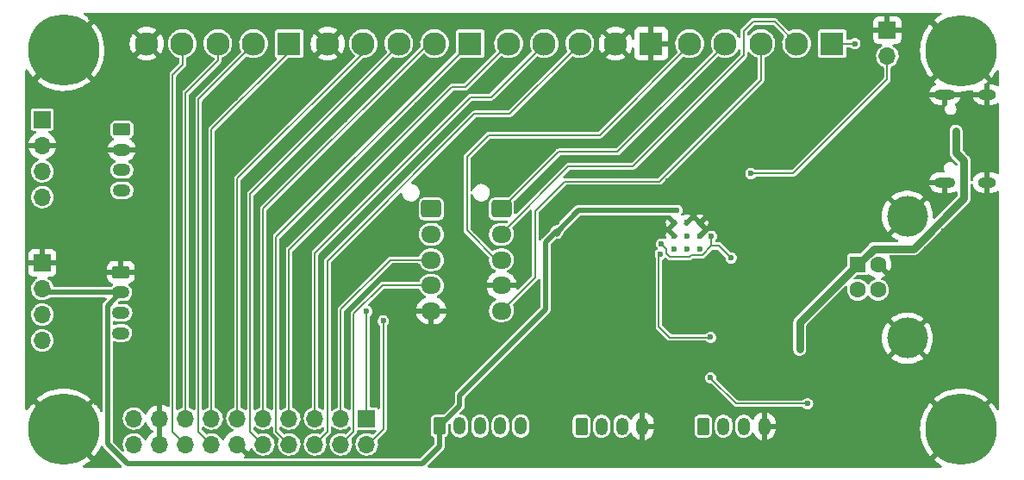
<source format=gbr>
%TF.GenerationSoftware,KiCad,Pcbnew,(6.0.4-0)*%
%TF.CreationDate,2023-01-11T12:36:20-07:00*%
%TF.ProjectId,ReflexFightingBoard,5265666c-6578-4466-9967-6874696e6742,rev?*%
%TF.SameCoordinates,Original*%
%TF.FileFunction,Copper,L4,Bot*%
%TF.FilePolarity,Positive*%
%FSLAX46Y46*%
G04 Gerber Fmt 4.6, Leading zero omitted, Abs format (unit mm)*
G04 Created by KiCad (PCBNEW (6.0.4-0)) date 2023-01-11 12:36:20*
%MOMM*%
%LPD*%
G01*
G04 APERTURE LIST*
G04 Aperture macros list*
%AMRoundRect*
0 Rectangle with rounded corners*
0 $1 Rounding radius*
0 $2 $3 $4 $5 $6 $7 $8 $9 X,Y pos of 4 corners*
0 Add a 4 corners polygon primitive as box body*
4,1,4,$2,$3,$4,$5,$6,$7,$8,$9,$2,$3,0*
0 Add four circle primitives for the rounded corners*
1,1,$1+$1,$2,$3*
1,1,$1+$1,$4,$5*
1,1,$1+$1,$6,$7*
1,1,$1+$1,$8,$9*
0 Add four rect primitives between the rounded corners*
20,1,$1+$1,$2,$3,$4,$5,0*
20,1,$1+$1,$4,$5,$6,$7,0*
20,1,$1+$1,$6,$7,$8,$9,0*
20,1,$1+$1,$8,$9,$2,$3,0*%
G04 Aperture macros list end*
%TA.AperFunction,ComponentPad*%
%ADD10R,1.700000X1.700000*%
%TD*%
%TA.AperFunction,ComponentPad*%
%ADD11O,1.700000X1.700000*%
%TD*%
%TA.AperFunction,ComponentPad*%
%ADD12RoundRect,0.249999X-0.625001X0.350001X-0.625001X-0.350001X0.625001X-0.350001X0.625001X0.350001X0*%
%TD*%
%TA.AperFunction,ComponentPad*%
%ADD13O,1.750000X1.200000*%
%TD*%
%TA.AperFunction,ComponentPad*%
%ADD14RoundRect,0.249999X-0.350001X-0.625001X0.350001X-0.625001X0.350001X0.625001X-0.350001X0.625001X0*%
%TD*%
%TA.AperFunction,ComponentPad*%
%ADD15O,1.200000X1.750000*%
%TD*%
%TA.AperFunction,ComponentPad*%
%ADD16R,2.300000X2.300000*%
%TD*%
%TA.AperFunction,ComponentPad*%
%ADD17C,2.300000*%
%TD*%
%TA.AperFunction,ComponentPad*%
%ADD18C,7.000000*%
%TD*%
%TA.AperFunction,ComponentPad*%
%ADD19R,1.600000X1.600000*%
%TD*%
%TA.AperFunction,ComponentPad*%
%ADD20C,1.600000*%
%TD*%
%TA.AperFunction,ComponentPad*%
%ADD21C,4.000000*%
%TD*%
%TA.AperFunction,ComponentPad*%
%ADD22C,0.600000*%
%TD*%
%TA.AperFunction,ComponentPad*%
%ADD23RoundRect,0.250000X-0.725000X0.600000X-0.725000X-0.600000X0.725000X-0.600000X0.725000X0.600000X0*%
%TD*%
%TA.AperFunction,ComponentPad*%
%ADD24O,1.950000X1.700000*%
%TD*%
%TA.AperFunction,ComponentPad*%
%ADD25O,2.100000X1.000000*%
%TD*%
%TA.AperFunction,ComponentPad*%
%ADD26O,1.800000X1.000000*%
%TD*%
%TA.AperFunction,ViaPad*%
%ADD27C,0.600000*%
%TD*%
%TA.AperFunction,ViaPad*%
%ADD28C,0.800000*%
%TD*%
%TA.AperFunction,Conductor*%
%ADD29C,0.500000*%
%TD*%
%TA.AperFunction,Conductor*%
%ADD30C,0.150000*%
%TD*%
%TA.AperFunction,Conductor*%
%ADD31C,0.200000*%
%TD*%
%TA.AperFunction,Conductor*%
%ADD32C,0.750000*%
%TD*%
G04 APERTURE END LIST*
D10*
%TO.P,J2,1,Pin_1*%
%TO.N,/UP*%
X137160000Y-119380000D03*
D11*
%TO.P,J2,2,Pin_2*%
%TO.N,/DOWN*%
X137160000Y-121920000D03*
%TO.P,J2,3,Pin_3*%
%TO.N,/RIGHT*%
X134620000Y-119380000D03*
%TO.P,J2,4,Pin_4*%
%TO.N,/LEFT*%
X134620000Y-121920000D03*
%TO.P,J2,5,Pin_5*%
%TO.N,/SELECT*%
X132080000Y-119380000D03*
%TO.P,J2,6,Pin_6*%
%TO.N,/HOME*%
X132080000Y-121920000D03*
%TO.P,J2,7,Pin_7*%
%TO.N,/START*%
X129540000Y-119380000D03*
%TO.P,J2,8,Pin_8*%
%TO.N,/1P*%
X129540000Y-121920000D03*
%TO.P,J2,9,Pin_9*%
%TO.N,/2P*%
X127000000Y-119380000D03*
%TO.P,J2,10,Pin_10*%
%TO.N,/3P*%
X127000000Y-121920000D03*
%TO.P,J2,11,Pin_11*%
%TO.N,/4P*%
X124460000Y-119380000D03*
%TO.P,J2,12,Pin_12*%
%TO.N,GND*%
X124460000Y-121920000D03*
%TO.P,J2,13,Pin_13*%
%TO.N,/1K*%
X121920000Y-119380000D03*
%TO.P,J2,14,Pin_14*%
%TO.N,/2K*%
X121920000Y-121920000D03*
%TO.P,J2,15,Pin_15*%
%TO.N,/3K*%
X119380000Y-119380000D03*
%TO.P,J2,16,Pin_16*%
%TO.N,/4K*%
X119380000Y-121920000D03*
%TO.P,J2,17,Pin_17*%
%TO.N,GND*%
X116840000Y-119380000D03*
%TO.P,J2,18,Pin_18*%
X116840000Y-121920000D03*
%TO.P,J2,19,Pin_19*%
%TO.N,/5V*%
X114300000Y-119380000D03*
%TO.P,J2,20,Pin_20*%
X114300000Y-121920000D03*
%TD*%
D12*
%TO.P,J1,1,Pin_1*%
%TO.N,Net-(J1-Pad1)*%
X113100000Y-90982800D03*
D13*
%TO.P,J1,2,Pin_2*%
%TO.N,GND*%
X113100000Y-92982800D03*
%TO.P,J1,3,Pin_3*%
%TO.N,/5V*%
X113100000Y-94982800D03*
%TO.P,J1,4,Pin_4*%
X113100000Y-96982800D03*
%TD*%
D14*
%TO.P,J3,1,Pin_1*%
%TO.N,+3V3*%
X144284835Y-120129571D03*
D15*
%TO.P,J3,2,Pin_2*%
%TO.N,Net-(J3-Pad2)*%
X146284835Y-120129571D03*
%TO.P,J3,3,Pin_3*%
%TO.N,Net-(J3-Pad3)*%
X148284835Y-120129571D03*
%TO.P,J3,4,Pin_4*%
%TO.N,Net-(J3-Pad4)*%
X150284835Y-120129571D03*
%TO.P,J3,5,Pin_5*%
%TO.N,Net-(J3-Pad5)*%
X152284835Y-120129571D03*
%TD*%
D14*
%TO.P,J4,1,Pin_1*%
%TO.N,/TP*%
X158248430Y-120142000D03*
D15*
%TO.P,J4,2,Pin_2*%
%TO.N,/LSB*%
X160248430Y-120142000D03*
%TO.P,J4,3,Pin_3*%
%TO.N,/RSB*%
X162248430Y-120142000D03*
%TO.P,J4,4,Pin_4*%
%TO.N,GND*%
X164248430Y-120142000D03*
%TD*%
D16*
%TO.P,J5,1,Pin_1*%
%TO.N,/1K*%
X129540000Y-82550000D03*
D17*
%TO.P,J5,2,Pin_2*%
%TO.N,/2K*%
X126040000Y-82550000D03*
%TO.P,J5,3,Pin_3*%
%TO.N,/3K*%
X122540000Y-82550000D03*
%TO.P,J5,4,Pin_4*%
%TO.N,/4K*%
X119040000Y-82550000D03*
%TO.P,J5,5,Pin_5*%
%TO.N,GND*%
X115540000Y-82550000D03*
%TD*%
D16*
%TO.P,J6,1,Pin_1*%
%TO.N,/1P*%
X147320000Y-82550000D03*
D17*
%TO.P,J6,2,Pin_2*%
%TO.N,/2P*%
X143820000Y-82550000D03*
%TO.P,J6,3,Pin_3*%
%TO.N,/3P*%
X140320000Y-82550000D03*
%TO.P,J6,4,Pin_4*%
%TO.N,/4P*%
X136820000Y-82550000D03*
%TO.P,J6,5,Pin_5*%
%TO.N,GND*%
X133320000Y-82550000D03*
%TD*%
D16*
%TO.P,J7,1,Pin_1*%
%TO.N,GND*%
X165100000Y-82550000D03*
D17*
%TO.P,J7,2,Pin_2*%
X161600000Y-82550000D03*
%TO.P,J7,3,Pin_3*%
%TO.N,/HOME*%
X158100000Y-82550000D03*
%TO.P,J7,4,Pin_4*%
%TO.N,/SELECT*%
X154600000Y-82550000D03*
%TO.P,J7,5,Pin_5*%
%TO.N,/START*%
X151100000Y-82550000D03*
%TD*%
D16*
%TO.P,J8,1,Pin_1*%
%TO.N,/5V*%
X182880000Y-82550000D03*
D17*
%TO.P,J8,2,Pin_2*%
%TO.N,/UP*%
X179380000Y-82550000D03*
%TO.P,J8,3,Pin_3*%
%TO.N,/DOWN*%
X175880000Y-82550000D03*
%TO.P,J8,4,Pin_4*%
%TO.N,/LEFT*%
X172380000Y-82550000D03*
%TO.P,J8,5,Pin_5*%
%TO.N,/RIGHT*%
X168880000Y-82550000D03*
%TD*%
D14*
%TO.P,J11,1,Pin_1*%
%TO.N,/SDA*%
X170212000Y-120142000D03*
D15*
%TO.P,J11,2,Pin_2*%
%TO.N,/SCL*%
X172212000Y-120142000D03*
%TO.P,J11,3,Pin_3*%
%TO.N,/SETTINGS*%
X174212000Y-120142000D03*
%TO.P,J11,4,Pin_4*%
%TO.N,GND*%
X176212000Y-120142000D03*
%TD*%
D12*
%TO.P,J12,1,Pin_1*%
%TO.N,GND*%
X113000000Y-105000000D03*
D13*
%TO.P,J12,2,Pin_2*%
%TO.N,+3V3*%
X113000000Y-107000000D03*
%TO.P,J12,3,Pin_3*%
%TO.N,/SDA*%
X113000000Y-109000000D03*
%TO.P,J12,4,Pin_4*%
%TO.N,/SCL*%
X113000000Y-111000000D03*
%TD*%
D18*
%TO.P,H1,1,1*%
%TO.N,GND*%
X107378000Y-83200000D03*
%TD*%
%TO.P,H3,1,1*%
%TO.N,GND*%
X107378000Y-120460000D03*
%TD*%
%TO.P,H4,1,1*%
%TO.N,GND*%
X195517000Y-120460000D03*
%TD*%
%TO.P,H2,1,1*%
%TO.N,GND*%
X195517000Y-83248000D03*
%TD*%
D10*
%TO.P,J14,1,Pin_1*%
%TO.N,GND*%
X188300000Y-81240000D03*
D11*
%TO.P,J14,2,Pin_2*%
%TO.N,/~{USB_BOOT}*%
X188300000Y-83780000D03*
%TD*%
D19*
%TO.P,J16,1,VBUS*%
%TO.N,/VBUS*%
X185400000Y-104250000D03*
D20*
%TO.P,J16,2,D-*%
%TO.N,/USB_D-*%
X185400000Y-106750000D03*
%TO.P,J16,3,D+*%
%TO.N,/USB_D+*%
X187400000Y-106750000D03*
%TO.P,J16,4,GND*%
%TO.N,GND*%
X187400000Y-104250000D03*
D21*
%TO.P,J16,5,Shield*%
X190260000Y-111500000D03*
X190260000Y-99500000D03*
%TD*%
D10*
%TO.P,J19,1,Pin_1*%
%TO.N,Net-(J1-Pad1)*%
X105300000Y-90000000D03*
D11*
%TO.P,J19,2,Pin_2*%
%TO.N,GND*%
X105300000Y-92540000D03*
%TO.P,J19,3,Pin_3*%
%TO.N,/5V*%
X105300000Y-95080000D03*
%TO.P,J19,4,Pin_4*%
X105300000Y-97620000D03*
%TD*%
D22*
%TO.P,U4,57,GND*%
%TO.N,GND*%
X169895000Y-100155000D03*
X167345000Y-101430000D03*
X168620000Y-102705000D03*
X167345000Y-102705000D03*
X168620000Y-101430000D03*
X168620000Y-100155000D03*
X167345000Y-100155000D03*
X169895000Y-101430000D03*
X169895000Y-102705000D03*
%TD*%
D10*
%TO.P,J10,1,Pin_1*%
%TO.N,GND*%
X105300000Y-104100000D03*
D11*
%TO.P,J10,2,Pin_2*%
%TO.N,+3V3*%
X105300000Y-106640000D03*
%TO.P,J10,3,Pin_3*%
%TO.N,/SDA*%
X105300000Y-109180000D03*
%TO.P,J10,4,Pin_4*%
%TO.N,/SCL*%
X105300000Y-111720000D03*
%TD*%
D23*
%TO.P,J18,1,Pin_1*%
%TO.N,/LEFT*%
X150400000Y-98800000D03*
D24*
%TO.P,J18,2,Pin_2*%
%TO.N,/UP*%
X150400000Y-101300000D03*
%TO.P,J18,3,Pin_3*%
%TO.N,/RIGHT*%
X150400000Y-103800000D03*
%TO.P,J18,4,Pin_4*%
%TO.N,GND*%
X150400000Y-106300000D03*
%TO.P,J18,5,Pin_5*%
%TO.N,/DOWN*%
X150400000Y-108800000D03*
%TD*%
D23*
%TO.P,J17,1,Pin_1*%
%TO.N,/UP*%
X143500000Y-98800000D03*
D24*
%TO.P,J17,2,Pin_2*%
%TO.N,/DOWN*%
X143500000Y-101300000D03*
%TO.P,J17,3,Pin_3*%
%TO.N,/RIGHT*%
X143500000Y-103800000D03*
%TO.P,J17,4,Pin_4*%
%TO.N,/LEFT*%
X143500000Y-106300000D03*
%TO.P,J17,5,Pin_5*%
%TO.N,GND*%
X143500000Y-108800000D03*
%TD*%
D25*
%TO.P,J15,S1,SHIELD*%
%TO.N,GND*%
X193943337Y-87554000D03*
X193943337Y-96194000D03*
D26*
X198093337Y-96194000D03*
X198093337Y-87554000D03*
%TD*%
D27*
%TO.N,GND*%
X110000000Y-80000000D03*
X196300000Y-102800000D03*
X190000000Y-85000000D03*
X120000000Y-100000000D03*
X173300000Y-94200000D03*
X115000000Y-80000000D03*
X178516989Y-104983011D03*
X185000000Y-80000000D03*
X165997502Y-100434757D03*
X115000000Y-105000000D03*
X133610000Y-100280000D03*
X120000000Y-80000000D03*
X189237740Y-106125500D03*
X178024500Y-88500000D03*
X130110000Y-89370000D03*
X161760000Y-102100000D03*
X180000000Y-85000000D03*
X186341645Y-108094411D03*
X135190000Y-115620000D03*
X184400000Y-88800000D03*
X160000000Y-80000000D03*
X142400000Y-84900000D03*
X192098011Y-105848011D03*
X152970000Y-89770000D03*
X193845260Y-100920760D03*
X115000000Y-95000000D03*
X130970000Y-107350000D03*
X156590000Y-89190000D03*
X179000000Y-99800000D03*
X140000000Y-110000000D03*
X124279122Y-87879122D03*
X155800000Y-100100000D03*
X147900000Y-101000000D03*
X110000000Y-95000000D03*
X150400000Y-110700000D03*
X160955000Y-97275000D03*
X145000000Y-110000000D03*
D28*
X190870000Y-122350000D03*
D27*
X171100000Y-107800000D03*
D28*
X180320000Y-122370000D03*
D27*
X189925908Y-95774092D03*
X177000000Y-110100000D03*
X185000000Y-85000000D03*
X118855500Y-113500000D03*
X138900000Y-85700000D03*
X165000000Y-80000000D03*
X150000000Y-80000000D03*
X190000000Y-115000000D03*
X165000000Y-85000000D03*
X128310000Y-100240000D03*
X171800000Y-113200000D03*
X180132320Y-104266298D03*
X145000000Y-100000000D03*
X148800000Y-105000000D03*
X130160000Y-115620000D03*
X130990000Y-103330000D03*
X105000000Y-100000000D03*
X110000000Y-100000000D03*
X195000000Y-115000000D03*
X113900000Y-113100000D03*
X115000000Y-90000000D03*
X135000000Y-80000000D03*
X177500000Y-116800000D03*
X169875500Y-114600000D03*
X190906989Y-104706989D03*
X155000000Y-115000000D03*
X196250000Y-90040000D03*
X125070000Y-103140000D03*
X182100000Y-88200000D03*
X164900000Y-106840000D03*
X149240000Y-115890000D03*
X154720000Y-84890000D03*
X121800000Y-89400000D03*
X190000000Y-80000000D03*
X171900000Y-95100000D03*
X130000000Y-80000000D03*
X188876383Y-107774500D03*
X142600000Y-119800000D03*
X175000000Y-115000000D03*
X134790000Y-105000000D03*
X110000000Y-90000000D03*
X163100000Y-113800000D03*
X159820000Y-105920000D03*
X174530000Y-90040000D03*
X190593613Y-92189500D03*
X140000000Y-80000000D03*
X115000000Y-100000000D03*
X145000000Y-105000000D03*
X115000000Y-85000000D03*
X161700000Y-88400000D03*
X111520000Y-85190000D03*
X170450000Y-90000000D03*
X167500000Y-116300000D03*
X188775500Y-93000000D03*
X110640000Y-117780000D03*
X184100922Y-107585099D03*
X170000000Y-80000000D03*
X191141589Y-94658411D03*
X189217330Y-91217330D03*
X187200000Y-96900000D03*
X120000000Y-115000000D03*
X127700000Y-87100000D03*
X140000000Y-115000000D03*
X139620000Y-120530000D03*
X160000000Y-110000000D03*
X105000000Y-115000000D03*
X130000000Y-85000000D03*
X190424500Y-93600000D03*
X171210000Y-110140000D03*
X156700000Y-97300000D03*
X192191589Y-95708411D03*
X120000000Y-95000000D03*
X115700000Y-115900000D03*
X193824500Y-98400000D03*
X164378114Y-89581655D03*
X175000000Y-85000000D03*
X172900000Y-114700000D03*
X151040000Y-85010000D03*
X167350000Y-108770000D03*
X192175500Y-102710000D03*
X180833011Y-106066989D03*
X163300000Y-95300000D03*
X110000000Y-115000000D03*
X125000000Y-115000000D03*
X166734078Y-96034078D03*
X190698011Y-107248011D03*
X171090000Y-85030000D03*
X165000000Y-110000000D03*
X166400000Y-114600000D03*
X179170661Y-106736683D03*
X134140000Y-84980000D03*
X175100000Y-101400000D03*
X158870000Y-101710000D03*
X139210000Y-100220000D03*
X135000000Y-90000000D03*
X159590000Y-84900000D03*
X193253011Y-104693011D03*
X196400000Y-108500000D03*
X188830500Y-94621269D03*
X179000000Y-103000000D03*
X191075908Y-96924092D03*
X120900000Y-84400000D03*
X140900000Y-105000000D03*
X172900000Y-111600000D03*
X142100000Y-88600000D03*
X168720000Y-110900000D03*
X120000000Y-105000000D03*
X184600000Y-101000000D03*
X104170000Y-117770000D03*
X185000000Y-115000000D03*
X125110000Y-107630000D03*
X190450000Y-89560000D03*
X186662553Y-105609786D03*
X180000000Y-120000000D03*
X191900000Y-92189500D03*
X138790000Y-89970000D03*
X174900000Y-104000000D03*
X185000000Y-120000000D03*
X190700000Y-87100000D03*
X182300000Y-110100000D03*
X145000000Y-80000000D03*
X104100000Y-86200000D03*
X160000000Y-115000000D03*
X145000000Y-115000000D03*
X192000000Y-90540500D03*
X190560000Y-90540500D03*
X155000000Y-80000000D03*
X180600000Y-107774500D03*
X150000000Y-90000000D03*
X177767276Y-101910198D03*
X155520000Y-110070000D03*
X135270000Y-110020000D03*
X125000000Y-100000000D03*
X125000000Y-80000000D03*
X193824500Y-102700000D03*
X187200000Y-89700000D03*
X177416989Y-103883011D03*
%TO.N,/UP*%
X137160000Y-108840000D03*
%TO.N,/DOWN*%
X138785600Y-109783600D03*
%TO.N,/RUN*%
X180460000Y-117930000D03*
X170924500Y-111400000D03*
X170924500Y-115390000D03*
X166000802Y-103238883D03*
D28*
%TO.N,+3V3*%
X155800000Y-101100000D03*
D27*
X167620000Y-98930000D03*
%TO.N,+1V1*%
X171020000Y-101470000D03*
X166110500Y-102229500D03*
X172944500Y-103600000D03*
%TO.N,/VBUS*%
X195040000Y-91140000D03*
X179700000Y-112600000D03*
X195040000Y-93262740D03*
%TO.N,/~{USB_BOOT}*%
X174896720Y-95303280D03*
%TO.N,/5V*%
X185110000Y-82550000D03*
%TD*%
D29*
%TO.N,GND*%
X124460000Y-121920000D02*
X125526800Y-122986800D01*
D30*
%TO.N,/UP*%
X156970000Y-94605000D02*
X157195000Y-94605000D01*
X157195000Y-94605000D02*
X163295000Y-94605000D01*
X175100000Y-80400000D02*
X177230000Y-80400000D01*
X137160000Y-119380000D02*
X137160000Y-108840000D01*
X150400000Y-101175000D02*
X156970000Y-94605000D01*
X177230000Y-80400000D02*
X179380000Y-82550000D01*
X174200000Y-81300000D02*
X175100000Y-80400000D01*
X174200000Y-83700000D02*
X174200000Y-81300000D01*
X150400000Y-101300000D02*
X150400000Y-101175000D01*
X163295000Y-94605000D02*
X174200000Y-83700000D01*
%TO.N,/DOWN*%
X137312400Y-121920000D02*
X138785600Y-120446800D01*
X150400000Y-108800000D02*
X153700000Y-105500000D01*
X165926400Y-96100000D02*
X175880000Y-86146400D01*
X153700000Y-105500000D02*
X153700000Y-99000000D01*
X175880000Y-86146400D02*
X175880000Y-82550000D01*
X156600000Y-96100000D02*
X165926400Y-96100000D01*
X153700000Y-99000000D02*
X156600000Y-96100000D01*
X138785600Y-120446800D02*
X138785600Y-109783600D01*
%TO.N,/RIGHT*%
X149900000Y-103800000D02*
X147000000Y-100900000D01*
X160072400Y-91540000D02*
X168910000Y-82702400D01*
X147000000Y-100900000D02*
X147000000Y-93700000D01*
X134620000Y-108680000D02*
X134620000Y-119380000D01*
X143500000Y-103800000D02*
X139500000Y-103800000D01*
X139500000Y-103800000D02*
X134620000Y-108680000D01*
X147000000Y-93700000D02*
X149160000Y-91540000D01*
X150400000Y-103800000D02*
X149900000Y-103800000D01*
X149160000Y-91540000D02*
X160072400Y-91540000D01*
%TO.N,/LEFT*%
X161765200Y-93200000D02*
X172410000Y-82555200D01*
X138700000Y-106300000D02*
X135890000Y-109110000D01*
X143500000Y-106300000D02*
X138700000Y-106300000D01*
X156800000Y-93200000D02*
X161765200Y-93200000D01*
X156000000Y-93200000D02*
X156800000Y-93200000D01*
X135890000Y-109110000D02*
X135890000Y-120650000D01*
X135890000Y-120650000D02*
X134620000Y-121920000D01*
X150400000Y-98800000D02*
X156000000Y-93200000D01*
%TO.N,/SELECT*%
X132080000Y-103120000D02*
X147380000Y-87820000D01*
X149365200Y-87820000D02*
X154630000Y-82555200D01*
X132080000Y-119380000D02*
X132080000Y-103120000D01*
X147380000Y-87820000D02*
X149365200Y-87820000D01*
%TO.N,/HOME*%
X147724511Y-89475489D02*
X151174511Y-89475489D01*
X151174511Y-89475489D02*
X158100000Y-82550000D01*
X133299200Y-120700800D02*
X133299200Y-103900800D01*
X132080000Y-121920000D02*
X133299200Y-120700800D01*
X133299200Y-103900800D02*
X147724511Y-89475489D01*
%TO.N,/START*%
X129540000Y-102830000D02*
X129540000Y-119380000D01*
X129540000Y-102820000D02*
X145530000Y-86830000D01*
X145530000Y-86830000D02*
X146820000Y-86830000D01*
X146820000Y-86830000D02*
X151100000Y-82550000D01*
X129540000Y-102830000D02*
X129540000Y-102820000D01*
%TO.N,/1P*%
X128270000Y-101549200D02*
X128270000Y-120650000D01*
X128270000Y-120650000D02*
X129540000Y-121920000D01*
X147269200Y-82550000D02*
X128270000Y-101549200D01*
%TO.N,/2P*%
X127000000Y-98763590D02*
X143531795Y-82231795D01*
X127000000Y-119380000D02*
X127000000Y-98763590D01*
%TO.N,/3P*%
X140350000Y-82712800D02*
X125730000Y-97332800D01*
X125730000Y-97332800D02*
X125730000Y-120650000D01*
X125730000Y-120650000D02*
X127000000Y-121920000D01*
%TO.N,/4P*%
X124460000Y-95808800D02*
X124460000Y-119380000D01*
X136850000Y-83418800D02*
X124460000Y-95808800D01*
%TO.N,/1K*%
X129570000Y-83330000D02*
X121920000Y-90980000D01*
X129570000Y-82774000D02*
X129570000Y-83330000D01*
X121920000Y-90980000D02*
X121920000Y-119380000D01*
%TO.N,/2K*%
X126070000Y-82616400D02*
X120650000Y-88036400D01*
X120650000Y-88036400D02*
X120650000Y-120650000D01*
X120650000Y-120650000D02*
X121920000Y-121920000D01*
%TO.N,/3K*%
X122570000Y-84186000D02*
X119380000Y-87376000D01*
X119380000Y-87376000D02*
X119380000Y-119380000D01*
X122570000Y-84186000D02*
X122570000Y-82580000D01*
%TO.N,/4K*%
X119070000Y-82550000D02*
X119070000Y-84638000D01*
X118110000Y-85598000D02*
X118110000Y-120650000D01*
X119070000Y-84638000D02*
X118110000Y-85598000D01*
X118110000Y-120650000D02*
X119380000Y-121920000D01*
%TO.N,/RUN*%
X166000802Y-103238883D02*
X165860489Y-103379196D01*
X165860489Y-103379196D02*
X165860489Y-110340489D01*
X173450000Y-117930000D02*
X180460000Y-117930000D01*
X166944511Y-111424511D02*
X166360000Y-110840000D01*
X165860489Y-110340489D02*
X166360000Y-110840000D01*
X170899989Y-111424511D02*
X166944511Y-111424511D01*
X170924500Y-115390000D02*
X170924500Y-115404500D01*
X170924500Y-115404500D02*
X173450000Y-117930000D01*
X170924500Y-111400000D02*
X170899989Y-111424511D01*
D29*
%TO.N,+3V3*%
X113000000Y-107000000D02*
X105660000Y-107000000D01*
X154700000Y-108700000D02*
X146304000Y-117096000D01*
X146304000Y-118110406D02*
X144284835Y-120129571D01*
X154700000Y-102100000D02*
X154700000Y-108700000D01*
X155700000Y-101100000D02*
X154700000Y-102100000D01*
X113650400Y-123850400D02*
X111700000Y-121900000D01*
X157959259Y-98930000D02*
X167620000Y-98930000D01*
X105660000Y-107000000D02*
X105300000Y-106640000D01*
X144284835Y-120129571D02*
X144284835Y-122161165D01*
X155800000Y-101100000D02*
X155700000Y-101100000D01*
X111700000Y-108300000D02*
X113000000Y-107000000D01*
X144284835Y-122161165D02*
X142595600Y-123850400D01*
X146304000Y-117096000D02*
X146304000Y-118110406D01*
X111700000Y-121900000D02*
X111700000Y-108300000D01*
X155800000Y-101089259D02*
X157959259Y-98930000D01*
X155800000Y-101100000D02*
X155800000Y-101089259D01*
X142595600Y-123850400D02*
X113650400Y-123850400D01*
D31*
%TO.N,+1V1*%
X171020000Y-101470000D02*
X171020000Y-102427838D01*
X166940313Y-103460000D02*
X166600313Y-103120000D01*
X170143327Y-103304511D02*
X169045489Y-103304511D01*
X166600313Y-103120000D02*
X166600313Y-102719313D01*
X168890000Y-103460000D02*
X166940313Y-103460000D01*
X169045489Y-103304511D02*
X168890000Y-103460000D01*
X171020000Y-102427838D02*
X170143327Y-103304511D01*
X172944500Y-103600000D02*
X171772338Y-102427838D01*
X166600313Y-102719313D02*
X166110500Y-102229500D01*
X171772338Y-102427838D02*
X171020000Y-102427838D01*
D32*
%TO.N,/VBUS*%
X179700000Y-112600000D02*
X179700000Y-109950000D01*
X195824511Y-97775489D02*
X195824511Y-94047251D01*
X195040000Y-93262740D02*
X195040000Y-91140000D01*
X195824511Y-94047251D02*
X195040000Y-93262740D01*
X190900000Y-102700000D02*
X195824511Y-97775489D01*
X185400000Y-104250000D02*
X186950000Y-102700000D01*
X186950000Y-102700000D02*
X190900000Y-102700000D01*
X179700000Y-109950000D02*
X185400000Y-104250000D01*
D30*
%TO.N,/~{USB_BOOT}*%
X179046720Y-95303280D02*
X174896720Y-95303280D01*
X188300000Y-83780000D02*
X188300000Y-86050000D01*
X188300000Y-86050000D02*
X179046720Y-95303280D01*
D31*
%TO.N,/5V*%
X182880000Y-82550000D02*
X185110000Y-82550000D01*
%TD*%
%TA.AperFunction,Conductor*%
%TO.N,GND*%
G36*
X193584908Y-79522502D02*
G01*
X193631401Y-79576158D01*
X193641505Y-79646432D01*
X193612011Y-79711012D01*
X193580547Y-79737177D01*
X193322376Y-79888646D01*
X193317228Y-79892015D01*
X193005025Y-80118843D01*
X193000247Y-80122684D01*
X192881711Y-80227926D01*
X192873334Y-80241314D01*
X192879084Y-80250874D01*
X198514364Y-85886154D01*
X198528308Y-85893768D01*
X198529323Y-85893696D01*
X198537054Y-85888593D01*
X198552567Y-85872302D01*
X198556595Y-85867637D01*
X198794168Y-85563558D01*
X198797722Y-85558518D01*
X199004486Y-85232712D01*
X199007524Y-85227364D01*
X199024034Y-85194680D01*
X199072602Y-85142895D01*
X199141457Y-85125589D01*
X199208738Y-85148255D01*
X199253084Y-85203698D01*
X199262500Y-85251491D01*
X199262500Y-86614845D01*
X199242498Y-86682966D01*
X199188842Y-86729459D01*
X199118568Y-86739563D01*
X199065320Y-86718813D01*
X199060179Y-86715293D01*
X198897752Y-86625998D01*
X198886479Y-86621166D01*
X198709799Y-86565120D01*
X198697805Y-86562570D01*
X198553576Y-86546393D01*
X198546552Y-86546000D01*
X198365452Y-86546000D01*
X198350213Y-86550475D01*
X198349008Y-86551865D01*
X198347337Y-86559548D01*
X198347337Y-88543885D01*
X198351812Y-88559124D01*
X198353202Y-88560329D01*
X198360885Y-88562000D01*
X198539994Y-88562000D01*
X198546142Y-88561699D01*
X198683940Y-88548188D01*
X198695975Y-88545805D01*
X198873413Y-88492233D01*
X198884753Y-88487559D01*
X199048414Y-88400540D01*
X199063763Y-88390342D01*
X199064773Y-88391862D01*
X199122298Y-88367639D01*
X199192239Y-88379835D01*
X199244484Y-88427909D01*
X199262500Y-88492836D01*
X199262500Y-95254845D01*
X199242498Y-95322966D01*
X199188842Y-95369459D01*
X199118568Y-95379563D01*
X199065320Y-95358813D01*
X199060179Y-95355293D01*
X198897752Y-95265998D01*
X198886479Y-95261166D01*
X198709799Y-95205120D01*
X198697805Y-95202570D01*
X198553576Y-95186393D01*
X198546552Y-95186000D01*
X198365452Y-95186000D01*
X198350213Y-95190475D01*
X198349008Y-95191865D01*
X198347337Y-95199548D01*
X198347337Y-97183885D01*
X198351812Y-97199124D01*
X198353202Y-97200329D01*
X198360885Y-97202000D01*
X198539994Y-97202000D01*
X198546142Y-97201699D01*
X198683940Y-97188188D01*
X198695975Y-97185805D01*
X198873413Y-97132233D01*
X198884753Y-97127559D01*
X199048414Y-97040540D01*
X199063763Y-97030342D01*
X199064773Y-97031862D01*
X199122298Y-97007639D01*
X199192239Y-97019835D01*
X199244484Y-97067909D01*
X199262500Y-97132836D01*
X199262500Y-118458141D01*
X199242498Y-118526262D01*
X199188842Y-118572755D01*
X199118568Y-118582859D01*
X199053988Y-118553365D01*
X199028271Y-118522658D01*
X198860955Y-118241983D01*
X198857547Y-118236853D01*
X198628547Y-117926244D01*
X198624667Y-117921487D01*
X198537318Y-117824475D01*
X198523797Y-117816145D01*
X198523720Y-117816146D01*
X198514434Y-117821776D01*
X192879547Y-123456663D01*
X192871933Y-123470607D01*
X192871988Y-123471386D01*
X192877342Y-123479436D01*
X192913960Y-123513821D01*
X192918638Y-123517803D01*
X193224386Y-123753260D01*
X193229429Y-123756765D01*
X193556694Y-123961262D01*
X193562052Y-123964257D01*
X193566854Y-123966641D01*
X193618976Y-124014847D01*
X193636762Y-124083580D01*
X193614565Y-124151017D01*
X193559432Y-124195748D01*
X193510828Y-124205500D01*
X143258161Y-124205500D01*
X143190040Y-124185498D01*
X143143547Y-124131842D01*
X143133443Y-124061568D01*
X143162937Y-123996988D01*
X143169066Y-123990405D01*
X144591629Y-122567842D01*
X144601069Y-122560300D01*
X144600746Y-122559920D01*
X144607582Y-122554102D01*
X144615174Y-122549312D01*
X144650507Y-122509305D01*
X144655852Y-122503619D01*
X144667186Y-122492285D01*
X144673388Y-122484010D01*
X144679775Y-122476165D01*
X144704895Y-122447722D01*
X144710836Y-122440995D01*
X144714649Y-122432873D01*
X144716489Y-122430072D01*
X144724898Y-122416077D01*
X144726520Y-122413114D01*
X144731905Y-122405929D01*
X144735059Y-122397517D01*
X144748381Y-122361983D01*
X144752306Y-122352667D01*
X144768436Y-122318310D01*
X144772252Y-122310183D01*
X144773634Y-122301309D01*
X144774620Y-122298082D01*
X144778760Y-122282299D01*
X144779481Y-122279021D01*
X144782633Y-122270613D01*
X144786111Y-122223808D01*
X144787265Y-122213761D01*
X144788586Y-122205279D01*
X144788586Y-122205276D01*
X144789335Y-122200468D01*
X144789335Y-122185103D01*
X144789681Y-122175766D01*
X144791158Y-122155888D01*
X144793342Y-122126498D01*
X144791469Y-122117723D01*
X144790876Y-122109027D01*
X144789335Y-122094427D01*
X144789335Y-121322808D01*
X144809337Y-121254687D01*
X144862993Y-121208194D01*
X144871109Y-121204825D01*
X144871197Y-121204792D01*
X144879600Y-121201642D01*
X144886779Y-121196262D01*
X144886782Y-121196260D01*
X144988058Y-121120357D01*
X144995239Y-121114975D01*
X145005110Y-121101804D01*
X145076524Y-121006518D01*
X145076526Y-121006515D01*
X145081906Y-120999336D01*
X145125199Y-120883850D01*
X145129861Y-120871415D01*
X145129861Y-120871413D01*
X145132633Y-120864020D01*
X145133496Y-120856081D01*
X145138966Y-120805725D01*
X145138966Y-120805724D01*
X145139335Y-120802328D01*
X145139334Y-120040732D01*
X145159336Y-119972611D01*
X145176239Y-119951637D01*
X145215240Y-119912636D01*
X145277552Y-119878610D01*
X145348367Y-119883675D01*
X145405203Y-119926222D01*
X145430014Y-119992742D01*
X145430335Y-120001731D01*
X145430335Y-120450956D01*
X145430704Y-120454352D01*
X145430704Y-120454353D01*
X145431254Y-120459413D01*
X145445347Y-120589144D01*
X145479929Y-120691901D01*
X145500685Y-120753576D01*
X145504565Y-120765106D01*
X145600186Y-120924248D01*
X145604874Y-120929205D01*
X145604876Y-120929208D01*
X145723062Y-121054185D01*
X145727751Y-121059143D01*
X145881306Y-121163499D01*
X145887640Y-121166032D01*
X145887643Y-121166034D01*
X146047351Y-121229913D01*
X146047356Y-121229914D01*
X146053688Y-121232447D01*
X146060415Y-121233561D01*
X146060420Y-121233562D01*
X146230117Y-121261655D01*
X146230120Y-121261655D01*
X146236854Y-121262770D01*
X146243671Y-121262413D01*
X146243675Y-121262413D01*
X146394755Y-121254494D01*
X146422259Y-121253053D01*
X146428831Y-121251243D01*
X146428836Y-121251242D01*
X146594670Y-121205563D01*
X146601252Y-121203750D01*
X146765483Y-121117161D01*
X146907289Y-120997326D01*
X146912178Y-120990932D01*
X147015910Y-120855256D01*
X147015912Y-120855252D01*
X147020054Y-120849835D01*
X147023614Y-120842201D01*
X147095637Y-120687748D01*
X147095638Y-120687745D01*
X147098517Y-120681571D01*
X147101512Y-120668175D01*
X147137891Y-120505420D01*
X147139017Y-120500383D01*
X147139335Y-120494695D01*
X147139335Y-120450956D01*
X147430335Y-120450956D01*
X147430704Y-120454352D01*
X147430704Y-120454353D01*
X147431254Y-120459413D01*
X147445347Y-120589144D01*
X147479929Y-120691901D01*
X147500685Y-120753576D01*
X147504565Y-120765106D01*
X147600186Y-120924248D01*
X147604874Y-120929205D01*
X147604876Y-120929208D01*
X147723062Y-121054185D01*
X147727751Y-121059143D01*
X147881306Y-121163499D01*
X147887640Y-121166032D01*
X147887643Y-121166034D01*
X148047351Y-121229913D01*
X148047356Y-121229914D01*
X148053688Y-121232447D01*
X148060415Y-121233561D01*
X148060420Y-121233562D01*
X148230117Y-121261655D01*
X148230120Y-121261655D01*
X148236854Y-121262770D01*
X148243671Y-121262413D01*
X148243675Y-121262413D01*
X148394755Y-121254494D01*
X148422259Y-121253053D01*
X148428831Y-121251243D01*
X148428836Y-121251242D01*
X148594670Y-121205563D01*
X148601252Y-121203750D01*
X148765483Y-121117161D01*
X148907289Y-120997326D01*
X148912178Y-120990932D01*
X149015910Y-120855256D01*
X149015912Y-120855252D01*
X149020054Y-120849835D01*
X149023614Y-120842201D01*
X149095637Y-120687748D01*
X149095638Y-120687745D01*
X149098517Y-120681571D01*
X149101512Y-120668175D01*
X149137891Y-120505420D01*
X149139017Y-120500383D01*
X149139335Y-120494695D01*
X149139335Y-120450956D01*
X149430335Y-120450956D01*
X149430704Y-120454352D01*
X149430704Y-120454353D01*
X149431254Y-120459413D01*
X149445347Y-120589144D01*
X149479929Y-120691901D01*
X149500685Y-120753576D01*
X149504565Y-120765106D01*
X149600186Y-120924248D01*
X149604874Y-120929205D01*
X149604876Y-120929208D01*
X149723062Y-121054185D01*
X149727751Y-121059143D01*
X149881306Y-121163499D01*
X149887640Y-121166032D01*
X149887643Y-121166034D01*
X150047351Y-121229913D01*
X150047356Y-121229914D01*
X150053688Y-121232447D01*
X150060415Y-121233561D01*
X150060420Y-121233562D01*
X150230117Y-121261655D01*
X150230120Y-121261655D01*
X150236854Y-121262770D01*
X150243671Y-121262413D01*
X150243675Y-121262413D01*
X150394755Y-121254494D01*
X150422259Y-121253053D01*
X150428831Y-121251243D01*
X150428836Y-121251242D01*
X150594670Y-121205563D01*
X150601252Y-121203750D01*
X150765483Y-121117161D01*
X150907289Y-120997326D01*
X150912178Y-120990932D01*
X151015910Y-120855256D01*
X151015912Y-120855252D01*
X151020054Y-120849835D01*
X151023614Y-120842201D01*
X151095637Y-120687748D01*
X151095638Y-120687745D01*
X151098517Y-120681571D01*
X151101512Y-120668175D01*
X151137891Y-120505420D01*
X151139017Y-120500383D01*
X151139335Y-120494695D01*
X151139335Y-120450956D01*
X151430335Y-120450956D01*
X151430704Y-120454352D01*
X151430704Y-120454353D01*
X151431254Y-120459413D01*
X151445347Y-120589144D01*
X151479929Y-120691901D01*
X151500685Y-120753576D01*
X151504565Y-120765106D01*
X151600186Y-120924248D01*
X151604874Y-120929205D01*
X151604876Y-120929208D01*
X151723062Y-121054185D01*
X151727751Y-121059143D01*
X151881306Y-121163499D01*
X151887640Y-121166032D01*
X151887643Y-121166034D01*
X152047351Y-121229913D01*
X152047356Y-121229914D01*
X152053688Y-121232447D01*
X152060415Y-121233561D01*
X152060420Y-121233562D01*
X152230117Y-121261655D01*
X152230120Y-121261655D01*
X152236854Y-121262770D01*
X152243671Y-121262413D01*
X152243675Y-121262413D01*
X152394755Y-121254494D01*
X152422259Y-121253053D01*
X152428831Y-121251243D01*
X152428836Y-121251242D01*
X152594670Y-121205563D01*
X152601252Y-121203750D01*
X152765483Y-121117161D01*
X152907289Y-120997326D01*
X152912178Y-120990932D01*
X153015910Y-120855256D01*
X153015912Y-120855252D01*
X153020054Y-120849835D01*
X153023614Y-120842201D01*
X153095637Y-120687748D01*
X153095638Y-120687745D01*
X153098517Y-120681571D01*
X153101512Y-120668175D01*
X153137891Y-120505420D01*
X153139017Y-120500383D01*
X153139335Y-120494695D01*
X153139335Y-119808186D01*
X153124323Y-119669998D01*
X153083184Y-119547755D01*
X153067283Y-119500507D01*
X153067282Y-119500505D01*
X153065105Y-119494036D01*
X153050208Y-119469243D01*
X157393930Y-119469243D01*
X157393931Y-120814756D01*
X157394300Y-120818150D01*
X157394300Y-120818156D01*
X157399396Y-120865066D01*
X157400632Y-120876449D01*
X157451359Y-121011765D01*
X157456739Y-121018944D01*
X157456741Y-121018947D01*
X157486867Y-121059143D01*
X157538026Y-121127404D01*
X157545207Y-121132786D01*
X157646483Y-121208689D01*
X157646486Y-121208691D01*
X157653665Y-121214071D01*
X157738813Y-121245991D01*
X157781586Y-121262026D01*
X157781588Y-121262026D01*
X157788981Y-121264798D01*
X157796831Y-121265651D01*
X157796832Y-121265651D01*
X157798563Y-121265839D01*
X157850673Y-121271500D01*
X158248371Y-121271500D01*
X158646186Y-121271499D01*
X158649580Y-121271130D01*
X158649586Y-121271130D01*
X158700021Y-121265652D01*
X158700025Y-121265651D01*
X158707879Y-121264798D01*
X158843195Y-121214071D01*
X158850374Y-121208691D01*
X158850377Y-121208689D01*
X158951653Y-121132786D01*
X158958834Y-121127404D01*
X159009993Y-121059143D01*
X159040119Y-121018947D01*
X159040121Y-121018944D01*
X159045501Y-121011765D01*
X159088185Y-120897905D01*
X159093456Y-120883844D01*
X159093456Y-120883842D01*
X159096228Y-120876449D01*
X159098524Y-120855319D01*
X159102561Y-120818154D01*
X159102561Y-120818153D01*
X159102930Y-120814757D01*
X159102930Y-120463385D01*
X159393930Y-120463385D01*
X159408942Y-120601573D01*
X159440000Y-120693860D01*
X159465948Y-120770961D01*
X159468160Y-120777535D01*
X159563781Y-120936677D01*
X159568469Y-120941634D01*
X159568471Y-120941637D01*
X159679592Y-121059143D01*
X159691346Y-121071572D01*
X159844901Y-121175928D01*
X159851235Y-121178461D01*
X159851238Y-121178463D01*
X160010946Y-121242342D01*
X160010951Y-121242343D01*
X160017283Y-121244876D01*
X160024010Y-121245990D01*
X160024015Y-121245991D01*
X160193712Y-121274084D01*
X160193715Y-121274084D01*
X160200449Y-121275199D01*
X160207266Y-121274842D01*
X160207270Y-121274842D01*
X160358350Y-121266923D01*
X160385854Y-121265482D01*
X160392426Y-121263672D01*
X160392431Y-121263671D01*
X160558265Y-121217992D01*
X160564847Y-121216179D01*
X160729078Y-121129590D01*
X160870884Y-121009755D01*
X160880387Y-120997326D01*
X160979505Y-120867685D01*
X160979507Y-120867681D01*
X160983649Y-120862264D01*
X160986532Y-120856081D01*
X161059232Y-120700177D01*
X161059233Y-120700174D01*
X161062112Y-120694000D01*
X161063804Y-120686433D01*
X161094205Y-120550422D01*
X161102612Y-120512812D01*
X161102930Y-120507124D01*
X161102930Y-120463385D01*
X161393930Y-120463385D01*
X161408942Y-120601573D01*
X161440000Y-120693860D01*
X161465948Y-120770961D01*
X161468160Y-120777535D01*
X161563781Y-120936677D01*
X161568469Y-120941634D01*
X161568471Y-120941637D01*
X161679592Y-121059143D01*
X161691346Y-121071572D01*
X161844901Y-121175928D01*
X161851235Y-121178461D01*
X161851238Y-121178463D01*
X162010946Y-121242342D01*
X162010951Y-121242343D01*
X162017283Y-121244876D01*
X162024010Y-121245990D01*
X162024015Y-121245991D01*
X162193712Y-121274084D01*
X162193715Y-121274084D01*
X162200449Y-121275199D01*
X162207266Y-121274842D01*
X162207270Y-121274842D01*
X162358350Y-121266923D01*
X162385854Y-121265482D01*
X162392426Y-121263672D01*
X162392431Y-121263671D01*
X162558265Y-121217992D01*
X162564847Y-121216179D01*
X162729078Y-121129590D01*
X162870884Y-121009755D01*
X162880387Y-120997326D01*
X162979505Y-120867685D01*
X162979507Y-120867681D01*
X162983649Y-120862264D01*
X162989445Y-120849835D01*
X162992811Y-120842617D01*
X163039729Y-120789333D01*
X163108007Y-120769873D01*
X163175966Y-120790416D01*
X163219021Y-120838177D01*
X163309049Y-121012978D01*
X163315499Y-121023024D01*
X163438692Y-121179857D01*
X163446929Y-121188506D01*
X163597553Y-121319212D01*
X163607277Y-121326147D01*
X163779897Y-121426010D01*
X163790761Y-121430984D01*
X163979157Y-121496407D01*
X163980146Y-121496648D01*
X163990438Y-121495180D01*
X163994430Y-121481615D01*
X163994430Y-121477402D01*
X164502430Y-121477402D01*
X164506403Y-121490933D01*
X164515829Y-121492288D01*
X164604967Y-121470806D01*
X164616262Y-121466917D01*
X164797812Y-121384371D01*
X164808154Y-121378424D01*
X164970827Y-121263032D01*
X164979855Y-121255239D01*
X165117772Y-121111169D01*
X165125168Y-121101804D01*
X165233351Y-120934259D01*
X165238847Y-120923655D01*
X165313391Y-120738688D01*
X165316785Y-120727230D01*
X165355287Y-120530072D01*
X165356364Y-120521209D01*
X165356430Y-120518500D01*
X165356430Y-120414115D01*
X165351955Y-120398876D01*
X165350565Y-120397671D01*
X165342882Y-120396000D01*
X164520545Y-120396000D01*
X164505306Y-120400475D01*
X164504101Y-120401865D01*
X164502430Y-120409548D01*
X164502430Y-121477402D01*
X163994430Y-121477402D01*
X163994430Y-119869885D01*
X164502430Y-119869885D01*
X164506905Y-119885124D01*
X164508295Y-119886329D01*
X164515978Y-119888000D01*
X165338315Y-119888000D01*
X165353554Y-119883525D01*
X165354759Y-119882135D01*
X165356430Y-119874452D01*
X165356430Y-119817168D01*
X165356145Y-119811192D01*
X165341959Y-119662506D01*
X165339700Y-119650772D01*
X165286445Y-119469243D01*
X169357500Y-119469243D01*
X169357501Y-120814756D01*
X169357870Y-120818150D01*
X169357870Y-120818156D01*
X169362966Y-120865066D01*
X169364202Y-120876449D01*
X169414929Y-121011765D01*
X169420309Y-121018944D01*
X169420311Y-121018947D01*
X169450437Y-121059143D01*
X169501596Y-121127404D01*
X169508777Y-121132786D01*
X169610053Y-121208689D01*
X169610056Y-121208691D01*
X169617235Y-121214071D01*
X169702383Y-121245991D01*
X169745156Y-121262026D01*
X169745158Y-121262026D01*
X169752551Y-121264798D01*
X169760401Y-121265651D01*
X169760402Y-121265651D01*
X169762133Y-121265839D01*
X169814243Y-121271500D01*
X170211941Y-121271500D01*
X170609756Y-121271499D01*
X170613150Y-121271130D01*
X170613156Y-121271130D01*
X170663591Y-121265652D01*
X170663595Y-121265651D01*
X170671449Y-121264798D01*
X170806765Y-121214071D01*
X170813944Y-121208691D01*
X170813947Y-121208689D01*
X170915223Y-121132786D01*
X170922404Y-121127404D01*
X170973563Y-121059143D01*
X171003689Y-121018947D01*
X171003691Y-121018944D01*
X171009071Y-121011765D01*
X171051755Y-120897905D01*
X171057026Y-120883844D01*
X171057026Y-120883842D01*
X171059798Y-120876449D01*
X171062094Y-120855319D01*
X171066131Y-120818154D01*
X171066131Y-120818153D01*
X171066500Y-120814757D01*
X171066500Y-120463385D01*
X171357500Y-120463385D01*
X171372512Y-120601573D01*
X171403570Y-120693860D01*
X171429518Y-120770961D01*
X171431730Y-120777535D01*
X171527351Y-120936677D01*
X171532039Y-120941634D01*
X171532041Y-120941637D01*
X171643162Y-121059143D01*
X171654916Y-121071572D01*
X171808471Y-121175928D01*
X171814805Y-121178461D01*
X171814808Y-121178463D01*
X171974516Y-121242342D01*
X171974521Y-121242343D01*
X171980853Y-121244876D01*
X171987580Y-121245990D01*
X171987585Y-121245991D01*
X172157282Y-121274084D01*
X172157285Y-121274084D01*
X172164019Y-121275199D01*
X172170836Y-121274842D01*
X172170840Y-121274842D01*
X172321920Y-121266923D01*
X172349424Y-121265482D01*
X172355996Y-121263672D01*
X172356001Y-121263671D01*
X172521835Y-121217992D01*
X172528417Y-121216179D01*
X172692648Y-121129590D01*
X172834454Y-121009755D01*
X172843957Y-120997326D01*
X172943075Y-120867685D01*
X172943077Y-120867681D01*
X172947219Y-120862264D01*
X172950102Y-120856081D01*
X173022802Y-120700177D01*
X173022803Y-120700174D01*
X173025682Y-120694000D01*
X173027374Y-120686433D01*
X173057775Y-120550422D01*
X173066182Y-120512812D01*
X173066500Y-120507124D01*
X173066500Y-120463385D01*
X173357500Y-120463385D01*
X173372512Y-120601573D01*
X173403570Y-120693860D01*
X173429518Y-120770961D01*
X173431730Y-120777535D01*
X173527351Y-120936677D01*
X173532039Y-120941634D01*
X173532041Y-120941637D01*
X173643162Y-121059143D01*
X173654916Y-121071572D01*
X173808471Y-121175928D01*
X173814805Y-121178461D01*
X173814808Y-121178463D01*
X173974516Y-121242342D01*
X173974521Y-121242343D01*
X173980853Y-121244876D01*
X173987580Y-121245990D01*
X173987585Y-121245991D01*
X174157282Y-121274084D01*
X174157285Y-121274084D01*
X174164019Y-121275199D01*
X174170836Y-121274842D01*
X174170840Y-121274842D01*
X174321920Y-121266923D01*
X174349424Y-121265482D01*
X174355996Y-121263672D01*
X174356001Y-121263671D01*
X174521835Y-121217992D01*
X174528417Y-121216179D01*
X174692648Y-121129590D01*
X174834454Y-121009755D01*
X174843957Y-120997326D01*
X174943075Y-120867685D01*
X174943077Y-120867681D01*
X174947219Y-120862264D01*
X174953015Y-120849835D01*
X174956381Y-120842617D01*
X175003299Y-120789333D01*
X175071577Y-120769873D01*
X175139536Y-120790416D01*
X175182591Y-120838177D01*
X175272619Y-121012978D01*
X175279069Y-121023024D01*
X175402262Y-121179857D01*
X175410499Y-121188506D01*
X175561123Y-121319212D01*
X175570847Y-121326147D01*
X175743467Y-121426010D01*
X175754331Y-121430984D01*
X175942727Y-121496407D01*
X175943716Y-121496648D01*
X175954008Y-121495180D01*
X175958000Y-121481615D01*
X175958000Y-121477402D01*
X176466000Y-121477402D01*
X176469973Y-121490933D01*
X176479399Y-121492288D01*
X176568537Y-121470806D01*
X176579832Y-121466917D01*
X176761382Y-121384371D01*
X176771724Y-121378424D01*
X176934397Y-121263032D01*
X176943425Y-121255239D01*
X177081342Y-121111169D01*
X177088738Y-121101804D01*
X177196921Y-120934259D01*
X177202417Y-120923655D01*
X177276961Y-120738688D01*
X177280355Y-120727230D01*
X177318857Y-120530072D01*
X177319934Y-120521209D01*
X177320000Y-120518500D01*
X177320000Y-120414115D01*
X177317929Y-120407061D01*
X191504665Y-120407061D01*
X191518132Y-120792706D01*
X191518647Y-120798838D01*
X191569685Y-121181347D01*
X191570792Y-121187383D01*
X191658913Y-121563090D01*
X191660608Y-121569000D01*
X191784968Y-121934306D01*
X191787235Y-121940031D01*
X191946643Y-122291444D01*
X191949465Y-122296934D01*
X192142407Y-122631119D01*
X192145737Y-122636287D01*
X192370375Y-122950059D01*
X192374197Y-122954881D01*
X192497033Y-123095195D01*
X192510247Y-123103593D01*
X192520043Y-123097747D01*
X195144978Y-120472812D01*
X195152592Y-120458868D01*
X195152461Y-120457035D01*
X195148210Y-120450420D01*
X192520902Y-117823112D01*
X192506958Y-117815498D01*
X192506412Y-117815537D01*
X192498055Y-117821136D01*
X192445077Y-117878347D01*
X192441132Y-117883049D01*
X192207821Y-118190426D01*
X192204343Y-118195504D01*
X192002141Y-118524179D01*
X191999176Y-118529572D01*
X191830014Y-118876406D01*
X191827588Y-118882064D01*
X191693076Y-119243758D01*
X191691218Y-119249615D01*
X191592640Y-119622718D01*
X191591365Y-119628718D01*
X191529667Y-120009648D01*
X191528980Y-120015776D01*
X191504751Y-120400886D01*
X191504665Y-120407061D01*
X177317929Y-120407061D01*
X177315525Y-120398876D01*
X177314135Y-120397671D01*
X177306452Y-120396000D01*
X176484115Y-120396000D01*
X176468876Y-120400475D01*
X176467671Y-120401865D01*
X176466000Y-120409548D01*
X176466000Y-121477402D01*
X175958000Y-121477402D01*
X175958000Y-119869885D01*
X176466000Y-119869885D01*
X176470475Y-119885124D01*
X176471865Y-119886329D01*
X176479548Y-119888000D01*
X177301885Y-119888000D01*
X177317124Y-119883525D01*
X177318329Y-119882135D01*
X177320000Y-119874452D01*
X177320000Y-119817168D01*
X177319715Y-119811192D01*
X177305529Y-119662506D01*
X177303270Y-119650772D01*
X177247128Y-119459401D01*
X177242698Y-119448325D01*
X177151381Y-119271022D01*
X177144931Y-119260976D01*
X177021738Y-119104143D01*
X177013501Y-119095494D01*
X176862877Y-118964788D01*
X176853153Y-118957853D01*
X176680533Y-118857990D01*
X176669669Y-118853016D01*
X176481273Y-118787593D01*
X176480284Y-118787352D01*
X176469992Y-118788820D01*
X176466000Y-118802385D01*
X176466000Y-119869885D01*
X175958000Y-119869885D01*
X175958000Y-118806598D01*
X175954027Y-118793067D01*
X175944601Y-118791712D01*
X175855463Y-118813194D01*
X175844168Y-118817083D01*
X175662618Y-118899629D01*
X175652276Y-118905576D01*
X175489603Y-119020968D01*
X175480575Y-119028761D01*
X175342658Y-119172831D01*
X175335262Y-119182196D01*
X175227079Y-119349741D01*
X175221583Y-119360345D01*
X175188845Y-119441579D01*
X175144830Y-119497285D01*
X175077685Y-119520352D01*
X175008729Y-119503455D01*
X174963976Y-119459375D01*
X174900165Y-119353175D01*
X174896649Y-119347323D01*
X174890430Y-119340746D01*
X174773773Y-119217386D01*
X174773771Y-119217384D01*
X174769084Y-119212428D01*
X174615529Y-119108072D01*
X174609195Y-119105539D01*
X174609192Y-119105537D01*
X174449484Y-119041658D01*
X174449479Y-119041657D01*
X174443147Y-119039124D01*
X174436420Y-119038010D01*
X174436415Y-119038009D01*
X174266718Y-119009916D01*
X174266715Y-119009916D01*
X174259981Y-119008801D01*
X174253164Y-119009158D01*
X174253160Y-119009158D01*
X174102080Y-119017077D01*
X174074576Y-119018518D01*
X174068004Y-119020328D01*
X174067999Y-119020329D01*
X173913514Y-119062882D01*
X173895583Y-119067821D01*
X173731352Y-119154410D01*
X173589546Y-119274245D01*
X173585399Y-119279668D01*
X173585398Y-119279670D01*
X173480925Y-119416315D01*
X173480923Y-119416319D01*
X173476781Y-119421736D01*
X173473899Y-119427916D01*
X173473898Y-119427918D01*
X173404114Y-119577571D01*
X173398318Y-119590000D01*
X173396832Y-119596648D01*
X173396831Y-119596651D01*
X173377658Y-119682427D01*
X173357818Y-119771188D01*
X173357500Y-119776876D01*
X173357500Y-120463385D01*
X173066500Y-120463385D01*
X173066500Y-119820615D01*
X173051488Y-119682427D01*
X173009991Y-119559123D01*
X172994448Y-119512936D01*
X172994447Y-119512934D01*
X172992270Y-119506465D01*
X172896649Y-119347323D01*
X172890430Y-119340746D01*
X172773773Y-119217386D01*
X172773771Y-119217384D01*
X172769084Y-119212428D01*
X172615529Y-119108072D01*
X172609195Y-119105539D01*
X172609192Y-119105537D01*
X172449484Y-119041658D01*
X172449479Y-119041657D01*
X172443147Y-119039124D01*
X172436420Y-119038010D01*
X172436415Y-119038009D01*
X172266718Y-119009916D01*
X172266715Y-119009916D01*
X172259981Y-119008801D01*
X172253164Y-119009158D01*
X172253160Y-119009158D01*
X172102080Y-119017077D01*
X172074576Y-119018518D01*
X172068004Y-119020328D01*
X172067999Y-119020329D01*
X171913514Y-119062882D01*
X171895583Y-119067821D01*
X171731352Y-119154410D01*
X171589546Y-119274245D01*
X171585399Y-119279668D01*
X171585398Y-119279670D01*
X171480925Y-119416315D01*
X171480923Y-119416319D01*
X171476781Y-119421736D01*
X171473899Y-119427916D01*
X171473898Y-119427918D01*
X171404114Y-119577571D01*
X171398318Y-119590000D01*
X171396832Y-119596648D01*
X171396831Y-119596651D01*
X171377658Y-119682427D01*
X171357818Y-119771188D01*
X171357500Y-119776876D01*
X171357500Y-120463385D01*
X171066500Y-120463385D01*
X171066499Y-119469244D01*
X171064227Y-119448325D01*
X171060652Y-119415409D01*
X171060651Y-119415405D01*
X171059798Y-119407551D01*
X171009071Y-119272235D01*
X171003691Y-119265056D01*
X171003689Y-119265053D01*
X170927786Y-119163777D01*
X170922404Y-119156596D01*
X170905412Y-119143861D01*
X170813947Y-119075311D01*
X170813944Y-119075309D01*
X170806765Y-119069929D01*
X170717047Y-119036296D01*
X170678844Y-119021974D01*
X170678842Y-119021974D01*
X170671449Y-119019202D01*
X170663599Y-119018349D01*
X170663598Y-119018349D01*
X170613154Y-119012869D01*
X170613153Y-119012869D01*
X170609757Y-119012500D01*
X170212059Y-119012500D01*
X169814244Y-119012501D01*
X169810850Y-119012870D01*
X169810844Y-119012870D01*
X169760409Y-119018348D01*
X169760405Y-119018349D01*
X169752551Y-119019202D01*
X169617235Y-119069929D01*
X169610056Y-119075309D01*
X169610053Y-119075311D01*
X169518588Y-119143861D01*
X169501596Y-119156596D01*
X169496214Y-119163777D01*
X169420311Y-119265053D01*
X169420309Y-119265056D01*
X169414929Y-119272235D01*
X169381296Y-119361953D01*
X169371634Y-119387727D01*
X169364202Y-119407551D01*
X169357500Y-119469243D01*
X165286445Y-119469243D01*
X165283558Y-119459401D01*
X165279128Y-119448325D01*
X165187811Y-119271022D01*
X165181361Y-119260976D01*
X165058168Y-119104143D01*
X165049931Y-119095494D01*
X164899307Y-118964788D01*
X164889583Y-118957853D01*
X164716963Y-118857990D01*
X164706099Y-118853016D01*
X164517703Y-118787593D01*
X164516714Y-118787352D01*
X164506422Y-118788820D01*
X164502430Y-118802385D01*
X164502430Y-119869885D01*
X163994430Y-119869885D01*
X163994430Y-118806598D01*
X163990457Y-118793067D01*
X163981031Y-118791712D01*
X163891893Y-118813194D01*
X163880598Y-118817083D01*
X163699048Y-118899629D01*
X163688706Y-118905576D01*
X163526033Y-119020968D01*
X163517005Y-119028761D01*
X163379088Y-119172831D01*
X163371692Y-119182196D01*
X163263509Y-119349741D01*
X163258013Y-119360345D01*
X163225275Y-119441579D01*
X163181260Y-119497285D01*
X163114115Y-119520352D01*
X163045159Y-119503455D01*
X163000406Y-119459375D01*
X162936595Y-119353175D01*
X162933079Y-119347323D01*
X162926860Y-119340746D01*
X162810203Y-119217386D01*
X162810201Y-119217384D01*
X162805514Y-119212428D01*
X162651959Y-119108072D01*
X162645625Y-119105539D01*
X162645622Y-119105537D01*
X162485914Y-119041658D01*
X162485909Y-119041657D01*
X162479577Y-119039124D01*
X162472850Y-119038010D01*
X162472845Y-119038009D01*
X162303148Y-119009916D01*
X162303145Y-119009916D01*
X162296411Y-119008801D01*
X162289594Y-119009158D01*
X162289590Y-119009158D01*
X162138510Y-119017077D01*
X162111006Y-119018518D01*
X162104434Y-119020328D01*
X162104429Y-119020329D01*
X161949944Y-119062882D01*
X161932013Y-119067821D01*
X161767782Y-119154410D01*
X161625976Y-119274245D01*
X161621829Y-119279668D01*
X161621828Y-119279670D01*
X161517355Y-119416315D01*
X161517353Y-119416319D01*
X161513211Y-119421736D01*
X161510329Y-119427916D01*
X161510328Y-119427918D01*
X161440544Y-119577571D01*
X161434748Y-119590000D01*
X161433262Y-119596648D01*
X161433261Y-119596651D01*
X161414088Y-119682427D01*
X161394248Y-119771188D01*
X161393930Y-119776876D01*
X161393930Y-120463385D01*
X161102930Y-120463385D01*
X161102930Y-119820615D01*
X161087918Y-119682427D01*
X161046421Y-119559123D01*
X161030878Y-119512936D01*
X161030877Y-119512934D01*
X161028700Y-119506465D01*
X160933079Y-119347323D01*
X160926860Y-119340746D01*
X160810203Y-119217386D01*
X160810201Y-119217384D01*
X160805514Y-119212428D01*
X160651959Y-119108072D01*
X160645625Y-119105539D01*
X160645622Y-119105537D01*
X160485914Y-119041658D01*
X160485909Y-119041657D01*
X160479577Y-119039124D01*
X160472850Y-119038010D01*
X160472845Y-119038009D01*
X160303148Y-119009916D01*
X160303145Y-119009916D01*
X160296411Y-119008801D01*
X160289594Y-119009158D01*
X160289590Y-119009158D01*
X160138510Y-119017077D01*
X160111006Y-119018518D01*
X160104434Y-119020328D01*
X160104429Y-119020329D01*
X159949944Y-119062882D01*
X159932013Y-119067821D01*
X159767782Y-119154410D01*
X159625976Y-119274245D01*
X159621829Y-119279668D01*
X159621828Y-119279670D01*
X159517355Y-119416315D01*
X159517353Y-119416319D01*
X159513211Y-119421736D01*
X159510329Y-119427916D01*
X159510328Y-119427918D01*
X159440544Y-119577571D01*
X159434748Y-119590000D01*
X159433262Y-119596648D01*
X159433261Y-119596651D01*
X159414088Y-119682427D01*
X159394248Y-119771188D01*
X159393930Y-119776876D01*
X159393930Y-120463385D01*
X159102930Y-120463385D01*
X159102929Y-119469244D01*
X159100657Y-119448325D01*
X159097082Y-119415409D01*
X159097081Y-119415405D01*
X159096228Y-119407551D01*
X159045501Y-119272235D01*
X159040121Y-119265056D01*
X159040119Y-119265053D01*
X158964216Y-119163777D01*
X158958834Y-119156596D01*
X158941842Y-119143861D01*
X158850377Y-119075311D01*
X158850374Y-119075309D01*
X158843195Y-119069929D01*
X158753477Y-119036296D01*
X158715274Y-119021974D01*
X158715272Y-119021974D01*
X158707879Y-119019202D01*
X158700029Y-119018349D01*
X158700028Y-119018349D01*
X158649584Y-119012869D01*
X158649583Y-119012869D01*
X158646187Y-119012500D01*
X158248489Y-119012500D01*
X157850674Y-119012501D01*
X157847280Y-119012870D01*
X157847274Y-119012870D01*
X157796839Y-119018348D01*
X157796835Y-119018349D01*
X157788981Y-119019202D01*
X157653665Y-119069929D01*
X157646486Y-119075309D01*
X157646483Y-119075311D01*
X157555018Y-119143861D01*
X157538026Y-119156596D01*
X157532644Y-119163777D01*
X157456741Y-119265053D01*
X157456739Y-119265056D01*
X157451359Y-119272235D01*
X157417726Y-119361953D01*
X157408064Y-119387727D01*
X157400632Y-119407551D01*
X157393930Y-119469243D01*
X153050208Y-119469243D01*
X152969484Y-119334894D01*
X152918178Y-119280639D01*
X152846608Y-119204957D01*
X152846606Y-119204955D01*
X152841919Y-119199999D01*
X152688364Y-119095643D01*
X152682030Y-119093110D01*
X152682027Y-119093108D01*
X152522319Y-119029229D01*
X152522314Y-119029228D01*
X152515982Y-119026695D01*
X152509255Y-119025581D01*
X152509250Y-119025580D01*
X152339553Y-118997487D01*
X152339550Y-118997487D01*
X152332816Y-118996372D01*
X152325999Y-118996729D01*
X152325995Y-118996729D01*
X152174915Y-119004648D01*
X152147411Y-119006089D01*
X152140839Y-119007899D01*
X152140834Y-119007900D01*
X151975000Y-119053579D01*
X151968418Y-119055392D01*
X151804187Y-119141981D01*
X151662381Y-119261816D01*
X151658234Y-119267239D01*
X151658233Y-119267241D01*
X151553760Y-119403886D01*
X151553758Y-119403890D01*
X151549616Y-119409307D01*
X151546734Y-119415487D01*
X151546733Y-119415489D01*
X151497835Y-119520352D01*
X151471153Y-119577571D01*
X151469667Y-119584219D01*
X151469666Y-119584222D01*
X151457434Y-119638945D01*
X151430653Y-119758759D01*
X151430335Y-119764447D01*
X151430335Y-120450956D01*
X151139335Y-120450956D01*
X151139335Y-119808186D01*
X151124323Y-119669998D01*
X151083184Y-119547755D01*
X151067283Y-119500507D01*
X151067282Y-119500505D01*
X151065105Y-119494036D01*
X150969484Y-119334894D01*
X150918178Y-119280639D01*
X150846608Y-119204957D01*
X150846606Y-119204955D01*
X150841919Y-119199999D01*
X150688364Y-119095643D01*
X150682030Y-119093110D01*
X150682027Y-119093108D01*
X150522319Y-119029229D01*
X150522314Y-119029228D01*
X150515982Y-119026695D01*
X150509255Y-119025581D01*
X150509250Y-119025580D01*
X150339553Y-118997487D01*
X150339550Y-118997487D01*
X150332816Y-118996372D01*
X150325999Y-118996729D01*
X150325995Y-118996729D01*
X150174915Y-119004648D01*
X150147411Y-119006089D01*
X150140839Y-119007899D01*
X150140834Y-119007900D01*
X149975000Y-119053579D01*
X149968418Y-119055392D01*
X149804187Y-119141981D01*
X149662381Y-119261816D01*
X149658234Y-119267239D01*
X149658233Y-119267241D01*
X149553760Y-119403886D01*
X149553758Y-119403890D01*
X149549616Y-119409307D01*
X149546734Y-119415487D01*
X149546733Y-119415489D01*
X149497835Y-119520352D01*
X149471153Y-119577571D01*
X149469667Y-119584219D01*
X149469666Y-119584222D01*
X149457434Y-119638945D01*
X149430653Y-119758759D01*
X149430335Y-119764447D01*
X149430335Y-120450956D01*
X149139335Y-120450956D01*
X149139335Y-119808186D01*
X149124323Y-119669998D01*
X149083184Y-119547755D01*
X149067283Y-119500507D01*
X149067282Y-119500505D01*
X149065105Y-119494036D01*
X148969484Y-119334894D01*
X148918178Y-119280639D01*
X148846608Y-119204957D01*
X148846606Y-119204955D01*
X148841919Y-119199999D01*
X148688364Y-119095643D01*
X148682030Y-119093110D01*
X148682027Y-119093108D01*
X148522319Y-119029229D01*
X148522314Y-119029228D01*
X148515982Y-119026695D01*
X148509255Y-119025581D01*
X148509250Y-119025580D01*
X148339553Y-118997487D01*
X148339550Y-118997487D01*
X148332816Y-118996372D01*
X148325999Y-118996729D01*
X148325995Y-118996729D01*
X148174915Y-119004648D01*
X148147411Y-119006089D01*
X148140839Y-119007899D01*
X148140834Y-119007900D01*
X147975000Y-119053579D01*
X147968418Y-119055392D01*
X147804187Y-119141981D01*
X147662381Y-119261816D01*
X147658234Y-119267239D01*
X147658233Y-119267241D01*
X147553760Y-119403886D01*
X147553758Y-119403890D01*
X147549616Y-119409307D01*
X147546734Y-119415487D01*
X147546733Y-119415489D01*
X147497835Y-119520352D01*
X147471153Y-119577571D01*
X147469667Y-119584219D01*
X147469666Y-119584222D01*
X147457434Y-119638945D01*
X147430653Y-119758759D01*
X147430335Y-119764447D01*
X147430335Y-120450956D01*
X147139335Y-120450956D01*
X147139335Y-119808186D01*
X147124323Y-119669998D01*
X147083184Y-119547755D01*
X147067283Y-119500507D01*
X147067282Y-119500505D01*
X147065105Y-119494036D01*
X146969484Y-119334894D01*
X146918178Y-119280639D01*
X146846608Y-119204957D01*
X146846606Y-119204955D01*
X146841919Y-119199999D01*
X146688364Y-119095643D01*
X146682030Y-119093110D01*
X146682027Y-119093108D01*
X146522319Y-119029229D01*
X146522314Y-119029228D01*
X146515982Y-119026695D01*
X146509255Y-119025581D01*
X146509250Y-119025580D01*
X146401974Y-119007821D01*
X146338035Y-118976962D01*
X146300929Y-118916433D01*
X146302439Y-118845452D01*
X146333458Y-118794418D01*
X146610792Y-118517084D01*
X146620235Y-118509539D01*
X146619912Y-118509160D01*
X146626745Y-118503344D01*
X146634339Y-118498553D01*
X146640283Y-118491823D01*
X146640285Y-118491821D01*
X146669678Y-118458540D01*
X146675024Y-118452852D01*
X146686351Y-118441525D01*
X146692550Y-118433254D01*
X146698937Y-118425409D01*
X146724057Y-118396966D01*
X146730001Y-118390236D01*
X146733816Y-118382109D01*
X146735669Y-118379289D01*
X146744067Y-118365312D01*
X146745686Y-118362355D01*
X146751071Y-118355170D01*
X146754225Y-118346758D01*
X146767551Y-118311213D01*
X146771476Y-118301897D01*
X146791417Y-118259424D01*
X146792798Y-118250552D01*
X146793786Y-118247322D01*
X146797924Y-118231551D01*
X146798647Y-118228262D01*
X146801799Y-118219854D01*
X146805277Y-118173047D01*
X146806431Y-118162999D01*
X146807750Y-118154526D01*
X146807750Y-118154525D01*
X146808500Y-118149709D01*
X146808500Y-118134357D01*
X146808846Y-118125020D01*
X146811843Y-118084687D01*
X146812508Y-118075739D01*
X146810634Y-118066962D01*
X146810042Y-118058273D01*
X146808500Y-118043664D01*
X146808500Y-117357161D01*
X146828502Y-117289040D01*
X146845405Y-117268066D01*
X148723471Y-115390000D01*
X170365215Y-115390000D01*
X170384272Y-115534754D01*
X170440145Y-115669642D01*
X170529026Y-115785474D01*
X170535576Y-115790500D01*
X170535579Y-115790503D01*
X170638304Y-115869327D01*
X170644857Y-115874355D01*
X170779746Y-115930228D01*
X170924500Y-115949285D01*
X170932689Y-115948207D01*
X170940945Y-115948207D01*
X170940945Y-115949539D01*
X171002685Y-115959170D01*
X171038072Y-115984055D01*
X173202940Y-118148923D01*
X173210367Y-118157027D01*
X173234934Y-118186305D01*
X173244477Y-118191815D01*
X173244481Y-118191818D01*
X173268029Y-118205413D01*
X173277300Y-118211319D01*
X173299571Y-118226914D01*
X173299573Y-118226915D01*
X173308599Y-118233235D01*
X173319243Y-118236087D01*
X173322567Y-118237637D01*
X173326021Y-118238894D01*
X173335566Y-118244405D01*
X173346417Y-118246318D01*
X173346424Y-118246321D01*
X173373209Y-118251044D01*
X173383937Y-118253422D01*
X173410193Y-118260457D01*
X173410195Y-118260457D01*
X173420839Y-118263309D01*
X173431814Y-118262349D01*
X173431815Y-118262349D01*
X173458903Y-118259979D01*
X173469884Y-118259500D01*
X179951766Y-118259500D01*
X180019887Y-118279502D01*
X180051727Y-118308794D01*
X180064526Y-118325474D01*
X180071076Y-118330500D01*
X180151619Y-118392303D01*
X180180357Y-118414355D01*
X180315246Y-118470228D01*
X180460000Y-118489285D01*
X180468188Y-118488207D01*
X180596566Y-118471306D01*
X180604754Y-118470228D01*
X180739643Y-118414355D01*
X180762305Y-118396966D01*
X180848921Y-118330503D01*
X180848924Y-118330500D01*
X180855474Y-118325474D01*
X180860760Y-118318586D01*
X180903175Y-118263309D01*
X180944355Y-118209642D01*
X180947586Y-118201843D01*
X180980570Y-118122212D01*
X181000228Y-118074754D01*
X181002691Y-118056051D01*
X181018207Y-117938188D01*
X181019285Y-117930000D01*
X181000228Y-117785246D01*
X180944355Y-117650358D01*
X180890750Y-117580498D01*
X180860501Y-117541077D01*
X180860500Y-117541076D01*
X180855474Y-117534526D01*
X180848923Y-117529499D01*
X180848921Y-117529497D01*
X180749638Y-117453314D01*
X192873334Y-117453314D01*
X192879084Y-117462874D01*
X195504188Y-120087978D01*
X195518132Y-120095592D01*
X195519965Y-120095461D01*
X195526580Y-120091210D01*
X198153463Y-117464327D01*
X198161077Y-117450383D01*
X198161055Y-117450072D01*
X198155204Y-117441406D01*
X198077143Y-117370127D01*
X198072416Y-117366217D01*
X197763419Y-117135059D01*
X197758313Y-117131614D01*
X197428235Y-116931711D01*
X197422822Y-116928784D01*
X197074808Y-116762044D01*
X197069141Y-116759662D01*
X196706526Y-116627682D01*
X196700638Y-116625860D01*
X196326876Y-116529893D01*
X196320854Y-116528657D01*
X195939485Y-116469618D01*
X195933397Y-116468978D01*
X195548085Y-116447436D01*
X195541933Y-116447393D01*
X195156387Y-116463552D01*
X195150261Y-116464109D01*
X194768123Y-116517815D01*
X194762070Y-116518970D01*
X194387000Y-116609709D01*
X194381103Y-116611445D01*
X194016681Y-116738350D01*
X194010968Y-116740658D01*
X193660667Y-116902519D01*
X193655213Y-116905371D01*
X193322376Y-117100646D01*
X193317228Y-117104015D01*
X193005025Y-117330843D01*
X193000247Y-117334684D01*
X192881711Y-117439926D01*
X192873334Y-117453314D01*
X180749638Y-117453314D01*
X180746196Y-117450673D01*
X180746194Y-117450672D01*
X180739643Y-117445645D01*
X180604754Y-117389772D01*
X180460000Y-117370715D01*
X180451812Y-117371793D01*
X180323432Y-117388694D01*
X180323430Y-117388695D01*
X180315246Y-117389772D01*
X180267430Y-117409578D01*
X180187986Y-117442485D01*
X180187984Y-117442486D01*
X180180358Y-117445645D01*
X180064526Y-117534526D01*
X180051727Y-117551206D01*
X179994388Y-117593072D01*
X179951766Y-117600500D01*
X173638673Y-117600500D01*
X173570552Y-117580498D01*
X173549578Y-117563595D01*
X171515181Y-115529198D01*
X171481155Y-115466886D01*
X171479354Y-115423657D01*
X171482707Y-115398188D01*
X171483785Y-115390000D01*
X171464728Y-115245246D01*
X171408855Y-115110358D01*
X171319974Y-114994526D01*
X171313424Y-114989500D01*
X171313421Y-114989497D01*
X171210696Y-114910673D01*
X171210694Y-114910672D01*
X171204143Y-114905645D01*
X171069254Y-114849772D01*
X170924500Y-114830715D01*
X170916312Y-114831793D01*
X170787932Y-114848694D01*
X170787930Y-114848695D01*
X170779746Y-114849772D01*
X170731930Y-114869578D01*
X170652486Y-114902485D01*
X170652484Y-114902486D01*
X170644858Y-114905645D01*
X170529026Y-114994526D01*
X170440145Y-115110358D01*
X170384272Y-115245246D01*
X170365215Y-115390000D01*
X148723471Y-115390000D01*
X150667484Y-113445987D01*
X188678721Y-113445987D01*
X188687548Y-113457605D01*
X188910281Y-113619430D01*
X188916961Y-113623670D01*
X189186572Y-113771890D01*
X189193707Y-113775247D01*
X189479770Y-113888508D01*
X189487296Y-113890953D01*
X189785279Y-113967462D01*
X189793050Y-113968945D01*
X190098278Y-114007503D01*
X190106169Y-114008000D01*
X190413831Y-114008000D01*
X190421722Y-114007503D01*
X190726950Y-113968945D01*
X190734721Y-113967462D01*
X191032704Y-113890953D01*
X191040230Y-113888508D01*
X191326293Y-113775247D01*
X191333428Y-113771890D01*
X191603039Y-113623670D01*
X191609719Y-113619430D01*
X191832823Y-113457336D01*
X191841246Y-113446413D01*
X191834342Y-113433552D01*
X190272812Y-111872022D01*
X190258868Y-111864408D01*
X190257035Y-111864539D01*
X190250420Y-111868790D01*
X188685334Y-113433876D01*
X188678721Y-113445987D01*
X150667484Y-113445987D01*
X155006794Y-109106677D01*
X155016234Y-109099135D01*
X155015911Y-109098755D01*
X155022747Y-109092937D01*
X155030339Y-109088147D01*
X155044638Y-109071957D01*
X155065671Y-109048141D01*
X155071017Y-109042454D01*
X155082351Y-109031120D01*
X155088553Y-109022845D01*
X155094940Y-109015000D01*
X155102519Y-109006419D01*
X155126001Y-108979830D01*
X155129814Y-108971708D01*
X155131654Y-108968907D01*
X155140063Y-108954912D01*
X155141685Y-108951949D01*
X155147070Y-108944764D01*
X155153344Y-108928029D01*
X155163546Y-108900818D01*
X155167471Y-108891502D01*
X155179051Y-108866837D01*
X155187417Y-108849018D01*
X155188799Y-108840144D01*
X155189785Y-108836917D01*
X155193925Y-108821134D01*
X155194646Y-108817856D01*
X155197798Y-108809448D01*
X155199801Y-108782487D01*
X155201276Y-108762643D01*
X155202430Y-108752596D01*
X155203751Y-108744114D01*
X155203751Y-108744111D01*
X155204500Y-108739303D01*
X155204500Y-108723938D01*
X155204846Y-108714601D01*
X155207842Y-108674281D01*
X155208507Y-108665333D01*
X155206634Y-108656558D01*
X155206041Y-108647862D01*
X155204500Y-108633262D01*
X155204500Y-102361162D01*
X155224502Y-102293041D01*
X155241404Y-102272067D01*
X155721767Y-101791703D01*
X155784080Y-101757678D01*
X155812841Y-101754814D01*
X155822594Y-101754967D01*
X155861319Y-101755576D01*
X155861322Y-101755576D01*
X155868916Y-101755695D01*
X156023332Y-101720329D01*
X156093742Y-101684917D01*
X156158072Y-101652563D01*
X156158075Y-101652561D01*
X156164855Y-101649151D01*
X156170626Y-101644222D01*
X156170629Y-101644220D01*
X156279536Y-101551204D01*
X156279536Y-101551203D01*
X156285314Y-101546269D01*
X156377755Y-101417624D01*
X156436842Y-101270641D01*
X156448301Y-101190123D01*
X156477701Y-101125500D01*
X156483949Y-101118781D01*
X157452070Y-100150660D01*
X166532654Y-100150660D01*
X166548968Y-100317047D01*
X166551879Y-100330741D01*
X166604650Y-100489375D01*
X166610524Y-100502088D01*
X166611768Y-100504143D01*
X166622174Y-100513657D01*
X166630794Y-100509995D01*
X166972979Y-100167811D01*
X166980592Y-100153868D01*
X166980461Y-100152034D01*
X166976210Y-100145421D01*
X166632458Y-99801669D01*
X166620083Y-99794912D01*
X166614926Y-99798772D01*
X166614273Y-99800089D01*
X166557096Y-99957180D01*
X166553803Y-99970795D01*
X166532850Y-100136653D01*
X166532654Y-100150660D01*
X157452070Y-100150660D01*
X158131325Y-99471405D01*
X158193637Y-99437379D01*
X158220420Y-99434500D01*
X166931520Y-99434500D01*
X166999641Y-99454502D01*
X167020615Y-99471405D01*
X167615115Y-100065905D01*
X167649141Y-100128217D01*
X167644076Y-100199032D01*
X167615115Y-100244095D01*
X167345000Y-100514210D01*
X167079523Y-100779688D01*
X167071909Y-100793632D01*
X167072040Y-100795467D01*
X167076290Y-100802080D01*
X167615115Y-101340905D01*
X167649141Y-101403217D01*
X167644076Y-101474032D01*
X167615115Y-101519095D01*
X167434095Y-101700115D01*
X167371783Y-101734141D01*
X167300968Y-101729076D01*
X167255905Y-101700115D01*
X166632460Y-101076670D01*
X166620083Y-101069912D01*
X166614926Y-101073772D01*
X166614273Y-101075089D01*
X166557096Y-101232180D01*
X166553803Y-101245795D01*
X166532850Y-101411653D01*
X166532654Y-101425660D01*
X166548968Y-101592047D01*
X166550192Y-101597805D01*
X166544794Y-101668596D01*
X166501980Y-101725231D01*
X166435344Y-101749728D01*
X166378729Y-101740417D01*
X166262883Y-101692432D01*
X166255254Y-101689272D01*
X166110500Y-101670215D01*
X166102312Y-101671293D01*
X165973932Y-101688194D01*
X165973930Y-101688195D01*
X165965746Y-101689272D01*
X165917930Y-101709078D01*
X165838486Y-101741985D01*
X165838484Y-101741986D01*
X165830858Y-101745145D01*
X165715026Y-101834026D01*
X165626145Y-101949858D01*
X165622986Y-101957484D01*
X165622985Y-101957486D01*
X165595026Y-102024986D01*
X165570272Y-102084746D01*
X165569195Y-102092930D01*
X165569194Y-102092932D01*
X165560846Y-102156344D01*
X165551215Y-102229500D01*
X165570272Y-102374254D01*
X165590078Y-102422070D01*
X165621958Y-102499033D01*
X165626145Y-102509142D01*
X165631173Y-102515695D01*
X165631175Y-102515698D01*
X165703164Y-102609516D01*
X165728765Y-102675736D01*
X165714500Y-102745285D01*
X165679906Y-102786182D01*
X165611878Y-102838382D01*
X165611874Y-102838386D01*
X165605328Y-102843409D01*
X165516447Y-102959241D01*
X165513288Y-102966867D01*
X165513287Y-102966869D01*
X165492763Y-103016419D01*
X165460574Y-103094129D01*
X165459497Y-103102313D01*
X165459496Y-103102315D01*
X165450955Y-103167193D01*
X165441517Y-103238883D01*
X165442595Y-103247071D01*
X165456238Y-103350699D01*
X165460574Y-103383637D01*
X165514531Y-103513898D01*
X165514531Y-103513900D01*
X165516447Y-103518525D01*
X165515838Y-103518777D01*
X165530989Y-103575319D01*
X165530989Y-110320607D01*
X165530509Y-110331589D01*
X165527179Y-110369649D01*
X165530032Y-110380296D01*
X165530032Y-110380298D01*
X165537069Y-110406559D01*
X165539448Y-110417290D01*
X165546084Y-110454923D01*
X165551595Y-110464468D01*
X165552852Y-110467922D01*
X165554402Y-110471246D01*
X165557254Y-110481890D01*
X165563574Y-110490916D01*
X165563575Y-110490918D01*
X165579170Y-110513189D01*
X165585076Y-110522460D01*
X165598669Y-110546004D01*
X165598671Y-110546007D01*
X165604184Y-110555555D01*
X165633470Y-110580129D01*
X165641561Y-110587544D01*
X166697451Y-111643434D01*
X166704878Y-111651538D01*
X166729445Y-111680816D01*
X166738988Y-111686326D01*
X166738992Y-111686329D01*
X166762540Y-111699924D01*
X166771811Y-111705830D01*
X166794082Y-111721425D01*
X166794084Y-111721426D01*
X166803110Y-111727746D01*
X166813754Y-111730598D01*
X166817078Y-111732148D01*
X166820532Y-111733405D01*
X166830077Y-111738916D01*
X166840928Y-111740829D01*
X166840935Y-111740832D01*
X166867720Y-111745555D01*
X166878448Y-111747933D01*
X166904704Y-111754968D01*
X166904706Y-111754968D01*
X166915350Y-111757820D01*
X166926325Y-111756860D01*
X166926326Y-111756860D01*
X166953414Y-111754490D01*
X166964395Y-111754011D01*
X170436897Y-111754011D01*
X170505018Y-111774013D01*
X170524777Y-111789937D01*
X170529026Y-111795474D01*
X170535576Y-111800500D01*
X170619033Y-111864539D01*
X170644857Y-111884355D01*
X170779746Y-111940228D01*
X170924500Y-111959285D01*
X170932688Y-111958207D01*
X171061066Y-111941306D01*
X171069254Y-111940228D01*
X171204143Y-111884355D01*
X171224428Y-111868790D01*
X171313421Y-111800503D01*
X171313424Y-111800500D01*
X171319974Y-111795474D01*
X171330523Y-111781727D01*
X171369020Y-111731556D01*
X171408855Y-111679642D01*
X171464728Y-111544754D01*
X171467512Y-111523613D01*
X171482707Y-111408188D01*
X171483785Y-111400000D01*
X171473580Y-111322487D01*
X171465806Y-111263432D01*
X171465805Y-111263430D01*
X171464728Y-111255246D01*
X171434034Y-111181145D01*
X171412015Y-111127986D01*
X171412014Y-111127984D01*
X171408855Y-111120358D01*
X171319974Y-111004526D01*
X171313423Y-110999499D01*
X171313421Y-110999497D01*
X171210696Y-110920673D01*
X171210694Y-110920672D01*
X171204143Y-110915645D01*
X171069254Y-110859772D01*
X170924500Y-110840715D01*
X170916312Y-110841793D01*
X170787932Y-110858694D01*
X170787930Y-110858695D01*
X170779746Y-110859772D01*
X170756529Y-110869389D01*
X170652486Y-110912485D01*
X170652484Y-110912486D01*
X170644858Y-110915645D01*
X170529026Y-111004526D01*
X170524000Y-111011076D01*
X170497420Y-111045716D01*
X170440082Y-111087583D01*
X170397458Y-111095011D01*
X167133184Y-111095011D01*
X167065063Y-111075009D01*
X167044089Y-111058106D01*
X166226894Y-110240911D01*
X166192868Y-110178599D01*
X166189989Y-110151816D01*
X166189989Y-109930069D01*
X179065810Y-109930069D01*
X179066556Y-109937961D01*
X179069941Y-109973773D01*
X179070500Y-109985630D01*
X179070500Y-112639603D01*
X179070997Y-112643534D01*
X179082576Y-112735192D01*
X179085431Y-112757794D01*
X179143981Y-112905674D01*
X179148639Y-112912085D01*
X179148640Y-112912087D01*
X179198075Y-112980129D01*
X179237467Y-113034347D01*
X179360016Y-113135729D01*
X179503928Y-113203448D01*
X179511711Y-113204933D01*
X179511715Y-113204934D01*
X179652374Y-113231766D01*
X179660159Y-113233251D01*
X179739526Y-113228258D01*
X179810983Y-113223762D01*
X179810985Y-113223762D01*
X179818894Y-113223264D01*
X179826430Y-113220815D01*
X179826432Y-113220815D01*
X179962616Y-113176566D01*
X179962619Y-113176565D01*
X179970158Y-113174115D01*
X180104447Y-113088893D01*
X180213324Y-112972952D01*
X180289946Y-112833576D01*
X180329500Y-112679524D01*
X180329500Y-111503958D01*
X187747290Y-111503958D01*
X187766607Y-111810994D01*
X187767600Y-111818855D01*
X187825246Y-112121046D01*
X187827217Y-112128723D01*
X187922284Y-112421309D01*
X187925199Y-112428672D01*
X188056189Y-112707041D01*
X188060001Y-112713974D01*
X188224851Y-112973736D01*
X188229495Y-112980129D01*
X188304497Y-113070790D01*
X188317014Y-113079245D01*
X188327752Y-113073038D01*
X189887978Y-111512812D01*
X189894356Y-111501132D01*
X190624408Y-111501132D01*
X190624539Y-111502965D01*
X190628790Y-111509580D01*
X192191145Y-113071935D01*
X192204407Y-113079177D01*
X192214512Y-113071988D01*
X192290505Y-112980129D01*
X192295149Y-112973736D01*
X192459999Y-112713974D01*
X192463811Y-112707041D01*
X192594801Y-112428672D01*
X192597716Y-112421309D01*
X192692783Y-112128723D01*
X192694754Y-112121046D01*
X192752400Y-111818855D01*
X192753393Y-111810994D01*
X192772710Y-111503958D01*
X192772710Y-111496042D01*
X192753393Y-111189006D01*
X192752400Y-111181145D01*
X192694754Y-110878954D01*
X192692783Y-110871277D01*
X192597716Y-110578691D01*
X192594801Y-110571328D01*
X192463811Y-110292959D01*
X192459999Y-110286026D01*
X192295149Y-110026264D01*
X192290505Y-110019871D01*
X192215503Y-109929210D01*
X192202986Y-109920755D01*
X192192248Y-109926962D01*
X190632022Y-111487188D01*
X190624408Y-111501132D01*
X189894356Y-111501132D01*
X189895592Y-111498868D01*
X189895461Y-111497035D01*
X189891210Y-111490420D01*
X188328855Y-109928065D01*
X188315593Y-109920823D01*
X188305488Y-109928012D01*
X188229495Y-110019871D01*
X188224851Y-110026264D01*
X188060001Y-110286026D01*
X188056189Y-110292959D01*
X187925199Y-110571328D01*
X187922284Y-110578691D01*
X187827217Y-110871277D01*
X187825246Y-110878954D01*
X187767600Y-111181145D01*
X187766607Y-111189006D01*
X187747290Y-111496042D01*
X187747290Y-111503958D01*
X180329500Y-111503958D01*
X180329500Y-110262938D01*
X180349502Y-110194817D01*
X180366405Y-110173843D01*
X180986661Y-109553587D01*
X188678754Y-109553587D01*
X188685658Y-109566448D01*
X190247188Y-111127978D01*
X190261132Y-111135592D01*
X190262965Y-111135461D01*
X190269580Y-111131210D01*
X191834666Y-109566124D01*
X191841279Y-109554013D01*
X191832452Y-109542395D01*
X191609719Y-109380570D01*
X191603039Y-109376330D01*
X191333428Y-109228110D01*
X191326293Y-109224753D01*
X191040230Y-109111492D01*
X191032704Y-109109047D01*
X190734721Y-109032538D01*
X190726950Y-109031055D01*
X190421722Y-108992497D01*
X190413831Y-108992000D01*
X190106169Y-108992000D01*
X190098278Y-108992497D01*
X189793050Y-109031055D01*
X189785279Y-109032538D01*
X189487296Y-109109047D01*
X189479770Y-109111492D01*
X189193707Y-109224753D01*
X189186572Y-109228110D01*
X188916961Y-109376330D01*
X188910281Y-109380570D01*
X188687177Y-109542664D01*
X188678754Y-109553587D01*
X180986661Y-109553587D01*
X184162073Y-106378175D01*
X184224385Y-106344149D01*
X184295200Y-106349214D01*
X184352036Y-106391761D01*
X184376847Y-106458281D01*
X184371270Y-106505367D01*
X184368489Y-106514135D01*
X184363553Y-106529696D01*
X184362867Y-106535813D01*
X184362866Y-106535817D01*
X184341188Y-106729081D01*
X184340501Y-106735206D01*
X184343177Y-106767070D01*
X184355227Y-106910561D01*
X184357806Y-106941278D01*
X184414807Y-107140066D01*
X184417625Y-107145548D01*
X184417626Y-107145552D01*
X184506514Y-107318509D01*
X184506517Y-107318513D01*
X184509334Y-107323995D01*
X184637786Y-107486061D01*
X184642479Y-107490055D01*
X184642480Y-107490056D01*
X184785889Y-107612106D01*
X184795271Y-107620091D01*
X184975789Y-107720980D01*
X185172466Y-107784884D01*
X185377809Y-107809370D01*
X185383944Y-107808898D01*
X185383946Y-107808898D01*
X185577856Y-107793977D01*
X185577860Y-107793976D01*
X185583998Y-107793504D01*
X185783178Y-107737892D01*
X185788682Y-107735112D01*
X185788684Y-107735111D01*
X185962262Y-107647431D01*
X185962264Y-107647430D01*
X185967763Y-107644652D01*
X186130722Y-107517334D01*
X186134748Y-107512670D01*
X186134751Y-107512667D01*
X186261819Y-107365457D01*
X186261820Y-107365455D01*
X186265848Y-107360789D01*
X186288603Y-107320733D01*
X186339643Y-107271383D01*
X186409262Y-107257461D01*
X186475355Y-107283388D01*
X186504073Y-107314719D01*
X186506512Y-107318503D01*
X186509334Y-107323995D01*
X186637786Y-107486061D01*
X186642479Y-107490055D01*
X186642480Y-107490056D01*
X186785889Y-107612106D01*
X186795271Y-107620091D01*
X186975789Y-107720980D01*
X187172466Y-107784884D01*
X187377809Y-107809370D01*
X187383944Y-107808898D01*
X187383946Y-107808898D01*
X187577856Y-107793977D01*
X187577860Y-107793976D01*
X187583998Y-107793504D01*
X187783178Y-107737892D01*
X187788682Y-107735112D01*
X187788684Y-107735111D01*
X187962262Y-107647431D01*
X187962264Y-107647430D01*
X187967763Y-107644652D01*
X188130722Y-107517334D01*
X188134748Y-107512670D01*
X188134751Y-107512667D01*
X188261819Y-107365457D01*
X188261820Y-107365455D01*
X188265848Y-107360789D01*
X188324547Y-107257461D01*
X188364950Y-107186340D01*
X188364952Y-107186336D01*
X188367995Y-107180979D01*
X188418509Y-107029128D01*
X188431325Y-106990601D01*
X188431326Y-106990598D01*
X188433270Y-106984753D01*
X188459189Y-106779586D01*
X188459602Y-106750000D01*
X188439422Y-106544189D01*
X188379651Y-106346217D01*
X188328086Y-106249237D01*
X188285459Y-106169067D01*
X188285457Y-106169064D01*
X188282565Y-106163625D01*
X188278674Y-106158855D01*
X188278672Y-106158851D01*
X188155758Y-106008143D01*
X188155755Y-106008140D01*
X188151863Y-106003368D01*
X188144966Y-105997662D01*
X187997271Y-105875478D01*
X187997266Y-105875475D01*
X187992522Y-105871550D01*
X187987103Y-105868620D01*
X187987100Y-105868618D01*
X187816032Y-105776122D01*
X187816027Y-105776120D01*
X187810612Y-105773192D01*
X187744382Y-105752690D01*
X187685224Y-105713440D01*
X187656676Y-105648436D01*
X187667804Y-105578317D01*
X187715075Y-105525345D01*
X187749030Y-105510619D01*
X187843764Y-105485235D01*
X187854053Y-105481490D01*
X188051511Y-105389414D01*
X188061006Y-105383931D01*
X188113048Y-105347491D01*
X188121424Y-105337012D01*
X188114356Y-105323566D01*
X187129885Y-104339095D01*
X187095859Y-104276783D01*
X187100924Y-104205968D01*
X187129885Y-104160905D01*
X187310905Y-103979885D01*
X187373217Y-103945859D01*
X187444032Y-103950924D01*
X187489095Y-103979885D01*
X188474287Y-104965077D01*
X188486062Y-104971507D01*
X188498077Y-104962211D01*
X188533931Y-104911006D01*
X188539414Y-104901511D01*
X188631490Y-104704053D01*
X188635236Y-104693761D01*
X188691625Y-104483312D01*
X188693528Y-104472519D01*
X188712517Y-104255475D01*
X188712517Y-104244525D01*
X188693528Y-104027481D01*
X188691625Y-104016688D01*
X188635236Y-103806239D01*
X188631490Y-103795947D01*
X188539414Y-103598489D01*
X188533928Y-103588988D01*
X188491063Y-103527770D01*
X188468375Y-103460496D01*
X188485660Y-103391636D01*
X188537430Y-103343052D01*
X188594276Y-103329500D01*
X190821771Y-103329500D01*
X190832837Y-103330022D01*
X190840288Y-103331687D01*
X190848214Y-103331438D01*
X190848215Y-103331438D01*
X190907918Y-103329562D01*
X190911875Y-103329500D01*
X190939603Y-103329500D01*
X190943528Y-103329004D01*
X190943529Y-103329004D01*
X190955375Y-103328071D01*
X190984938Y-103327142D01*
X190991334Y-103326941D01*
X190991335Y-103326941D01*
X190999258Y-103326692D01*
X191018530Y-103321093D01*
X191037891Y-103317083D01*
X191040565Y-103316745D01*
X191049936Y-103315562D01*
X191049939Y-103315561D01*
X191057794Y-103314569D01*
X191065159Y-103311653D01*
X191065163Y-103311652D01*
X191098605Y-103298411D01*
X191109838Y-103294565D01*
X191144377Y-103284531D01*
X191144381Y-103284529D01*
X191151992Y-103282318D01*
X191169271Y-103272100D01*
X191187016Y-103263406D01*
X191205674Y-103256019D01*
X191212083Y-103251363D01*
X191212086Y-103251361D01*
X191241184Y-103230220D01*
X191251104Y-103223704D01*
X191282065Y-103205394D01*
X191282068Y-103205392D01*
X191288892Y-103201356D01*
X191303080Y-103187168D01*
X191318114Y-103174327D01*
X191327933Y-103167193D01*
X191334347Y-103162533D01*
X191362328Y-103128710D01*
X191370317Y-103119931D01*
X196214308Y-98275939D01*
X196222511Y-98268473D01*
X196228958Y-98264382D01*
X196239912Y-98252718D01*
X196275289Y-98215045D01*
X196278044Y-98212203D01*
X196297638Y-98192609D01*
X196300068Y-98189477D01*
X196300080Y-98189462D01*
X196307785Y-98180441D01*
X196332407Y-98154221D01*
X196337835Y-98148441D01*
X196347500Y-98130860D01*
X196358357Y-98114332D01*
X196365795Y-98104743D01*
X196365797Y-98104739D01*
X196370654Y-98098478D01*
X196380291Y-98076208D01*
X196388088Y-98058191D01*
X196393311Y-98047530D01*
X196410637Y-98016014D01*
X196410638Y-98016012D01*
X196414457Y-98009065D01*
X196419448Y-97989627D01*
X196425852Y-97970923D01*
X196430672Y-97959785D01*
X196430672Y-97959783D01*
X196433820Y-97952510D01*
X196440687Y-97909150D01*
X196443095Y-97897527D01*
X196452040Y-97862690D01*
X196452040Y-97862689D01*
X196454011Y-97855013D01*
X196454011Y-97834950D01*
X196455562Y-97815239D01*
X196457461Y-97803249D01*
X196458701Y-97795420D01*
X196454570Y-97751719D01*
X196454011Y-97739861D01*
X196454011Y-96427809D01*
X196474013Y-96359688D01*
X196527669Y-96313195D01*
X196597943Y-96303091D01*
X196662523Y-96332585D01*
X196700885Y-96392234D01*
X196752475Y-96567521D01*
X196757068Y-96578889D01*
X196842944Y-96743154D01*
X196849658Y-96753415D01*
X196965805Y-96897873D01*
X196974383Y-96906632D01*
X197116376Y-97025778D01*
X197126496Y-97032708D01*
X197288922Y-97122002D01*
X197300195Y-97126834D01*
X197476875Y-97182880D01*
X197488869Y-97185430D01*
X197633098Y-97201607D01*
X197640122Y-97202000D01*
X197821222Y-97202000D01*
X197836461Y-97197525D01*
X197837666Y-97196135D01*
X197839337Y-97188452D01*
X197839337Y-95204115D01*
X197834862Y-95188876D01*
X197833472Y-95187671D01*
X197825789Y-95186000D01*
X197646680Y-95186000D01*
X197640532Y-95186301D01*
X197502734Y-95199812D01*
X197490699Y-95202195D01*
X197313261Y-95255767D01*
X197301921Y-95260441D01*
X197138260Y-95347460D01*
X197128043Y-95354249D01*
X196984404Y-95471397D01*
X196975700Y-95480041D01*
X196857553Y-95622856D01*
X196850693Y-95633027D01*
X196762533Y-95796076D01*
X196757781Y-95807381D01*
X196701148Y-95990333D01*
X196699393Y-95989790D01*
X196670147Y-96044878D01*
X196608239Y-96079632D01*
X196537368Y-96075400D01*
X196480037Y-96033524D01*
X196454446Y-95967299D01*
X196454011Y-95956835D01*
X196454011Y-94125480D01*
X196454533Y-94114414D01*
X196456198Y-94106963D01*
X196454073Y-94039333D01*
X196454011Y-94035376D01*
X196454011Y-94007648D01*
X196453515Y-94003722D01*
X196452581Y-93991869D01*
X196451452Y-93955917D01*
X196451452Y-93955916D01*
X196451203Y-93947993D01*
X196445604Y-93928721D01*
X196441594Y-93909359D01*
X196440073Y-93897315D01*
X196440072Y-93897312D01*
X196439080Y-93889457D01*
X196436164Y-93882092D01*
X196436163Y-93882088D01*
X196422922Y-93848646D01*
X196419076Y-93837413D01*
X196409042Y-93802874D01*
X196409040Y-93802870D01*
X196406829Y-93795259D01*
X196396611Y-93777980D01*
X196387916Y-93760232D01*
X196383447Y-93748945D01*
X196380530Y-93741577D01*
X196375874Y-93735168D01*
X196375872Y-93735165D01*
X196354731Y-93706067D01*
X196348215Y-93696147D01*
X196329905Y-93665186D01*
X196329903Y-93665183D01*
X196325867Y-93658359D01*
X196311679Y-93644171D01*
X196298838Y-93629137D01*
X196291704Y-93619318D01*
X196287044Y-93612904D01*
X196253226Y-93584927D01*
X196244448Y-93576940D01*
X195979688Y-93312180D01*
X195706405Y-93038898D01*
X195672380Y-92976585D01*
X195669500Y-92949802D01*
X195669500Y-91100397D01*
X195654569Y-90982206D01*
X195646499Y-90961822D01*
X195636721Y-90937128D01*
X195596019Y-90834326D01*
X195542943Y-90761272D01*
X195507193Y-90712067D01*
X195502533Y-90705653D01*
X195379984Y-90604271D01*
X195346384Y-90588460D01*
X195307440Y-90570135D01*
X195236072Y-90536552D01*
X195228289Y-90535067D01*
X195228285Y-90535066D01*
X195087626Y-90508234D01*
X195087625Y-90508234D01*
X195079841Y-90506749D01*
X195000474Y-90511742D01*
X194929017Y-90516238D01*
X194929015Y-90516238D01*
X194921106Y-90516736D01*
X194913570Y-90519185D01*
X194913568Y-90519185D01*
X194777384Y-90563434D01*
X194777381Y-90563435D01*
X194769842Y-90565885D01*
X194635553Y-90651107D01*
X194630126Y-90656886D01*
X194630125Y-90656887D01*
X194532100Y-90761272D01*
X194526676Y-90767048D01*
X194450054Y-90906424D01*
X194410500Y-91060476D01*
X194410500Y-93184511D01*
X194409978Y-93195577D01*
X194408313Y-93203028D01*
X194408562Y-93210954D01*
X194408562Y-93210955D01*
X194410438Y-93270658D01*
X194410500Y-93274615D01*
X194410500Y-93302343D01*
X194410996Y-93306268D01*
X194410996Y-93306269D01*
X194411929Y-93318115D01*
X194413308Y-93361998D01*
X194415520Y-93369610D01*
X194418907Y-93381269D01*
X194422917Y-93400631D01*
X194425431Y-93420534D01*
X194428347Y-93427899D01*
X194428348Y-93427903D01*
X194441589Y-93461345D01*
X194445435Y-93472578D01*
X194455469Y-93507117D01*
X194455471Y-93507121D01*
X194457682Y-93514732D01*
X194467899Y-93532008D01*
X194476594Y-93549756D01*
X194483981Y-93568414D01*
X194488637Y-93574823D01*
X194488639Y-93574826D01*
X194509780Y-93603924D01*
X194516296Y-93613844D01*
X194534232Y-93644171D01*
X194538644Y-93651632D01*
X194552832Y-93665820D01*
X194565673Y-93680854D01*
X194577467Y-93697087D01*
X194583575Y-93702140D01*
X194611284Y-93725063D01*
X194620063Y-93733051D01*
X194903459Y-94016446D01*
X195158106Y-94271093D01*
X195192131Y-94333406D01*
X195195011Y-94360189D01*
X195195011Y-94430951D01*
X195175009Y-94499072D01*
X195121353Y-94545565D01*
X195051079Y-94555669D01*
X194986499Y-94526175D01*
X194957590Y-94486085D01*
X194956818Y-94486531D01*
X194952689Y-94479380D01*
X194949529Y-94471750D01*
X194856641Y-94350696D01*
X194735587Y-94257808D01*
X194594617Y-94199416D01*
X194495909Y-94186421D01*
X194485404Y-94185038D01*
X194485403Y-94185038D01*
X194481317Y-94184500D01*
X194405357Y-94184500D01*
X194401271Y-94185038D01*
X194401270Y-94185038D01*
X194390765Y-94186421D01*
X194292057Y-94199416D01*
X194151087Y-94257808D01*
X194030033Y-94350696D01*
X193937145Y-94471750D01*
X193878753Y-94612720D01*
X193858837Y-94764000D01*
X193859915Y-94772188D01*
X193873827Y-94877859D01*
X193878753Y-94915280D01*
X193918726Y-95011783D01*
X193926315Y-95082371D01*
X193894536Y-95145858D01*
X193833478Y-95182086D01*
X193802317Y-95186000D01*
X193346680Y-95186000D01*
X193340532Y-95186301D01*
X193202734Y-95199812D01*
X193190699Y-95202195D01*
X193013261Y-95255767D01*
X193001921Y-95260441D01*
X192838260Y-95347460D01*
X192828043Y-95354249D01*
X192684404Y-95471397D01*
X192675700Y-95480041D01*
X192557553Y-95622856D01*
X192550693Y-95633027D01*
X192462533Y-95796076D01*
X192457781Y-95807381D01*
X192422087Y-95922692D01*
X192421881Y-95936795D01*
X192428636Y-95940000D01*
X194071337Y-95940000D01*
X194139458Y-95960002D01*
X194185951Y-96013658D01*
X194197337Y-96066000D01*
X194197337Y-97183885D01*
X194201812Y-97199124D01*
X194203202Y-97200329D01*
X194210885Y-97202000D01*
X194539994Y-97202000D01*
X194546142Y-97201699D01*
X194683940Y-97188188D01*
X194695975Y-97185805D01*
X194873413Y-97132233D01*
X194884753Y-97127559D01*
X195009858Y-97061040D01*
X195079395Y-97046721D01*
X195145636Y-97072269D01*
X195187549Y-97129574D01*
X195195011Y-97172292D01*
X195195011Y-97462551D01*
X195175009Y-97530672D01*
X195158106Y-97551646D01*
X192979416Y-99730337D01*
X192917105Y-99764361D01*
X192846290Y-99759297D01*
X192789454Y-99716750D01*
X192764643Y-99650230D01*
X192764571Y-99633330D01*
X192772710Y-99503958D01*
X192772710Y-99496042D01*
X192753393Y-99189006D01*
X192752400Y-99181145D01*
X192694754Y-98878954D01*
X192692783Y-98871277D01*
X192597716Y-98578691D01*
X192594801Y-98571328D01*
X192463811Y-98292959D01*
X192459999Y-98286026D01*
X192295149Y-98026264D01*
X192290505Y-98019871D01*
X192215503Y-97929210D01*
X192202986Y-97920755D01*
X192192248Y-97926962D01*
X188685334Y-101433876D01*
X188678721Y-101445987D01*
X188687548Y-101457605D01*
X188910281Y-101619430D01*
X188916961Y-101623670D01*
X189186572Y-101771890D01*
X189193707Y-101775247D01*
X189325298Y-101827348D01*
X189381272Y-101871023D01*
X189404748Y-101938026D01*
X189388272Y-102007084D01*
X189337076Y-102056273D01*
X189278914Y-102070500D01*
X187028229Y-102070500D01*
X187017163Y-102069978D01*
X187009712Y-102068313D01*
X187001786Y-102068562D01*
X187001785Y-102068562D01*
X186942082Y-102070438D01*
X186938125Y-102070500D01*
X186910397Y-102070500D01*
X186906472Y-102070996D01*
X186906471Y-102070996D01*
X186894625Y-102071929D01*
X186865062Y-102072858D01*
X186858666Y-102073059D01*
X186858665Y-102073059D01*
X186850742Y-102073308D01*
X186831471Y-102078907D01*
X186812109Y-102082917D01*
X186809435Y-102083255D01*
X186800064Y-102084438D01*
X186800061Y-102084439D01*
X186792206Y-102085431D01*
X186784841Y-102088347D01*
X186784837Y-102088348D01*
X186751395Y-102101589D01*
X186740163Y-102105435D01*
X186736794Y-102106413D01*
X186705623Y-102115469D01*
X186705619Y-102115471D01*
X186698008Y-102117682D01*
X186680732Y-102127899D01*
X186662984Y-102136594D01*
X186644326Y-102143981D01*
X186637917Y-102148637D01*
X186637914Y-102148639D01*
X186608816Y-102169780D01*
X186598896Y-102176296D01*
X186567935Y-102194606D01*
X186567932Y-102194608D01*
X186561108Y-102198644D01*
X186546920Y-102212832D01*
X186531886Y-102225673D01*
X186515653Y-102237467D01*
X186487672Y-102271290D01*
X186479683Y-102280069D01*
X185601157Y-103158595D01*
X185538845Y-103192621D01*
X185512062Y-103195500D01*
X184679816Y-103195501D01*
X184574934Y-103195501D01*
X184539182Y-103202612D01*
X184512874Y-103207844D01*
X184512872Y-103207845D01*
X184500699Y-103210266D01*
X184490379Y-103217161D01*
X184490378Y-103217162D01*
X184470836Y-103230220D01*
X184416516Y-103266516D01*
X184360266Y-103350699D01*
X184345500Y-103424933D01*
X184345501Y-103915186D01*
X184345501Y-104362062D01*
X184325499Y-104430183D01*
X184308596Y-104451157D01*
X179310203Y-109449550D01*
X179302000Y-109457016D01*
X179295553Y-109461107D01*
X179290125Y-109466887D01*
X179290124Y-109466888D01*
X179249222Y-109510444D01*
X179246467Y-109513286D01*
X179226873Y-109532880D01*
X179224447Y-109536008D01*
X179224443Y-109536012D01*
X179224431Y-109536027D01*
X179216726Y-109545048D01*
X179186676Y-109577048D01*
X179182856Y-109583997D01*
X179177011Y-109594629D01*
X179166154Y-109611157D01*
X179158716Y-109620746D01*
X179158714Y-109620750D01*
X179153857Y-109627011D01*
X179150708Y-109634288D01*
X179136423Y-109667298D01*
X179131200Y-109677959D01*
X179119735Y-109698814D01*
X179110054Y-109716424D01*
X179105229Y-109735219D01*
X179105064Y-109735860D01*
X179098659Y-109754566D01*
X179090691Y-109772979D01*
X179089451Y-109780806D01*
X179089451Y-109780807D01*
X179083824Y-109816337D01*
X179081416Y-109827962D01*
X179074621Y-109854428D01*
X179070500Y-109870476D01*
X179070500Y-109890539D01*
X179068949Y-109910250D01*
X179065810Y-109930069D01*
X166189989Y-109930069D01*
X166189989Y-103844897D01*
X166209991Y-103776776D01*
X166267769Y-103728489D01*
X166272813Y-103726400D01*
X166272817Y-103726397D01*
X166280445Y-103723238D01*
X166306099Y-103703553D01*
X166389723Y-103639386D01*
X166389726Y-103639383D01*
X166396276Y-103634357D01*
X166403055Y-103625523D01*
X166405022Y-103624087D01*
X166407145Y-103621964D01*
X166407476Y-103622295D01*
X166460395Y-103583658D01*
X166531266Y-103579439D01*
X166592110Y-103613136D01*
X166653397Y-103674423D01*
X166665905Y-103689909D01*
X166668839Y-103693134D01*
X166674488Y-103701882D01*
X166682665Y-103708328D01*
X166698743Y-103721003D01*
X166702748Y-103724563D01*
X166702833Y-103724463D01*
X166706790Y-103727816D01*
X166710469Y-103731495D01*
X166722174Y-103739860D01*
X166724995Y-103741876D01*
X166729735Y-103745435D01*
X166767170Y-103774946D01*
X166775237Y-103777779D01*
X166782199Y-103782754D01*
X166827931Y-103796430D01*
X166833518Y-103798246D01*
X166878521Y-103814050D01*
X166883717Y-103814500D01*
X166886424Y-103814500D01*
X166888678Y-103814597D01*
X166889154Y-103814740D01*
X166889152Y-103814786D01*
X166889351Y-103814799D01*
X166895268Y-103816568D01*
X166945437Y-103814597D01*
X166950383Y-103814500D01*
X168838743Y-103814500D01*
X168858537Y-103816606D01*
X168862890Y-103816811D01*
X168873070Y-103819003D01*
X168903740Y-103815373D01*
X168909083Y-103815058D01*
X168909072Y-103814928D01*
X168914252Y-103814500D01*
X168919451Y-103814500D01*
X168924575Y-103813647D01*
X168924588Y-103813646D01*
X168937041Y-103811573D01*
X168942916Y-103810736D01*
X168979929Y-103806355D01*
X168990270Y-103805131D01*
X168997978Y-103801430D01*
X169006417Y-103800025D01*
X169048401Y-103777371D01*
X169053664Y-103774690D01*
X169066553Y-103768501D01*
X169096658Y-103754045D01*
X169100650Y-103750689D01*
X169102597Y-103748742D01*
X169104222Y-103747252D01*
X169104654Y-103747019D01*
X169104687Y-103747055D01*
X169104845Y-103746916D01*
X169110280Y-103743983D01*
X169134105Y-103718210D01*
X169144357Y-103707119D01*
X169147786Y-103703553D01*
X169155423Y-103695916D01*
X169217735Y-103661890D01*
X169244518Y-103659011D01*
X170092070Y-103659011D01*
X170111864Y-103661117D01*
X170116217Y-103661322D01*
X170126397Y-103663514D01*
X170157067Y-103659884D01*
X170162410Y-103659569D01*
X170162399Y-103659439D01*
X170167579Y-103659011D01*
X170172778Y-103659011D01*
X170177902Y-103658158D01*
X170177915Y-103658157D01*
X170190368Y-103656084D01*
X170196243Y-103655247D01*
X170233256Y-103650866D01*
X170243597Y-103649642D01*
X170251305Y-103645941D01*
X170259744Y-103644536D01*
X170301728Y-103621882D01*
X170306991Y-103619201D01*
X170319621Y-103613136D01*
X170349985Y-103598556D01*
X170353977Y-103595200D01*
X170355924Y-103593253D01*
X170357549Y-103591763D01*
X170357981Y-103591530D01*
X170358014Y-103591566D01*
X170358172Y-103591427D01*
X170363607Y-103588494D01*
X170371978Y-103579439D01*
X170397672Y-103551643D01*
X170401100Y-103548077D01*
X170762009Y-103187168D01*
X171129933Y-102819243D01*
X171192246Y-102785218D01*
X171219029Y-102782338D01*
X171573309Y-102782338D01*
X171641430Y-102802340D01*
X171662404Y-102819243D01*
X172349388Y-103506227D01*
X172383414Y-103568539D01*
X172386085Y-103593389D01*
X172385215Y-103600000D01*
X172386293Y-103608188D01*
X172403164Y-103736336D01*
X172404272Y-103744754D01*
X172421508Y-103786366D01*
X172445019Y-103843124D01*
X172460145Y-103879642D01*
X172483209Y-103909700D01*
X172514397Y-103950344D01*
X172549026Y-103995474D01*
X172555576Y-104000500D01*
X172555579Y-104000503D01*
X172658304Y-104079327D01*
X172664857Y-104084355D01*
X172799746Y-104140228D01*
X172944500Y-104159285D01*
X172952688Y-104158207D01*
X173081066Y-104141306D01*
X173089254Y-104140228D01*
X173224143Y-104084355D01*
X173230696Y-104079327D01*
X173333421Y-104000503D01*
X173333424Y-104000500D01*
X173339974Y-103995474D01*
X173374604Y-103950344D01*
X173405791Y-103909700D01*
X173428855Y-103879642D01*
X173443982Y-103843124D01*
X173467492Y-103786366D01*
X173484728Y-103744754D01*
X173485837Y-103736336D01*
X173502707Y-103608188D01*
X173503785Y-103600000D01*
X173497419Y-103551643D01*
X173485806Y-103463432D01*
X173485805Y-103463430D01*
X173484728Y-103455246D01*
X173455066Y-103383637D01*
X173432015Y-103327986D01*
X173432014Y-103327984D01*
X173428855Y-103320358D01*
X173339974Y-103204526D01*
X173333424Y-103199500D01*
X173333421Y-103199497D01*
X173230696Y-103120673D01*
X173230694Y-103120672D01*
X173224143Y-103115645D01*
X173089254Y-103059772D01*
X172944500Y-103040715D01*
X172938735Y-103041474D01*
X172871700Y-103021791D01*
X172850726Y-103004888D01*
X172059256Y-102213418D01*
X172046751Y-102197936D01*
X172043815Y-102194709D01*
X172038163Y-102185956D01*
X172013900Y-102166829D01*
X172009905Y-102163279D01*
X172009821Y-102163378D01*
X172005858Y-102160020D01*
X172002182Y-102156344D01*
X171997952Y-102153321D01*
X171987686Y-102145984D01*
X171982943Y-102142423D01*
X171953663Y-102119341D01*
X171953659Y-102119339D01*
X171945481Y-102112892D01*
X171937413Y-102110059D01*
X171930453Y-102105085D01*
X171909955Y-102098955D01*
X171884752Y-102091418D01*
X171879103Y-102089582D01*
X171848706Y-102078907D01*
X171834130Y-102073788D01*
X171828934Y-102073338D01*
X171826229Y-102073338D01*
X171823973Y-102073241D01*
X171823497Y-102073098D01*
X171823499Y-102073052D01*
X171823300Y-102073039D01*
X171817383Y-102071270D01*
X171771847Y-102073059D01*
X171767214Y-102073241D01*
X171762268Y-102073338D01*
X171510277Y-102073338D01*
X171442156Y-102053336D01*
X171395663Y-101999680D01*
X171385559Y-101929406D01*
X171414370Y-101866321D01*
X171415474Y-101865474D01*
X171504355Y-101749642D01*
X171514467Y-101725231D01*
X171557069Y-101622380D01*
X171560228Y-101614754D01*
X171562460Y-101597805D01*
X171578207Y-101478188D01*
X171579285Y-101470000D01*
X171573448Y-101425660D01*
X171561306Y-101333432D01*
X171561305Y-101333430D01*
X171560228Y-101325246D01*
X171524860Y-101239860D01*
X171507515Y-101197986D01*
X171507514Y-101197984D01*
X171504355Y-101190358D01*
X171449432Y-101118781D01*
X171420501Y-101081077D01*
X171420500Y-101081076D01*
X171415474Y-101074526D01*
X171408924Y-101069500D01*
X171408921Y-101069497D01*
X171306196Y-100990673D01*
X171306194Y-100990672D01*
X171299643Y-100985645D01*
X171164754Y-100929772D01*
X171020000Y-100910715D01*
X171011812Y-100911793D01*
X170883432Y-100928694D01*
X170883430Y-100928695D01*
X170875246Y-100929772D01*
X170851015Y-100939809D01*
X170747986Y-100982485D01*
X170747984Y-100982486D01*
X170740358Y-100985645D01*
X170702839Y-101014434D01*
X170656396Y-101050071D01*
X170630568Y-101065380D01*
X170609556Y-101074654D01*
X169984095Y-101700115D01*
X169921783Y-101734141D01*
X169850968Y-101729076D01*
X169805905Y-101700115D01*
X169624885Y-101519095D01*
X169590859Y-101456783D01*
X169595924Y-101385968D01*
X169624885Y-101340905D01*
X170160480Y-100805310D01*
X170168092Y-100791370D01*
X170167960Y-100789534D01*
X170163711Y-100782922D01*
X169536922Y-100156132D01*
X170259408Y-100156132D01*
X170259539Y-100157966D01*
X170263790Y-100164579D01*
X170607504Y-100508293D01*
X170619879Y-100515050D01*
X170623696Y-100512193D01*
X170680065Y-100363802D01*
X170683549Y-100350233D01*
X170707244Y-100181627D01*
X170707851Y-100173741D01*
X170708058Y-100158962D01*
X170707671Y-100151061D01*
X170688692Y-99981855D01*
X170685590Y-99968202D01*
X170630610Y-99810322D01*
X170627281Y-99803372D01*
X170618605Y-99795659D01*
X170609558Y-99799653D01*
X170267021Y-100142189D01*
X170259408Y-100156132D01*
X169536922Y-100156132D01*
X169535790Y-100155000D01*
X169270311Y-99889522D01*
X169256368Y-99881909D01*
X169254533Y-99882040D01*
X169247920Y-99886290D01*
X168709095Y-100425115D01*
X168646783Y-100459141D01*
X168575968Y-100454076D01*
X168530905Y-100425115D01*
X168349885Y-100244095D01*
X168315859Y-100181783D01*
X168320924Y-100110968D01*
X168349885Y-100065905D01*
X168972913Y-99442877D01*
X168978962Y-99431799D01*
X169536016Y-99431799D01*
X169539840Y-99440629D01*
X169882189Y-99782979D01*
X169896132Y-99790592D01*
X169897966Y-99790461D01*
X169904579Y-99786210D01*
X170186831Y-99503958D01*
X187747290Y-99503958D01*
X187766607Y-99810994D01*
X187767600Y-99818855D01*
X187825246Y-100121046D01*
X187827217Y-100128723D01*
X187922284Y-100421309D01*
X187925199Y-100428672D01*
X188056189Y-100707041D01*
X188060001Y-100713974D01*
X188224851Y-100973736D01*
X188229495Y-100980129D01*
X188304497Y-101070790D01*
X188317014Y-101079245D01*
X188327752Y-101073038D01*
X189887978Y-99512812D01*
X189895592Y-99498868D01*
X189895461Y-99497035D01*
X189891210Y-99490420D01*
X188328855Y-97928065D01*
X188315593Y-97920823D01*
X188305488Y-97928012D01*
X188229495Y-98019871D01*
X188224851Y-98026264D01*
X188060001Y-98286026D01*
X188056189Y-98292959D01*
X187925199Y-98571328D01*
X187922284Y-98578691D01*
X187827217Y-98871277D01*
X187825246Y-98878954D01*
X187767600Y-99181145D01*
X187766607Y-99189006D01*
X187747290Y-99496042D01*
X187747290Y-99503958D01*
X170186831Y-99503958D01*
X170247914Y-99442875D01*
X170254671Y-99430500D01*
X170250105Y-99424400D01*
X170244802Y-99421813D01*
X170087309Y-99365732D01*
X170073685Y-99362536D01*
X169907670Y-99342741D01*
X169893673Y-99342643D01*
X169727404Y-99360118D01*
X169713725Y-99363126D01*
X169555463Y-99417002D01*
X169544855Y-99421994D01*
X169536016Y-99431799D01*
X168978962Y-99431799D01*
X168979671Y-99430500D01*
X168975105Y-99424400D01*
X168969802Y-99421813D01*
X168812309Y-99365732D01*
X168798685Y-99362536D01*
X168632670Y-99342741D01*
X168618673Y-99342643D01*
X168452404Y-99360118D01*
X168438725Y-99363126D01*
X168280463Y-99417002D01*
X168267788Y-99422967D01*
X168230029Y-99446196D01*
X168161528Y-99464854D01*
X168093814Y-99443515D01*
X168048386Y-99388954D01*
X168039668Y-99318495D01*
X168064045Y-99262175D01*
X168082170Y-99238553D01*
X168099328Y-99216194D01*
X168099330Y-99216191D01*
X168104355Y-99209642D01*
X168114846Y-99184316D01*
X168157069Y-99082380D01*
X168160228Y-99074754D01*
X168179285Y-98930000D01*
X168169885Y-98858599D01*
X168161306Y-98793432D01*
X168161305Y-98793430D01*
X168160228Y-98785246D01*
X168132567Y-98718467D01*
X168107515Y-98657986D01*
X168107514Y-98657984D01*
X168104355Y-98650358D01*
X168015474Y-98534526D01*
X168008924Y-98529500D01*
X168008921Y-98529497D01*
X167906196Y-98450673D01*
X167906194Y-98450672D01*
X167899643Y-98445645D01*
X167764754Y-98389772D01*
X167620000Y-98370715D01*
X167611812Y-98371793D01*
X167483432Y-98388694D01*
X167483430Y-98388695D01*
X167475246Y-98389772D01*
X167467617Y-98392932D01*
X167412145Y-98415909D01*
X167363927Y-98425500D01*
X158029883Y-98425500D01*
X158017878Y-98424159D01*
X158017838Y-98424655D01*
X158008891Y-98423935D01*
X158000135Y-98421954D01*
X157956597Y-98424655D01*
X157946877Y-98425258D01*
X157939075Y-98425500D01*
X157923033Y-98425500D01*
X157918602Y-98426135D01*
X157918597Y-98426135D01*
X157914572Y-98426712D01*
X157912802Y-98426965D01*
X157902745Y-98427996D01*
X157880283Y-98429389D01*
X157864859Y-98430346D01*
X157864857Y-98430346D01*
X157855900Y-98430902D01*
X157847460Y-98433949D01*
X157844170Y-98434630D01*
X157828321Y-98438582D01*
X157825091Y-98439527D01*
X157816207Y-98440799D01*
X157805549Y-98445645D01*
X157773481Y-98460225D01*
X157764119Y-98464036D01*
X157728417Y-98476925D01*
X157728416Y-98476926D01*
X157719975Y-98479973D01*
X157712726Y-98485269D01*
X157709745Y-98486854D01*
X157695667Y-98495080D01*
X157692828Y-98496896D01*
X157684654Y-98500612D01*
X157651132Y-98529497D01*
X157649107Y-98531242D01*
X157641189Y-98537530D01*
X157630315Y-98545473D01*
X157619453Y-98556335D01*
X157612607Y-98562693D01*
X157575177Y-98594944D01*
X157570293Y-98602479D01*
X157564560Y-98609051D01*
X157555333Y-98620455D01*
X155757910Y-100417878D01*
X155698229Y-100451302D01*
X155577564Y-100480271D01*
X155577562Y-100480272D01*
X155570184Y-100482043D01*
X155429414Y-100554700D01*
X155310039Y-100658838D01*
X155218950Y-100788444D01*
X155201606Y-100832930D01*
X155177983Y-100893519D01*
X155149685Y-100936844D01*
X154393206Y-101693323D01*
X154383766Y-101700865D01*
X154384089Y-101701245D01*
X154377253Y-101707063D01*
X154369661Y-101711853D01*
X154363719Y-101718581D01*
X154334329Y-101751859D01*
X154328983Y-101757546D01*
X154317649Y-101768880D01*
X154314964Y-101772463D01*
X154314962Y-101772465D01*
X154311447Y-101777155D01*
X154305062Y-101784998D01*
X154273999Y-101820170D01*
X154270186Y-101828292D01*
X154268346Y-101831093D01*
X154257520Y-101849111D01*
X154256330Y-101850699D01*
X154199474Y-101893218D01*
X154128655Y-101898247D01*
X154066360Y-101864191D01*
X154032366Y-101801862D01*
X154029500Y-101775140D01*
X154029500Y-99188673D01*
X154049502Y-99120552D01*
X154066405Y-99099578D01*
X155612396Y-97553587D01*
X188678754Y-97553587D01*
X188685658Y-97566448D01*
X190247188Y-99127978D01*
X190261132Y-99135592D01*
X190262965Y-99135461D01*
X190269580Y-99131210D01*
X191834666Y-97566124D01*
X191841279Y-97554013D01*
X191832452Y-97542395D01*
X191609719Y-97380570D01*
X191603039Y-97376330D01*
X191333428Y-97228110D01*
X191326293Y-97224753D01*
X191040230Y-97111492D01*
X191032704Y-97109047D01*
X190734721Y-97032538D01*
X190726950Y-97031055D01*
X190421722Y-96992497D01*
X190413831Y-96992000D01*
X190106169Y-96992000D01*
X190098278Y-96992497D01*
X189793050Y-97031055D01*
X189785279Y-97032538D01*
X189487296Y-97109047D01*
X189479770Y-97111492D01*
X189193707Y-97224753D01*
X189186572Y-97228110D01*
X188916961Y-97376330D01*
X188910281Y-97380570D01*
X188687177Y-97542664D01*
X188678754Y-97553587D01*
X155612396Y-97553587D01*
X156699578Y-96466405D01*
X156711732Y-96459768D01*
X192420762Y-96459768D01*
X192452475Y-96567521D01*
X192457068Y-96578889D01*
X192542944Y-96743154D01*
X192549658Y-96753415D01*
X192665805Y-96897873D01*
X192674383Y-96906632D01*
X192816376Y-97025778D01*
X192826496Y-97032708D01*
X192988922Y-97122002D01*
X193000195Y-97126834D01*
X193176875Y-97182880D01*
X193188869Y-97185430D01*
X193333098Y-97201607D01*
X193340122Y-97202000D01*
X193671222Y-97202000D01*
X193686461Y-97197525D01*
X193687666Y-97196135D01*
X193689337Y-97188452D01*
X193689337Y-96466115D01*
X193684862Y-96450876D01*
X193683472Y-96449671D01*
X193675789Y-96448000D01*
X192435413Y-96448000D01*
X192421882Y-96451973D01*
X192420762Y-96459768D01*
X156711732Y-96459768D01*
X156761890Y-96432379D01*
X156788673Y-96429500D01*
X165906518Y-96429500D01*
X165917500Y-96429980D01*
X165944575Y-96432349D01*
X165944576Y-96432349D01*
X165955560Y-96433310D01*
X165966207Y-96430457D01*
X165966209Y-96430457D01*
X165992470Y-96423420D01*
X166003201Y-96421041D01*
X166029981Y-96416319D01*
X166029982Y-96416319D01*
X166040834Y-96414405D01*
X166050379Y-96408894D01*
X166053833Y-96407637D01*
X166057157Y-96406087D01*
X166067801Y-96403235D01*
X166076827Y-96396915D01*
X166076829Y-96396914D01*
X166099100Y-96381319D01*
X166108371Y-96375413D01*
X166131915Y-96361820D01*
X166131918Y-96361818D01*
X166141466Y-96356305D01*
X166166040Y-96327019D01*
X166173455Y-96318928D01*
X167189103Y-95303280D01*
X174337435Y-95303280D01*
X174338513Y-95311468D01*
X174346148Y-95369459D01*
X174356492Y-95448034D01*
X174412365Y-95582922D01*
X174501246Y-95698754D01*
X174507796Y-95703780D01*
X174507799Y-95703783D01*
X174610524Y-95782607D01*
X174617077Y-95787635D01*
X174751966Y-95843508D01*
X174896720Y-95862565D01*
X174904908Y-95861487D01*
X175033286Y-95844586D01*
X175041474Y-95843508D01*
X175176363Y-95787635D01*
X175186783Y-95779640D01*
X175285644Y-95703780D01*
X175292194Y-95698754D01*
X175304993Y-95682074D01*
X175362332Y-95640208D01*
X175404954Y-95632780D01*
X179026838Y-95632780D01*
X179037820Y-95633260D01*
X179064895Y-95635629D01*
X179064896Y-95635629D01*
X179075880Y-95636590D01*
X179086527Y-95633737D01*
X179086529Y-95633737D01*
X179112790Y-95626700D01*
X179123521Y-95624321D01*
X179150301Y-95619599D01*
X179150302Y-95619599D01*
X179161154Y-95617685D01*
X179170699Y-95612174D01*
X179174153Y-95610917D01*
X179177477Y-95609367D01*
X179188121Y-95606515D01*
X179197147Y-95600195D01*
X179197149Y-95600194D01*
X179212460Y-95589473D01*
X179219424Y-95584597D01*
X179228691Y-95578693D01*
X179252235Y-95565100D01*
X179252238Y-95565098D01*
X179261786Y-95559585D01*
X179286360Y-95530299D01*
X179293775Y-95522208D01*
X185831983Y-88984000D01*
X193908837Y-88984000D01*
X193928753Y-89135280D01*
X193987145Y-89276250D01*
X194080033Y-89397304D01*
X194201087Y-89490192D01*
X194342057Y-89548584D01*
X194455357Y-89563500D01*
X194531317Y-89563500D01*
X194644617Y-89548584D01*
X194785587Y-89490192D01*
X194906641Y-89397304D01*
X194999529Y-89276250D01*
X195057921Y-89135280D01*
X195077837Y-88984000D01*
X195057921Y-88832720D01*
X194999529Y-88691750D01*
X194994501Y-88685197D01*
X194994499Y-88685194D01*
X194945598Y-88621465D01*
X194919997Y-88555245D01*
X194934261Y-88485696D01*
X194986408Y-88433509D01*
X195048410Y-88400543D01*
X195058631Y-88393751D01*
X195202270Y-88276603D01*
X195210974Y-88267959D01*
X195329121Y-88125144D01*
X195335981Y-88114973D01*
X195424141Y-87951924D01*
X195428893Y-87940619D01*
X195464587Y-87825308D01*
X195464668Y-87819768D01*
X196720762Y-87819768D01*
X196752475Y-87927521D01*
X196757068Y-87938889D01*
X196842944Y-88103154D01*
X196849658Y-88113415D01*
X196965805Y-88257873D01*
X196974383Y-88266632D01*
X197116376Y-88385778D01*
X197126496Y-88392708D01*
X197288922Y-88482002D01*
X197300195Y-88486834D01*
X197476875Y-88542880D01*
X197488869Y-88545430D01*
X197633098Y-88561607D01*
X197640122Y-88562000D01*
X197821222Y-88562000D01*
X197836461Y-88557525D01*
X197837666Y-88556135D01*
X197839337Y-88548452D01*
X197839337Y-87826115D01*
X197834862Y-87810876D01*
X197833472Y-87809671D01*
X197825789Y-87808000D01*
X196735413Y-87808000D01*
X196721882Y-87811973D01*
X196720762Y-87819768D01*
X195464668Y-87819768D01*
X195464793Y-87811205D01*
X195458038Y-87808000D01*
X194215452Y-87808000D01*
X194200213Y-87812475D01*
X194199008Y-87813865D01*
X194197337Y-87821548D01*
X194197337Y-88418549D01*
X194177335Y-88486670D01*
X194148042Y-88518511D01*
X194080033Y-88570696D01*
X193987145Y-88691750D01*
X193928753Y-88832720D01*
X193908837Y-88984000D01*
X185831983Y-88984000D01*
X186996215Y-87819768D01*
X192420762Y-87819768D01*
X192452475Y-87927521D01*
X192457068Y-87938889D01*
X192542944Y-88103154D01*
X192549658Y-88113415D01*
X192665805Y-88257873D01*
X192674383Y-88266632D01*
X192816376Y-88385778D01*
X192826496Y-88392708D01*
X192988922Y-88482002D01*
X193000195Y-88486834D01*
X193176875Y-88542880D01*
X193188869Y-88545430D01*
X193333098Y-88561607D01*
X193340122Y-88562000D01*
X193671222Y-88562000D01*
X193686461Y-88557525D01*
X193687666Y-88556135D01*
X193689337Y-88548452D01*
X193689337Y-87826115D01*
X193684862Y-87810876D01*
X193683472Y-87809671D01*
X193675789Y-87808000D01*
X192435413Y-87808000D01*
X192421882Y-87811973D01*
X192420762Y-87819768D01*
X186996215Y-87819768D01*
X187519188Y-87296795D01*
X192421881Y-87296795D01*
X192428636Y-87300000D01*
X195451261Y-87300000D01*
X195472184Y-87293856D01*
X195522346Y-87261619D01*
X195554327Y-87256564D01*
X195821787Y-87249093D01*
X195827918Y-87248621D01*
X196210755Y-87200257D01*
X196216828Y-87199187D01*
X196575299Y-87117744D01*
X196646158Y-87122157D01*
X196703383Y-87164179D01*
X196728805Y-87230468D01*
X196723579Y-87277873D01*
X196722087Y-87282694D01*
X196721881Y-87296795D01*
X196728636Y-87300000D01*
X197821222Y-87300000D01*
X197836461Y-87295525D01*
X197837666Y-87294135D01*
X197839337Y-87286452D01*
X197839337Y-86580019D01*
X197859339Y-86511898D01*
X197892707Y-86477059D01*
X197985025Y-86411936D01*
X197989872Y-86408149D01*
X198152240Y-86267998D01*
X198160655Y-86254958D01*
X198154716Y-86244926D01*
X195529812Y-83620022D01*
X195515868Y-83612408D01*
X195514035Y-83612539D01*
X195507420Y-83616790D01*
X192879547Y-86244663D01*
X192871933Y-86258607D01*
X192871988Y-86259386D01*
X192877342Y-86267436D01*
X192913960Y-86301821D01*
X192918638Y-86305803D01*
X193040894Y-86399952D01*
X193082661Y-86457363D01*
X193086760Y-86528241D01*
X193051888Y-86590084D01*
X193012031Y-86616274D01*
X193001920Y-86620441D01*
X192838260Y-86707460D01*
X192828043Y-86714249D01*
X192684404Y-86831397D01*
X192675700Y-86840041D01*
X192557553Y-86982856D01*
X192550693Y-86993027D01*
X192462533Y-87156076D01*
X192457781Y-87167381D01*
X192422087Y-87282692D01*
X192421881Y-87296795D01*
X187519188Y-87296795D01*
X188518923Y-86297060D01*
X188527027Y-86289633D01*
X188530588Y-86286645D01*
X188556305Y-86265066D01*
X188561815Y-86255523D01*
X188561818Y-86255519D01*
X188575413Y-86231971D01*
X188581319Y-86222700D01*
X188596914Y-86200429D01*
X188596915Y-86200427D01*
X188603235Y-86191401D01*
X188606087Y-86180757D01*
X188607637Y-86177433D01*
X188608894Y-86173979D01*
X188614405Y-86164434D01*
X188621041Y-86126801D01*
X188623420Y-86116070D01*
X188630457Y-86089809D01*
X188630457Y-86089807D01*
X188633310Y-86079160D01*
X188629980Y-86041100D01*
X188629500Y-86030118D01*
X188629500Y-84924924D01*
X188649502Y-84856803D01*
X188703158Y-84810310D01*
X188714999Y-84805611D01*
X188745694Y-84795192D01*
X188745702Y-84795188D01*
X188751165Y-84793334D01*
X188928276Y-84694147D01*
X188947921Y-84677809D01*
X189079913Y-84568031D01*
X189084345Y-84564345D01*
X189163212Y-84469518D01*
X189210453Y-84412718D01*
X189210455Y-84412715D01*
X189214147Y-84408276D01*
X189313334Y-84231165D01*
X189315190Y-84225698D01*
X189315192Y-84225693D01*
X189376728Y-84044414D01*
X189376729Y-84044409D01*
X189378584Y-84038945D01*
X189379412Y-84033236D01*
X189379413Y-84033231D01*
X189396991Y-83911996D01*
X189407712Y-83838053D01*
X189409232Y-83780000D01*
X189390658Y-83577859D01*
X189384807Y-83557113D01*
X189337125Y-83388046D01*
X189337124Y-83388044D01*
X189335557Y-83382487D01*
X189331639Y-83374541D01*
X189248331Y-83205609D01*
X189245776Y-83200428D01*
X189241768Y-83195061D01*
X191504665Y-83195061D01*
X191518132Y-83580702D01*
X191518647Y-83586838D01*
X191569685Y-83969347D01*
X191570792Y-83975383D01*
X191658913Y-84351090D01*
X191660608Y-84357000D01*
X191784968Y-84722306D01*
X191787235Y-84728031D01*
X191946643Y-85079444D01*
X191949465Y-85084934D01*
X192142407Y-85419119D01*
X192145737Y-85424287D01*
X192370375Y-85738059D01*
X192374197Y-85742881D01*
X192497033Y-85883195D01*
X192510247Y-85891593D01*
X192520043Y-85885747D01*
X195144978Y-83260812D01*
X195152592Y-83246868D01*
X195152461Y-83245035D01*
X195148210Y-83238420D01*
X192520902Y-80611112D01*
X192506958Y-80603498D01*
X192506412Y-80603537D01*
X192498055Y-80609136D01*
X192445077Y-80666347D01*
X192441132Y-80671049D01*
X192207821Y-80978426D01*
X192204343Y-80983504D01*
X192002141Y-81312179D01*
X191999176Y-81317572D01*
X191830014Y-81664406D01*
X191827588Y-81670064D01*
X191693076Y-82031758D01*
X191691218Y-82037615D01*
X191592640Y-82410718D01*
X191591365Y-82416718D01*
X191529667Y-82797648D01*
X191528980Y-82803776D01*
X191504751Y-83188886D01*
X191504665Y-83195061D01*
X189241768Y-83195061D01*
X189124320Y-83037779D01*
X188991000Y-82914539D01*
X188979503Y-82903911D01*
X188975258Y-82899987D01*
X188865224Y-82830561D01*
X188818286Y-82777294D01*
X188807597Y-82707107D01*
X188836552Y-82642282D01*
X188895956Y-82603403D01*
X188932460Y-82597999D01*
X189194669Y-82597999D01*
X189201490Y-82597629D01*
X189252352Y-82592105D01*
X189267604Y-82588479D01*
X189388054Y-82543324D01*
X189403649Y-82534786D01*
X189505724Y-82458285D01*
X189518285Y-82445724D01*
X189594786Y-82343649D01*
X189603324Y-82328054D01*
X189648478Y-82207606D01*
X189652105Y-82192351D01*
X189657631Y-82141486D01*
X189658000Y-82134672D01*
X189658000Y-81512115D01*
X189653525Y-81496876D01*
X189652135Y-81495671D01*
X189644452Y-81494000D01*
X186960116Y-81494000D01*
X186944877Y-81498475D01*
X186943672Y-81499865D01*
X186942001Y-81507548D01*
X186942001Y-82134669D01*
X186942371Y-82141490D01*
X186947895Y-82192352D01*
X186951521Y-82207604D01*
X186996676Y-82328054D01*
X187005214Y-82343649D01*
X187081715Y-82445724D01*
X187094276Y-82458285D01*
X187196351Y-82534786D01*
X187211946Y-82543324D01*
X187332394Y-82588478D01*
X187347649Y-82592105D01*
X187398514Y-82597631D01*
X187405328Y-82598000D01*
X187668180Y-82598000D01*
X187736301Y-82618002D01*
X187782794Y-82671658D01*
X187792898Y-82741932D01*
X187763404Y-82806512D01*
X187732605Y-82832284D01*
X187648010Y-82882612D01*
X187643670Y-82886418D01*
X187643666Y-82886421D01*
X187547155Y-82971060D01*
X187495392Y-83016455D01*
X187491817Y-83020990D01*
X187491816Y-83020991D01*
X187484320Y-83030500D01*
X187369720Y-83175869D01*
X187367031Y-83180980D01*
X187367029Y-83180983D01*
X187336810Y-83238420D01*
X187275203Y-83355515D01*
X187215007Y-83549378D01*
X187191148Y-83750964D01*
X187204424Y-83953522D01*
X187205845Y-83959118D01*
X187205846Y-83959123D01*
X187224800Y-84033752D01*
X187254392Y-84150269D01*
X187256809Y-84155512D01*
X187336051Y-84327401D01*
X187339377Y-84334616D01*
X187342710Y-84339332D01*
X187434716Y-84469518D01*
X187456533Y-84500389D01*
X187601938Y-84642035D01*
X187770720Y-84754812D01*
X187776019Y-84757089D01*
X187776029Y-84757094D01*
X187894237Y-84807879D01*
X187948931Y-84853147D01*
X187970500Y-84923647D01*
X187970500Y-85861327D01*
X187950498Y-85929448D01*
X187933595Y-85950422D01*
X178947142Y-94936875D01*
X178884830Y-94970901D01*
X178858047Y-94973780D01*
X175404954Y-94973780D01*
X175336833Y-94953778D01*
X175304993Y-94924486D01*
X175297219Y-94914355D01*
X175292194Y-94907806D01*
X175245921Y-94872299D01*
X175182916Y-94823953D01*
X175182914Y-94823952D01*
X175176363Y-94818925D01*
X175041474Y-94763052D01*
X174896720Y-94743995D01*
X174888532Y-94745073D01*
X174760152Y-94761974D01*
X174760150Y-94761975D01*
X174751966Y-94763052D01*
X174729910Y-94772188D01*
X174624706Y-94815765D01*
X174624704Y-94815766D01*
X174617078Y-94818925D01*
X174501246Y-94907806D01*
X174412365Y-95023638D01*
X174409206Y-95031264D01*
X174409205Y-95031266D01*
X174381957Y-95097049D01*
X174356492Y-95158526D01*
X174355415Y-95166710D01*
X174355414Y-95166712D01*
X174343690Y-95255767D01*
X174337435Y-95303280D01*
X167189103Y-95303280D01*
X176098923Y-86393460D01*
X176107027Y-86386033D01*
X176127861Y-86368551D01*
X176136305Y-86361466D01*
X176141815Y-86351923D01*
X176141818Y-86351919D01*
X176155413Y-86328371D01*
X176161319Y-86319100D01*
X176176914Y-86296829D01*
X176176915Y-86296827D01*
X176183235Y-86287801D01*
X176186087Y-86277157D01*
X176187637Y-86273833D01*
X176188894Y-86270379D01*
X176194405Y-86260834D01*
X176197257Y-86244663D01*
X176201041Y-86223201D01*
X176203420Y-86212470D01*
X176203711Y-86211386D01*
X176205323Y-86205367D01*
X176210457Y-86186209D01*
X176210457Y-86186207D01*
X176213310Y-86175560D01*
X176209980Y-86137500D01*
X176209500Y-86126518D01*
X176209500Y-84011317D01*
X176229502Y-83943196D01*
X176283158Y-83896703D01*
X176299293Y-83890631D01*
X176389276Y-83863635D01*
X176389275Y-83863635D01*
X176394226Y-83862150D01*
X176601629Y-83760544D01*
X176605834Y-83757544D01*
X176605840Y-83757541D01*
X176785449Y-83629427D01*
X176785451Y-83629425D01*
X176789653Y-83626428D01*
X176953247Y-83463404D01*
X176990951Y-83410934D01*
X177085000Y-83280050D01*
X177088018Y-83275850D01*
X177131838Y-83187188D01*
X177166195Y-83117670D01*
X177190347Y-83068803D01*
X177207408Y-83012648D01*
X177255982Y-82852775D01*
X177255983Y-82852769D01*
X177257486Y-82847823D01*
X177274782Y-82716446D01*
X177287194Y-82622167D01*
X177287194Y-82622161D01*
X177287631Y-82618845D01*
X177287713Y-82615492D01*
X177289232Y-82553364D01*
X177289232Y-82553360D01*
X177289314Y-82550000D01*
X177270390Y-82319822D01*
X177214126Y-82095826D01*
X177122033Y-81884028D01*
X177061680Y-81790736D01*
X176999393Y-81694454D01*
X176999391Y-81694451D01*
X176996585Y-81690114D01*
X176841150Y-81519293D01*
X176767068Y-81460786D01*
X176663956Y-81379353D01*
X176663951Y-81379350D01*
X176659902Y-81376152D01*
X176655386Y-81373659D01*
X176655383Y-81373657D01*
X176462234Y-81267033D01*
X176462230Y-81267031D01*
X176457710Y-81264536D01*
X176452841Y-81262812D01*
X176452837Y-81262810D01*
X176244878Y-81189168D01*
X176244874Y-81189167D01*
X176240003Y-81187442D01*
X176234913Y-81186535D01*
X176234908Y-81186534D01*
X176087435Y-81160266D01*
X176012628Y-81146941D01*
X175926124Y-81145884D01*
X175786861Y-81144182D01*
X175786859Y-81144182D01*
X175781691Y-81144119D01*
X175553394Y-81179053D01*
X175333869Y-81250805D01*
X175329277Y-81253195D01*
X175329278Y-81253195D01*
X175201174Y-81319882D01*
X175129010Y-81357448D01*
X175124877Y-81360551D01*
X175124874Y-81360553D01*
X174948454Y-81493013D01*
X174944319Y-81496118D01*
X174784757Y-81663090D01*
X174781845Y-81667359D01*
X174781839Y-81667367D01*
X174759588Y-81699985D01*
X174704677Y-81744988D01*
X174634152Y-81753159D01*
X174570405Y-81721905D01*
X174533675Y-81661148D01*
X174529500Y-81628981D01*
X174529500Y-81488673D01*
X174549502Y-81420552D01*
X174566405Y-81399578D01*
X175199578Y-80766405D01*
X175261890Y-80732379D01*
X175288673Y-80729500D01*
X177041327Y-80729500D01*
X177109448Y-80749502D01*
X177130422Y-80766405D01*
X178112404Y-81748387D01*
X178146430Y-81810699D01*
X178141365Y-81881514D01*
X178137599Y-81890526D01*
X178105620Y-81959419D01*
X178060971Y-82055607D01*
X178057369Y-82063366D01*
X177995649Y-82285921D01*
X177971107Y-82515567D01*
X177971404Y-82520720D01*
X177971404Y-82520723D01*
X177982689Y-82716446D01*
X177984401Y-82746139D01*
X177985538Y-82751185D01*
X177985539Y-82751191D01*
X178003815Y-82832286D01*
X178035176Y-82971442D01*
X178083410Y-83090228D01*
X178118185Y-83175869D01*
X178122066Y-83185428D01*
X178242740Y-83382349D01*
X178246124Y-83386255D01*
X178246125Y-83386257D01*
X178281484Y-83427076D01*
X178393955Y-83556916D01*
X178571651Y-83704442D01*
X178576103Y-83707044D01*
X178576108Y-83707047D01*
X178762448Y-83815935D01*
X178771056Y-83820965D01*
X178986814Y-83903355D01*
X178991880Y-83904386D01*
X178991881Y-83904386D01*
X179012446Y-83908570D01*
X179213132Y-83949400D01*
X179343323Y-83954174D01*
X179438767Y-83957674D01*
X179438771Y-83957674D01*
X179443931Y-83957863D01*
X179449051Y-83957207D01*
X179449053Y-83957207D01*
X179520088Y-83948107D01*
X179673013Y-83928517D01*
X179677961Y-83927032D01*
X179677968Y-83927031D01*
X179889276Y-83863635D01*
X179889275Y-83863635D01*
X179894226Y-83862150D01*
X180101629Y-83760544D01*
X180105834Y-83757544D01*
X180105840Y-83757541D01*
X180285449Y-83629427D01*
X180285451Y-83629425D01*
X180289653Y-83626428D01*
X180453247Y-83463404D01*
X180490951Y-83410934D01*
X180585000Y-83280050D01*
X180588018Y-83275850D01*
X180631838Y-83187188D01*
X180666195Y-83117670D01*
X180690347Y-83068803D01*
X180707408Y-83012648D01*
X180755982Y-82852775D01*
X180755983Y-82852769D01*
X180757486Y-82847823D01*
X180774782Y-82716446D01*
X180787194Y-82622167D01*
X180787194Y-82622161D01*
X180787631Y-82618845D01*
X180787713Y-82615492D01*
X180789232Y-82553364D01*
X180789232Y-82553360D01*
X180789314Y-82550000D01*
X180770390Y-82319822D01*
X180714126Y-82095826D01*
X180622033Y-81884028D01*
X180561680Y-81790736D01*
X180499393Y-81694454D01*
X180499391Y-81694451D01*
X180496585Y-81690114D01*
X180341150Y-81519293D01*
X180267068Y-81460786D01*
X180163956Y-81379353D01*
X180163951Y-81379350D01*
X180159902Y-81376152D01*
X180157694Y-81374933D01*
X181475500Y-81374933D01*
X181475501Y-83725066D01*
X181480194Y-83748661D01*
X181487495Y-83785368D01*
X181490266Y-83799301D01*
X181497161Y-83809620D01*
X181497162Y-83809622D01*
X181530740Y-83859874D01*
X181546516Y-83883484D01*
X181630699Y-83939734D01*
X181704933Y-83954500D01*
X182879810Y-83954500D01*
X184055066Y-83954499D01*
X184092493Y-83947055D01*
X184117126Y-83942156D01*
X184117128Y-83942155D01*
X184129301Y-83939734D01*
X184139621Y-83932839D01*
X184139622Y-83932838D01*
X184203168Y-83890377D01*
X184213484Y-83883484D01*
X184269734Y-83799301D01*
X184284500Y-83725067D01*
X184284500Y-83030500D01*
X184304502Y-82962379D01*
X184358158Y-82915886D01*
X184410500Y-82904500D01*
X184622886Y-82904500D01*
X184691007Y-82924502D01*
X184710468Y-82940186D01*
X184714526Y-82945474D01*
X184721076Y-82950500D01*
X184812941Y-83020991D01*
X184830357Y-83034355D01*
X184965246Y-83090228D01*
X185110000Y-83109285D01*
X185118188Y-83108207D01*
X185246566Y-83091306D01*
X185254754Y-83090228D01*
X185389643Y-83034355D01*
X185396196Y-83029327D01*
X185498921Y-82950503D01*
X185498924Y-82950500D01*
X185505474Y-82945474D01*
X185521567Y-82924502D01*
X185576604Y-82852775D01*
X185594355Y-82829642D01*
X185601875Y-82811489D01*
X185647069Y-82702380D01*
X185650228Y-82694754D01*
X185660222Y-82618845D01*
X185668207Y-82558188D01*
X185669285Y-82550000D01*
X185653999Y-82433888D01*
X185651306Y-82413432D01*
X185651305Y-82413430D01*
X185650228Y-82405246D01*
X185612765Y-82314803D01*
X185597515Y-82277986D01*
X185597514Y-82277984D01*
X185594355Y-82270358D01*
X185546202Y-82207604D01*
X185510501Y-82161077D01*
X185510500Y-82161076D01*
X185505474Y-82154526D01*
X185498924Y-82149500D01*
X185498921Y-82149497D01*
X185396196Y-82070673D01*
X185396194Y-82070672D01*
X185389643Y-82065645D01*
X185254754Y-82009772D01*
X185110000Y-81990715D01*
X185101812Y-81991793D01*
X184973432Y-82008694D01*
X184973430Y-82008695D01*
X184965246Y-82009772D01*
X184917430Y-82029578D01*
X184837986Y-82062485D01*
X184837984Y-82062486D01*
X184830358Y-82065645D01*
X184819500Y-82073977D01*
X184757121Y-82121842D01*
X184714526Y-82154526D01*
X184710989Y-82159135D01*
X184649673Y-82192620D01*
X184622886Y-82195500D01*
X184410499Y-82195500D01*
X184342378Y-82175498D01*
X184295885Y-82121842D01*
X184284499Y-82069500D01*
X184284499Y-81374934D01*
X184273601Y-81320141D01*
X184272156Y-81312874D01*
X184272155Y-81312872D01*
X184269734Y-81300699D01*
X184245571Y-81264536D01*
X184220377Y-81226832D01*
X184213484Y-81216516D01*
X184129301Y-81160266D01*
X184055067Y-81145500D01*
X182880190Y-81145500D01*
X181704934Y-81145501D01*
X181676789Y-81151099D01*
X181642874Y-81157844D01*
X181642872Y-81157845D01*
X181630699Y-81160266D01*
X181620379Y-81167161D01*
X181620378Y-81167162D01*
X181576593Y-81196419D01*
X181546516Y-81216516D01*
X181490266Y-81300699D01*
X181475500Y-81374933D01*
X180157694Y-81374933D01*
X180155386Y-81373659D01*
X180155383Y-81373657D01*
X179962234Y-81267033D01*
X179962230Y-81267031D01*
X179957710Y-81264536D01*
X179952841Y-81262812D01*
X179952837Y-81262810D01*
X179744878Y-81189168D01*
X179744874Y-81189167D01*
X179740003Y-81187442D01*
X179734913Y-81186535D01*
X179734908Y-81186534D01*
X179587435Y-81160266D01*
X179512628Y-81146941D01*
X179426124Y-81145884D01*
X179286861Y-81144182D01*
X179286859Y-81144182D01*
X179281691Y-81144119D01*
X179053394Y-81179053D01*
X178833869Y-81250805D01*
X178829281Y-81253193D01*
X178829277Y-81253195D01*
X178727018Y-81306428D01*
X178657358Y-81320141D01*
X178591343Y-81294016D01*
X178579743Y-81283760D01*
X178263868Y-80967885D01*
X186942000Y-80967885D01*
X186946475Y-80983124D01*
X186947865Y-80984329D01*
X186955548Y-80986000D01*
X188027885Y-80986000D01*
X188043124Y-80981525D01*
X188044329Y-80980135D01*
X188046000Y-80972452D01*
X188046000Y-80967885D01*
X188554000Y-80967885D01*
X188558475Y-80983124D01*
X188559865Y-80984329D01*
X188567548Y-80986000D01*
X189639884Y-80986000D01*
X189655123Y-80981525D01*
X189656328Y-80980135D01*
X189657999Y-80972452D01*
X189657999Y-80345331D01*
X189657629Y-80338510D01*
X189652105Y-80287648D01*
X189648479Y-80272396D01*
X189603324Y-80151946D01*
X189594786Y-80136351D01*
X189518285Y-80034276D01*
X189505724Y-80021715D01*
X189403649Y-79945214D01*
X189388054Y-79936676D01*
X189267606Y-79891522D01*
X189252351Y-79887895D01*
X189201486Y-79882369D01*
X189194672Y-79882000D01*
X188572115Y-79882000D01*
X188556876Y-79886475D01*
X188555671Y-79887865D01*
X188554000Y-79895548D01*
X188554000Y-80967885D01*
X188046000Y-80967885D01*
X188046000Y-79900116D01*
X188041525Y-79884877D01*
X188040135Y-79883672D01*
X188032452Y-79882001D01*
X187405331Y-79882001D01*
X187398510Y-79882371D01*
X187347648Y-79887895D01*
X187332396Y-79891521D01*
X187211946Y-79936676D01*
X187196351Y-79945214D01*
X187094276Y-80021715D01*
X187081715Y-80034276D01*
X187005214Y-80136351D01*
X186996676Y-80151946D01*
X186951522Y-80272394D01*
X186947895Y-80287649D01*
X186942369Y-80338514D01*
X186942000Y-80345328D01*
X186942000Y-80967885D01*
X178263868Y-80967885D01*
X177477060Y-80181077D01*
X177469633Y-80172973D01*
X177452151Y-80152139D01*
X177445066Y-80143695D01*
X177435523Y-80138185D01*
X177435519Y-80138182D01*
X177411971Y-80124587D01*
X177402700Y-80118681D01*
X177380429Y-80103086D01*
X177380427Y-80103085D01*
X177371401Y-80096765D01*
X177360757Y-80093913D01*
X177357433Y-80092363D01*
X177353979Y-80091106D01*
X177344434Y-80085595D01*
X177333582Y-80083681D01*
X177333581Y-80083681D01*
X177306801Y-80078959D01*
X177296070Y-80076580D01*
X177269809Y-80069543D01*
X177269807Y-80069543D01*
X177259160Y-80066690D01*
X177248176Y-80067651D01*
X177248175Y-80067651D01*
X177221100Y-80070020D01*
X177210118Y-80070500D01*
X175119884Y-80070500D01*
X175108903Y-80070021D01*
X175081815Y-80067651D01*
X175081814Y-80067651D01*
X175070839Y-80066691D01*
X175060195Y-80069543D01*
X175060193Y-80069543D01*
X175033937Y-80076578D01*
X175023209Y-80078956D01*
X174996424Y-80083679D01*
X174996417Y-80083682D01*
X174985566Y-80085595D01*
X174976021Y-80091106D01*
X174972567Y-80092363D01*
X174969243Y-80093913D01*
X174958599Y-80096765D01*
X174949573Y-80103085D01*
X174949571Y-80103086D01*
X174927300Y-80118681D01*
X174918029Y-80124587D01*
X174894485Y-80138180D01*
X174894482Y-80138182D01*
X174884934Y-80143695D01*
X174860367Y-80172973D01*
X174852945Y-80181072D01*
X173981077Y-81052940D01*
X173972973Y-81060367D01*
X173943695Y-81084934D01*
X173938185Y-81094477D01*
X173938182Y-81094481D01*
X173924587Y-81118029D01*
X173918681Y-81127300D01*
X173905092Y-81146707D01*
X173896765Y-81158599D01*
X173893913Y-81169243D01*
X173892363Y-81172567D01*
X173891106Y-81176021D01*
X173885595Y-81185566D01*
X173883681Y-81196418D01*
X173883681Y-81196419D01*
X173878959Y-81223199D01*
X173876581Y-81233927D01*
X173866690Y-81270840D01*
X173869804Y-81306428D01*
X173870020Y-81308900D01*
X173870500Y-81319882D01*
X173870500Y-81849695D01*
X173850498Y-81917816D01*
X173796842Y-81964309D01*
X173726568Y-81974413D01*
X173661988Y-81944919D01*
X173628951Y-81899938D01*
X173624098Y-81888778D01*
X173622033Y-81884028D01*
X173561680Y-81790736D01*
X173499393Y-81694454D01*
X173499391Y-81694451D01*
X173496585Y-81690114D01*
X173341150Y-81519293D01*
X173267068Y-81460786D01*
X173163956Y-81379353D01*
X173163951Y-81379350D01*
X173159902Y-81376152D01*
X173155386Y-81373659D01*
X173155383Y-81373657D01*
X172962234Y-81267033D01*
X172962230Y-81267031D01*
X172957710Y-81264536D01*
X172952841Y-81262812D01*
X172952837Y-81262810D01*
X172744878Y-81189168D01*
X172744874Y-81189167D01*
X172740003Y-81187442D01*
X172734913Y-81186535D01*
X172734908Y-81186534D01*
X172587435Y-81160266D01*
X172512628Y-81146941D01*
X172426124Y-81145884D01*
X172286861Y-81144182D01*
X172286859Y-81144182D01*
X172281691Y-81144119D01*
X172053394Y-81179053D01*
X171833869Y-81250805D01*
X171829277Y-81253195D01*
X171829278Y-81253195D01*
X171701174Y-81319882D01*
X171629010Y-81357448D01*
X171624877Y-81360551D01*
X171624874Y-81360553D01*
X171448454Y-81493013D01*
X171444319Y-81496118D01*
X171284757Y-81663090D01*
X171154609Y-81853881D01*
X171152435Y-81858565D01*
X171152433Y-81858568D01*
X171060971Y-82055607D01*
X171057369Y-82063366D01*
X170995649Y-82285921D01*
X170971107Y-82515567D01*
X170971404Y-82520720D01*
X170971404Y-82520723D01*
X170982689Y-82716446D01*
X170984401Y-82746139D01*
X170985538Y-82751185D01*
X170985539Y-82751191D01*
X171003815Y-82832286D01*
X171035176Y-82971442D01*
X171083410Y-83090228D01*
X171118185Y-83175869D01*
X171122066Y-83185428D01*
X171124765Y-83189832D01*
X171124768Y-83189838D01*
X171143013Y-83219612D01*
X171161551Y-83288146D01*
X171140094Y-83355822D01*
X171124675Y-83374541D01*
X161665622Y-92833595D01*
X161603310Y-92867621D01*
X161576527Y-92870500D01*
X156019882Y-92870500D01*
X156008900Y-92870020D01*
X155981825Y-92867651D01*
X155981824Y-92867651D01*
X155970840Y-92866690D01*
X155960193Y-92869543D01*
X155960191Y-92869543D01*
X155933930Y-92876580D01*
X155923199Y-92878959D01*
X155896419Y-92883681D01*
X155896418Y-92883681D01*
X155885566Y-92885595D01*
X155876021Y-92891106D01*
X155872567Y-92892363D01*
X155869243Y-92893913D01*
X155858599Y-92896765D01*
X155849573Y-92903085D01*
X155849571Y-92903086D01*
X155827300Y-92918681D01*
X155818029Y-92924587D01*
X155794485Y-92938180D01*
X155794482Y-92938182D01*
X155784934Y-92943695D01*
X155760360Y-92972981D01*
X155752945Y-92981072D01*
X151075422Y-97658595D01*
X151013110Y-97692621D01*
X150986327Y-97695500D01*
X149627244Y-97695500D01*
X149623848Y-97695869D01*
X149623847Y-97695869D01*
X149573403Y-97701349D01*
X149573402Y-97701349D01*
X149565552Y-97702202D01*
X149558159Y-97704974D01*
X149558157Y-97704974D01*
X149534414Y-97713875D01*
X149430236Y-97752929D01*
X149423057Y-97758309D01*
X149423054Y-97758311D01*
X149375966Y-97793602D01*
X149314596Y-97839596D01*
X149309215Y-97846776D01*
X149233311Y-97948054D01*
X149233309Y-97948057D01*
X149227929Y-97955236D01*
X149177202Y-98090552D01*
X149176349Y-98098402D01*
X149176349Y-98098403D01*
X149174619Y-98114332D01*
X149170500Y-98152244D01*
X149170500Y-99447756D01*
X149170869Y-99451152D01*
X149170869Y-99451153D01*
X149175012Y-99489285D01*
X149177202Y-99509448D01*
X149227929Y-99644764D01*
X149233309Y-99651943D01*
X149233311Y-99651946D01*
X149281879Y-99716750D01*
X149314596Y-99760404D01*
X149321776Y-99765785D01*
X149423054Y-99841689D01*
X149423057Y-99841691D01*
X149430236Y-99847071D01*
X149519954Y-99880704D01*
X149558157Y-99895026D01*
X149558159Y-99895026D01*
X149565552Y-99897798D01*
X149573402Y-99898651D01*
X149573403Y-99898651D01*
X149591611Y-99900629D01*
X149627244Y-99904500D01*
X150900327Y-99904500D01*
X150968448Y-99924502D01*
X151014941Y-99978158D01*
X151025045Y-100048432D01*
X150995551Y-100113012D01*
X150989422Y-100119595D01*
X150914927Y-100194090D01*
X150852615Y-100228116D01*
X150801682Y-100228659D01*
X150637717Y-100196639D01*
X150637714Y-100196639D01*
X150633271Y-100195771D01*
X150627730Y-100195500D01*
X150222341Y-100195500D01*
X150065194Y-100210493D01*
X150059434Y-100212183D01*
X150059433Y-100212183D01*
X149868722Y-100268132D01*
X149862958Y-100269823D01*
X149857619Y-100272573D01*
X149680921Y-100363578D01*
X149680918Y-100363580D01*
X149675590Y-100366324D01*
X149670875Y-100370028D01*
X149514568Y-100492808D01*
X149514564Y-100492812D01*
X149509851Y-100496514D01*
X149505920Y-100501044D01*
X149505919Y-100501045D01*
X149375650Y-100651165D01*
X149375646Y-100651170D01*
X149371719Y-100655696D01*
X149266181Y-100838126D01*
X149197043Y-101037222D01*
X149196183Y-101043155D01*
X149196182Y-101043158D01*
X149168776Y-101232180D01*
X149166801Y-101245800D01*
X149176545Y-101456333D01*
X149181722Y-101477815D01*
X149221826Y-101644220D01*
X149225924Y-101661226D01*
X149228406Y-101666684D01*
X149228407Y-101666688D01*
X149268877Y-101755695D01*
X149313157Y-101853084D01*
X149435096Y-102024986D01*
X149587340Y-102170728D01*
X149592375Y-102173979D01*
X149759360Y-102281800D01*
X149759363Y-102281801D01*
X149764397Y-102285052D01*
X149959878Y-102363834D01*
X150082688Y-102387817D01*
X150162283Y-102403361D01*
X150162286Y-102403361D01*
X150166729Y-102404229D01*
X150172270Y-102404500D01*
X150577659Y-102404500D01*
X150734806Y-102389507D01*
X150786799Y-102374254D01*
X150931278Y-102331868D01*
X150937042Y-102330177D01*
X151020304Y-102287294D01*
X151119079Y-102236422D01*
X151119082Y-102236420D01*
X151124410Y-102233676D01*
X151201309Y-102173271D01*
X151285432Y-102107192D01*
X151285436Y-102107188D01*
X151290149Y-102103486D01*
X151294081Y-102098955D01*
X151424350Y-101948835D01*
X151424354Y-101948830D01*
X151428281Y-101944304D01*
X151533819Y-101761874D01*
X151602957Y-101562778D01*
X151607562Y-101531022D01*
X151632338Y-101360140D01*
X151632338Y-101360137D01*
X151633199Y-101354200D01*
X151623455Y-101143667D01*
X151617458Y-101118781D01*
X151575482Y-100944607D01*
X151575481Y-100944605D01*
X151574076Y-100938774D01*
X151571420Y-100932931D01*
X151508918Y-100795467D01*
X151486843Y-100746916D01*
X151483378Y-100742032D01*
X151483375Y-100742026D01*
X151468396Y-100720911D01*
X151445296Y-100653778D01*
X151462158Y-100584813D01*
X151482069Y-100558914D01*
X153152441Y-98888542D01*
X153214753Y-98854516D01*
X153285568Y-98859581D01*
X153342404Y-98902128D01*
X153367215Y-98968648D01*
X153367213Y-98968888D01*
X153366690Y-98970840D01*
X153367156Y-98976161D01*
X153370020Y-99008900D01*
X153370500Y-99019882D01*
X153370500Y-105311326D01*
X153350498Y-105379447D01*
X153333595Y-105400421D01*
X152165437Y-106568580D01*
X152075126Y-106658891D01*
X152012814Y-106692916D01*
X151941999Y-106687852D01*
X151885163Y-106645305D01*
X151861519Y-106589101D01*
X151856665Y-106557793D01*
X151843478Y-106554000D01*
X148958808Y-106554000D01*
X148945277Y-106557973D01*
X148943752Y-106568580D01*
X148968477Y-106686421D01*
X148971537Y-106696617D01*
X149052263Y-106901029D01*
X149056994Y-106910561D01*
X149171016Y-107098462D01*
X149177280Y-107107052D01*
X149321327Y-107273052D01*
X149328958Y-107280472D01*
X149498911Y-107419826D01*
X149507678Y-107425850D01*
X149698682Y-107534576D01*
X149708345Y-107539041D01*
X149790788Y-107568966D01*
X149847996Y-107611010D01*
X149873392Y-107677309D01*
X149858912Y-107746814D01*
X149805490Y-107799421D01*
X149675590Y-107866324D01*
X149670875Y-107870028D01*
X149514568Y-107992808D01*
X149514564Y-107992812D01*
X149509851Y-107996514D01*
X149505920Y-108001044D01*
X149505919Y-108001045D01*
X149375650Y-108151165D01*
X149375646Y-108151170D01*
X149371719Y-108155696D01*
X149266181Y-108338126D01*
X149197043Y-108537222D01*
X149196183Y-108543155D01*
X149196182Y-108543158D01*
X149169971Y-108723938D01*
X149166801Y-108745800D01*
X149176545Y-108956333D01*
X149186000Y-108995566D01*
X149217046Y-109124386D01*
X149225924Y-109161226D01*
X149228406Y-109166684D01*
X149228407Y-109166688D01*
X149263274Y-109243372D01*
X149313157Y-109353084D01*
X149377864Y-109444304D01*
X149426797Y-109513286D01*
X149435096Y-109524986D01*
X149587340Y-109670728D01*
X149592375Y-109673979D01*
X149759360Y-109781800D01*
X149759363Y-109781801D01*
X149764397Y-109785052D01*
X149959878Y-109863834D01*
X150082688Y-109887817D01*
X150162283Y-109903361D01*
X150162286Y-109903361D01*
X150166729Y-109904229D01*
X150172270Y-109904500D01*
X150577659Y-109904500D01*
X150734806Y-109889507D01*
X150799677Y-109870476D01*
X150931278Y-109831868D01*
X150937042Y-109830177D01*
X151020304Y-109787294D01*
X151119079Y-109736422D01*
X151119082Y-109736420D01*
X151124410Y-109733676D01*
X151195341Y-109677959D01*
X151285432Y-109607192D01*
X151285436Y-109607188D01*
X151290149Y-109603486D01*
X151322289Y-109566448D01*
X151424350Y-109448835D01*
X151424354Y-109448830D01*
X151428281Y-109444304D01*
X151533819Y-109261874D01*
X151602957Y-109062778D01*
X151603988Y-109055671D01*
X151632338Y-108860140D01*
X151632338Y-108860137D01*
X151633199Y-108854200D01*
X151623455Y-108643667D01*
X151620948Y-108633262D01*
X151575482Y-108444607D01*
X151575481Y-108444605D01*
X151574076Y-108438774D01*
X151571424Y-108432940D01*
X151501804Y-108279821D01*
X151491816Y-108209530D01*
X151521417Y-108144998D01*
X151527409Y-108138574D01*
X152717149Y-106948835D01*
X153918929Y-105747055D01*
X153927033Y-105739628D01*
X153947860Y-105722152D01*
X153956305Y-105715066D01*
X153961817Y-105705519D01*
X153968903Y-105697074D01*
X153970469Y-105698388D01*
X154011764Y-105659013D01*
X154081478Y-105645578D01*
X154147389Y-105671965D01*
X154188570Y-105729797D01*
X154195500Y-105771007D01*
X154195500Y-108438839D01*
X154175498Y-108506960D01*
X154158595Y-108527934D01*
X145997206Y-116689323D01*
X145987766Y-116696865D01*
X145988089Y-116697245D01*
X145981253Y-116703063D01*
X145973661Y-116707853D01*
X145967719Y-116714581D01*
X145938329Y-116747859D01*
X145932983Y-116753546D01*
X145921649Y-116764880D01*
X145918964Y-116768463D01*
X145918962Y-116768465D01*
X145915447Y-116773155D01*
X145909062Y-116780998D01*
X145877999Y-116816170D01*
X145874186Y-116824292D01*
X145872346Y-116827093D01*
X145863937Y-116841088D01*
X145862315Y-116844051D01*
X145856930Y-116851236D01*
X145853777Y-116859646D01*
X145853776Y-116859648D01*
X145840454Y-116895182D01*
X145836530Y-116904495D01*
X145816583Y-116946982D01*
X145815201Y-116955856D01*
X145814215Y-116959083D01*
X145810075Y-116974866D01*
X145809354Y-116978144D01*
X145806202Y-116986552D01*
X145805537Y-116995503D01*
X145802724Y-117033357D01*
X145801570Y-117043404D01*
X145799500Y-117056697D01*
X145799500Y-117072062D01*
X145799154Y-117081399D01*
X145795493Y-117130667D01*
X145797366Y-117139442D01*
X145797959Y-117148138D01*
X145799500Y-117162738D01*
X145799500Y-117849245D01*
X145779498Y-117917366D01*
X145762595Y-117938340D01*
X144737769Y-118963166D01*
X144675457Y-118997192D01*
X144648674Y-119000071D01*
X143959906Y-119000072D01*
X143887079Y-119000072D01*
X143883685Y-119000441D01*
X143883679Y-119000441D01*
X143833244Y-119005919D01*
X143833240Y-119005920D01*
X143825386Y-119006773D01*
X143690070Y-119057500D01*
X143682891Y-119062880D01*
X143682888Y-119062882D01*
X143622592Y-119108072D01*
X143574431Y-119144167D01*
X143569049Y-119151348D01*
X143493146Y-119252624D01*
X143493144Y-119252627D01*
X143487764Y-119259806D01*
X143437037Y-119395122D01*
X143430335Y-119456814D01*
X143430336Y-120802327D01*
X143430705Y-120805721D01*
X143430705Y-120805727D01*
X143436175Y-120856082D01*
X143437037Y-120864020D01*
X143487764Y-120999336D01*
X143493144Y-121006515D01*
X143493146Y-121006518D01*
X143564560Y-121101804D01*
X143574431Y-121114975D01*
X143581612Y-121120357D01*
X143682888Y-121196260D01*
X143682891Y-121196262D01*
X143690070Y-121201642D01*
X143698473Y-121204792D01*
X143698561Y-121204825D01*
X143698636Y-121204881D01*
X143706349Y-121209104D01*
X143705740Y-121210217D01*
X143755327Y-121247465D01*
X143780029Y-121314026D01*
X143780335Y-121322808D01*
X143780335Y-121900004D01*
X143760333Y-121968125D01*
X143743430Y-121989099D01*
X142423534Y-123308995D01*
X142361222Y-123343021D01*
X142334439Y-123345900D01*
X125179930Y-123345900D01*
X125111809Y-123325898D01*
X125065316Y-123272242D01*
X125055212Y-123201968D01*
X125084706Y-123137388D01*
X125124498Y-123106748D01*
X125153100Y-123092736D01*
X125161945Y-123087464D01*
X125335328Y-122963792D01*
X125343200Y-122957139D01*
X125494052Y-122806812D01*
X125500730Y-122798965D01*
X125625003Y-122626020D01*
X125630313Y-122617183D01*
X125724670Y-122426267D01*
X125728469Y-122416672D01*
X125745066Y-122362047D01*
X125784007Y-122302683D01*
X125848862Y-122273796D01*
X125919038Y-122284558D01*
X125972256Y-122331551D01*
X125980048Y-122345922D01*
X126039377Y-122474616D01*
X126042710Y-122479332D01*
X126149982Y-122631119D01*
X126156533Y-122640389D01*
X126301938Y-122782035D01*
X126470720Y-122894812D01*
X126476023Y-122897090D01*
X126476026Y-122897092D01*
X126651921Y-122972662D01*
X126657228Y-122974942D01*
X126730244Y-122991464D01*
X126849579Y-123018467D01*
X126849584Y-123018468D01*
X126855216Y-123019742D01*
X126860987Y-123019969D01*
X126860989Y-123019969D01*
X126920756Y-123022317D01*
X127058053Y-123027712D01*
X127158499Y-123013148D01*
X127253231Y-122999413D01*
X127253236Y-122999412D01*
X127258945Y-122998584D01*
X127264409Y-122996729D01*
X127264414Y-122996728D01*
X127445693Y-122935192D01*
X127445698Y-122935190D01*
X127451165Y-122933334D01*
X127628276Y-122834147D01*
X127690934Y-122782035D01*
X127755696Y-122728172D01*
X127784345Y-122704345D01*
X127856837Y-122617183D01*
X127910453Y-122552718D01*
X127910455Y-122552715D01*
X127914147Y-122548276D01*
X127975145Y-122439356D01*
X128010510Y-122376208D01*
X128010511Y-122376206D01*
X128013334Y-122371165D01*
X128015190Y-122365698D01*
X128015192Y-122365693D01*
X128076728Y-122184414D01*
X128076729Y-122184409D01*
X128078584Y-122178945D01*
X128079412Y-122173236D01*
X128079413Y-122173231D01*
X128107179Y-121981727D01*
X128107712Y-121978053D01*
X128109232Y-121920000D01*
X128090658Y-121717859D01*
X128089089Y-121712296D01*
X128037125Y-121528046D01*
X128037124Y-121528044D01*
X128035557Y-121522487D01*
X128029064Y-121509319D01*
X127948331Y-121345609D01*
X127945776Y-121340428D01*
X127932619Y-121322808D01*
X127897067Y-121275199D01*
X127824320Y-121177779D01*
X127675258Y-121039987D01*
X127670375Y-121036906D01*
X127670371Y-121036903D01*
X127523069Y-120943963D01*
X127503581Y-120931667D01*
X127315039Y-120856446D01*
X127309379Y-120855320D01*
X127309375Y-120855319D01*
X127121613Y-120817971D01*
X127121610Y-120817971D01*
X127115946Y-120816844D01*
X127110171Y-120816768D01*
X127110167Y-120816768D01*
X127008793Y-120815441D01*
X126912971Y-120814187D01*
X126907274Y-120815166D01*
X126907273Y-120815166D01*
X126773358Y-120838177D01*
X126712910Y-120848564D01*
X126637325Y-120876449D01*
X126556017Y-120906445D01*
X126485183Y-120911257D01*
X126423311Y-120877328D01*
X126096405Y-120550422D01*
X126062379Y-120488110D01*
X126059500Y-120461327D01*
X126059500Y-120304509D01*
X126079502Y-120236388D01*
X126133158Y-120189895D01*
X126203432Y-120179791D01*
X126268012Y-120209285D01*
X126273400Y-120214235D01*
X126301938Y-120242035D01*
X126470720Y-120354812D01*
X126476023Y-120357090D01*
X126476026Y-120357092D01*
X126651921Y-120432662D01*
X126657228Y-120434942D01*
X126711348Y-120447188D01*
X126849579Y-120478467D01*
X126849584Y-120478468D01*
X126855216Y-120479742D01*
X126860987Y-120479969D01*
X126860989Y-120479969D01*
X126920756Y-120482317D01*
X127058053Y-120487712D01*
X127160816Y-120472812D01*
X127253231Y-120459413D01*
X127253236Y-120459412D01*
X127258945Y-120458584D01*
X127264409Y-120456729D01*
X127264414Y-120456728D01*
X127445693Y-120395192D01*
X127445698Y-120395190D01*
X127451165Y-120393334D01*
X127628276Y-120294147D01*
X127675265Y-120255067D01*
X127733930Y-120206275D01*
X127799095Y-120178094D01*
X127869150Y-120189617D01*
X127921854Y-120237186D01*
X127940500Y-120303149D01*
X127940500Y-120630118D01*
X127940020Y-120641097D01*
X127936690Y-120679160D01*
X127939543Y-120689807D01*
X127939543Y-120689809D01*
X127946580Y-120716070D01*
X127948959Y-120726801D01*
X127951395Y-120740613D01*
X127955595Y-120764434D01*
X127961106Y-120773979D01*
X127962363Y-120777433D01*
X127963913Y-120780757D01*
X127966765Y-120791401D01*
X127973085Y-120800427D01*
X127973086Y-120800429D01*
X127976796Y-120805727D01*
X127985370Y-120817971D01*
X127988681Y-120822700D01*
X127994587Y-120831971D01*
X128008180Y-120855515D01*
X128008182Y-120855518D01*
X128013695Y-120865066D01*
X128042973Y-120889633D01*
X128051072Y-120897055D01*
X128495886Y-121341869D01*
X128529912Y-121404181D01*
X128524847Y-121474996D01*
X128518296Y-121489636D01*
X128515203Y-121495515D01*
X128455007Y-121689378D01*
X128431148Y-121890964D01*
X128444424Y-122093522D01*
X128445845Y-122099118D01*
X128445846Y-122099123D01*
X128476233Y-122218769D01*
X128494392Y-122290269D01*
X128496809Y-122295512D01*
X128534010Y-122376208D01*
X128579377Y-122474616D01*
X128582710Y-122479332D01*
X128689982Y-122631119D01*
X128696533Y-122640389D01*
X128841938Y-122782035D01*
X129010720Y-122894812D01*
X129016023Y-122897090D01*
X129016026Y-122897092D01*
X129191921Y-122972662D01*
X129197228Y-122974942D01*
X129270244Y-122991464D01*
X129389579Y-123018467D01*
X129389584Y-123018468D01*
X129395216Y-123019742D01*
X129400987Y-123019969D01*
X129400989Y-123019969D01*
X129460756Y-123022317D01*
X129598053Y-123027712D01*
X129698499Y-123013148D01*
X129793231Y-122999413D01*
X129793236Y-122999412D01*
X129798945Y-122998584D01*
X129804409Y-122996729D01*
X129804414Y-122996728D01*
X129985693Y-122935192D01*
X129985698Y-122935190D01*
X129991165Y-122933334D01*
X130168276Y-122834147D01*
X130230934Y-122782035D01*
X130295696Y-122728172D01*
X130324345Y-122704345D01*
X130396837Y-122617183D01*
X130450453Y-122552718D01*
X130450455Y-122552715D01*
X130454147Y-122548276D01*
X130515145Y-122439356D01*
X130550510Y-122376208D01*
X130550511Y-122376206D01*
X130553334Y-122371165D01*
X130555190Y-122365698D01*
X130555192Y-122365693D01*
X130616728Y-122184414D01*
X130616729Y-122184409D01*
X130618584Y-122178945D01*
X130619412Y-122173236D01*
X130619413Y-122173231D01*
X130647179Y-121981727D01*
X130647712Y-121978053D01*
X130649232Y-121920000D01*
X130646564Y-121890964D01*
X130971148Y-121890964D01*
X130984424Y-122093522D01*
X130985845Y-122099118D01*
X130985846Y-122099123D01*
X131016233Y-122218769D01*
X131034392Y-122290269D01*
X131036809Y-122295512D01*
X131074010Y-122376208D01*
X131119377Y-122474616D01*
X131122710Y-122479332D01*
X131229982Y-122631119D01*
X131236533Y-122640389D01*
X131381938Y-122782035D01*
X131550720Y-122894812D01*
X131556023Y-122897090D01*
X131556026Y-122897092D01*
X131731921Y-122972662D01*
X131737228Y-122974942D01*
X131810244Y-122991464D01*
X131929579Y-123018467D01*
X131929584Y-123018468D01*
X131935216Y-123019742D01*
X131940987Y-123019969D01*
X131940989Y-123019969D01*
X132000756Y-123022317D01*
X132138053Y-123027712D01*
X132238499Y-123013148D01*
X132333231Y-122999413D01*
X132333236Y-122999412D01*
X132338945Y-122998584D01*
X132344409Y-122996729D01*
X132344414Y-122996728D01*
X132525693Y-122935192D01*
X132525698Y-122935190D01*
X132531165Y-122933334D01*
X132708276Y-122834147D01*
X132770934Y-122782035D01*
X132835696Y-122728172D01*
X132864345Y-122704345D01*
X132936837Y-122617183D01*
X132990453Y-122552718D01*
X132990455Y-122552715D01*
X132994147Y-122548276D01*
X133055145Y-122439356D01*
X133090510Y-122376208D01*
X133090511Y-122376206D01*
X133093334Y-122371165D01*
X133095190Y-122365698D01*
X133095192Y-122365693D01*
X133156728Y-122184414D01*
X133156729Y-122184409D01*
X133158584Y-122178945D01*
X133159412Y-122173236D01*
X133159413Y-122173231D01*
X133187179Y-121981727D01*
X133187712Y-121978053D01*
X133189232Y-121920000D01*
X133170658Y-121717859D01*
X133169089Y-121712296D01*
X133117125Y-121528046D01*
X133117124Y-121528044D01*
X133115557Y-121522487D01*
X133109064Y-121509319D01*
X133098664Y-121488231D01*
X133086474Y-121418288D01*
X133114034Y-121352859D01*
X133122575Y-121343408D01*
X133518123Y-120947860D01*
X133526227Y-120940433D01*
X133539224Y-120929527D01*
X133555505Y-120915866D01*
X133561015Y-120906323D01*
X133561018Y-120906319D01*
X133574613Y-120882771D01*
X133580519Y-120873500D01*
X133583957Y-120868591D01*
X133592655Y-120856169D01*
X133596114Y-120851229D01*
X133596115Y-120851227D01*
X133602435Y-120842201D01*
X133605288Y-120831555D01*
X133606832Y-120828243D01*
X133608090Y-120824786D01*
X133613605Y-120815234D01*
X133620240Y-120777602D01*
X133622620Y-120766869D01*
X133629656Y-120740613D01*
X133629656Y-120740611D01*
X133632510Y-120729961D01*
X133629180Y-120691901D01*
X133628700Y-120680919D01*
X133628700Y-120255022D01*
X133648702Y-120186901D01*
X133702358Y-120140408D01*
X133772632Y-120130304D01*
X133837212Y-120159798D01*
X133842612Y-120164760D01*
X133921938Y-120242035D01*
X134090720Y-120354812D01*
X134096023Y-120357090D01*
X134096026Y-120357092D01*
X134271921Y-120432662D01*
X134277228Y-120434942D01*
X134331348Y-120447188D01*
X134469579Y-120478467D01*
X134469584Y-120478468D01*
X134475216Y-120479742D01*
X134480987Y-120479969D01*
X134480989Y-120479969D01*
X134540756Y-120482317D01*
X134678053Y-120487712D01*
X134780816Y-120472812D01*
X134873231Y-120459413D01*
X134873236Y-120459412D01*
X134878945Y-120458584D01*
X134884409Y-120456729D01*
X134884414Y-120456728D01*
X135065693Y-120395192D01*
X135065698Y-120395190D01*
X135071165Y-120393334D01*
X135248276Y-120294147D01*
X135295265Y-120255067D01*
X135353930Y-120206275D01*
X135419095Y-120178094D01*
X135489150Y-120189617D01*
X135541854Y-120237186D01*
X135560500Y-120303149D01*
X135560500Y-120461327D01*
X135540498Y-120529448D01*
X135523595Y-120550422D01*
X135195689Y-120878328D01*
X135133377Y-120912354D01*
X135059906Y-120906263D01*
X134935039Y-120856446D01*
X134929379Y-120855320D01*
X134929375Y-120855319D01*
X134741613Y-120817971D01*
X134741610Y-120817971D01*
X134735946Y-120816844D01*
X134730171Y-120816768D01*
X134730167Y-120816768D01*
X134628793Y-120815441D01*
X134532971Y-120814187D01*
X134527274Y-120815166D01*
X134527273Y-120815166D01*
X134393358Y-120838177D01*
X134332910Y-120848564D01*
X134142463Y-120918824D01*
X133968010Y-121022612D01*
X133963670Y-121026418D01*
X133963666Y-121026421D01*
X133842394Y-121132775D01*
X133815392Y-121156455D01*
X133811817Y-121160990D01*
X133811816Y-121160991D01*
X133803064Y-121172093D01*
X133689720Y-121315869D01*
X133687031Y-121320980D01*
X133687029Y-121320983D01*
X133675231Y-121343408D01*
X133595203Y-121495515D01*
X133535007Y-121689378D01*
X133511148Y-121890964D01*
X133524424Y-122093522D01*
X133525845Y-122099118D01*
X133525846Y-122099123D01*
X133556233Y-122218769D01*
X133574392Y-122290269D01*
X133576809Y-122295512D01*
X133614010Y-122376208D01*
X133659377Y-122474616D01*
X133662710Y-122479332D01*
X133769982Y-122631119D01*
X133776533Y-122640389D01*
X133921938Y-122782035D01*
X134090720Y-122894812D01*
X134096023Y-122897090D01*
X134096026Y-122897092D01*
X134271921Y-122972662D01*
X134277228Y-122974942D01*
X134350244Y-122991464D01*
X134469579Y-123018467D01*
X134469584Y-123018468D01*
X134475216Y-123019742D01*
X134480987Y-123019969D01*
X134480989Y-123019969D01*
X134540756Y-123022317D01*
X134678053Y-123027712D01*
X134778499Y-123013148D01*
X134873231Y-122999413D01*
X134873236Y-122999412D01*
X134878945Y-122998584D01*
X134884409Y-122996729D01*
X134884414Y-122996728D01*
X135065693Y-122935192D01*
X135065698Y-122935190D01*
X135071165Y-122933334D01*
X135248276Y-122834147D01*
X135310934Y-122782035D01*
X135375696Y-122728172D01*
X135404345Y-122704345D01*
X135476837Y-122617183D01*
X135530453Y-122552718D01*
X135530455Y-122552715D01*
X135534147Y-122548276D01*
X135595145Y-122439356D01*
X135630510Y-122376208D01*
X135630511Y-122376206D01*
X135633334Y-122371165D01*
X135635190Y-122365698D01*
X135635192Y-122365693D01*
X135696728Y-122184414D01*
X135696729Y-122184409D01*
X135698584Y-122178945D01*
X135699412Y-122173236D01*
X135699413Y-122173231D01*
X135727179Y-121981727D01*
X135727712Y-121978053D01*
X135729232Y-121920000D01*
X135710658Y-121717859D01*
X135709089Y-121712296D01*
X135657125Y-121528046D01*
X135657124Y-121528044D01*
X135655557Y-121522487D01*
X135649064Y-121509319D01*
X135638664Y-121488231D01*
X135626474Y-121418288D01*
X135654034Y-121352859D01*
X135662575Y-121343408D01*
X136108923Y-120897060D01*
X136117027Y-120889633D01*
X136130880Y-120878009D01*
X136146305Y-120865066D01*
X136151815Y-120855523D01*
X136151818Y-120855519D01*
X136165413Y-120831971D01*
X136171319Y-120822700D01*
X136174631Y-120817971D01*
X136183204Y-120805727D01*
X136186914Y-120800429D01*
X136186915Y-120800427D01*
X136193235Y-120791401D01*
X136196087Y-120780757D01*
X136197637Y-120777433D01*
X136198894Y-120773979D01*
X136204405Y-120764434D01*
X136206319Y-120753581D01*
X136206321Y-120753576D01*
X136211044Y-120726791D01*
X136213422Y-120716063D01*
X136220457Y-120689807D01*
X136220457Y-120689805D01*
X136223309Y-120679161D01*
X136221714Y-120660923D01*
X136219979Y-120641097D01*
X136219500Y-120630116D01*
X136219500Y-120610500D01*
X136239502Y-120542379D01*
X136293158Y-120495886D01*
X136345500Y-120484500D01*
X137183964Y-120484499D01*
X137977728Y-120484499D01*
X138045849Y-120504501D01*
X138092342Y-120558157D01*
X138102446Y-120628431D01*
X138072952Y-120693011D01*
X138066823Y-120699594D01*
X137839719Y-120926698D01*
X137777407Y-120960724D01*
X137706592Y-120955659D01*
X137683390Y-120944165D01*
X137668470Y-120934752D01*
X137663581Y-120931667D01*
X137658221Y-120929529D01*
X137658216Y-120929526D01*
X137527380Y-120877328D01*
X137475039Y-120856446D01*
X137469379Y-120855320D01*
X137469375Y-120855319D01*
X137281613Y-120817971D01*
X137281610Y-120817971D01*
X137275946Y-120816844D01*
X137270171Y-120816768D01*
X137270167Y-120816768D01*
X137168793Y-120815441D01*
X137072971Y-120814187D01*
X137067274Y-120815166D01*
X137067273Y-120815166D01*
X136933358Y-120838177D01*
X136872910Y-120848564D01*
X136682463Y-120918824D01*
X136508010Y-121022612D01*
X136503670Y-121026418D01*
X136503666Y-121026421D01*
X136382394Y-121132775D01*
X136355392Y-121156455D01*
X136351817Y-121160990D01*
X136351816Y-121160991D01*
X136343064Y-121172093D01*
X136229720Y-121315869D01*
X136227031Y-121320980D01*
X136227029Y-121320983D01*
X136215231Y-121343408D01*
X136135203Y-121495515D01*
X136075007Y-121689378D01*
X136051148Y-121890964D01*
X136064424Y-122093522D01*
X136065845Y-122099118D01*
X136065846Y-122099123D01*
X136096233Y-122218769D01*
X136114392Y-122290269D01*
X136116809Y-122295512D01*
X136154010Y-122376208D01*
X136199377Y-122474616D01*
X136202710Y-122479332D01*
X136309982Y-122631119D01*
X136316533Y-122640389D01*
X136461938Y-122782035D01*
X136630720Y-122894812D01*
X136636023Y-122897090D01*
X136636026Y-122897092D01*
X136811921Y-122972662D01*
X136817228Y-122974942D01*
X136890244Y-122991464D01*
X137009579Y-123018467D01*
X137009584Y-123018468D01*
X137015216Y-123019742D01*
X137020987Y-123019969D01*
X137020989Y-123019969D01*
X137080756Y-123022317D01*
X137218053Y-123027712D01*
X137318499Y-123013148D01*
X137413231Y-122999413D01*
X137413236Y-122999412D01*
X137418945Y-122998584D01*
X137424409Y-122996729D01*
X137424414Y-122996728D01*
X137605693Y-122935192D01*
X137605698Y-122935190D01*
X137611165Y-122933334D01*
X137788276Y-122834147D01*
X137850934Y-122782035D01*
X137915696Y-122728172D01*
X137944345Y-122704345D01*
X138016837Y-122617183D01*
X138070453Y-122552718D01*
X138070455Y-122552715D01*
X138074147Y-122548276D01*
X138135145Y-122439356D01*
X138170510Y-122376208D01*
X138170511Y-122376206D01*
X138173334Y-122371165D01*
X138175190Y-122365698D01*
X138175192Y-122365693D01*
X138236728Y-122184414D01*
X138236729Y-122184409D01*
X138238584Y-122178945D01*
X138239412Y-122173236D01*
X138239413Y-122173231D01*
X138267179Y-121981727D01*
X138267712Y-121978053D01*
X138269232Y-121920000D01*
X138250658Y-121717859D01*
X138245526Y-121699663D01*
X138211278Y-121578227D01*
X138212038Y-121507235D01*
X138243452Y-121454931D01*
X139004523Y-120693860D01*
X139012627Y-120686433D01*
X139021609Y-120678896D01*
X139041905Y-120661866D01*
X139047415Y-120652323D01*
X139047418Y-120652319D01*
X139061013Y-120628771D01*
X139066919Y-120619500D01*
X139082514Y-120597229D01*
X139082515Y-120597227D01*
X139088835Y-120588201D01*
X139091687Y-120577557D01*
X139093237Y-120574233D01*
X139094494Y-120570779D01*
X139100005Y-120561234D01*
X139101918Y-120550383D01*
X139101921Y-120550376D01*
X139106644Y-120523591D01*
X139109022Y-120512863D01*
X139116057Y-120486607D01*
X139116057Y-120486605D01*
X139118909Y-120475961D01*
X139117227Y-120456728D01*
X139115579Y-120437897D01*
X139115100Y-120426916D01*
X139115100Y-110291834D01*
X139135102Y-110223713D01*
X139164394Y-110191873D01*
X139167880Y-110189198D01*
X139181074Y-110179074D01*
X139197942Y-110157092D01*
X139230983Y-110114031D01*
X139269955Y-110063242D01*
X139278740Y-110042035D01*
X139312756Y-109959913D01*
X139325828Y-109928354D01*
X139328212Y-109910250D01*
X139343807Y-109791788D01*
X139344885Y-109783600D01*
X139338436Y-109734616D01*
X139326906Y-109647032D01*
X139326905Y-109647030D01*
X139325828Y-109638846D01*
X139297836Y-109571268D01*
X139273115Y-109511586D01*
X139273114Y-109511584D01*
X139269955Y-109503958D01*
X139181074Y-109388126D01*
X139174524Y-109383100D01*
X139174521Y-109383097D01*
X139071796Y-109304273D01*
X139071794Y-109304272D01*
X139065243Y-109299245D01*
X138930354Y-109243372D01*
X138908547Y-109240501D01*
X138832975Y-109230552D01*
X138785600Y-109224315D01*
X138777412Y-109225393D01*
X138649032Y-109242294D01*
X138649030Y-109242295D01*
X138640846Y-109243372D01*
X138629014Y-109248273D01*
X138513586Y-109296085D01*
X138513584Y-109296086D01*
X138505958Y-109299245D01*
X138390126Y-109388126D01*
X138301245Y-109503958D01*
X138298086Y-109511584D01*
X138298085Y-109511586D01*
X138273364Y-109571268D01*
X138245372Y-109638846D01*
X138244295Y-109647030D01*
X138244294Y-109647032D01*
X138232764Y-109734616D01*
X138226315Y-109783600D01*
X138227393Y-109791788D01*
X138242989Y-109910250D01*
X138245372Y-109928354D01*
X138258444Y-109959913D01*
X138292461Y-110042035D01*
X138301245Y-110063242D01*
X138340217Y-110114031D01*
X138373259Y-110157092D01*
X138390126Y-110179074D01*
X138403320Y-110189198D01*
X138406806Y-110191873D01*
X138448672Y-110249212D01*
X138456100Y-110291834D01*
X138456100Y-118324182D01*
X138436098Y-118392303D01*
X138382442Y-118438796D01*
X138312168Y-118448900D01*
X138247588Y-118419406D01*
X138225335Y-118394184D01*
X138200377Y-118356832D01*
X138193484Y-118346516D01*
X138109301Y-118290266D01*
X138035067Y-118275500D01*
X137615500Y-118275500D01*
X137547379Y-118255498D01*
X137500886Y-118201842D01*
X137489500Y-118149500D01*
X137489500Y-109348234D01*
X137509502Y-109280113D01*
X137538794Y-109248273D01*
X137545181Y-109243372D01*
X137555474Y-109235474D01*
X137563210Y-109225393D01*
X137624721Y-109145229D01*
X137644355Y-109119642D01*
X137649726Y-109106677D01*
X137665506Y-109068580D01*
X142043752Y-109068580D01*
X142068477Y-109186421D01*
X142071537Y-109196617D01*
X142152263Y-109401029D01*
X142156994Y-109410561D01*
X142271016Y-109598462D01*
X142277280Y-109607052D01*
X142421327Y-109773052D01*
X142428958Y-109780472D01*
X142598911Y-109919826D01*
X142607678Y-109925850D01*
X142798682Y-110034576D01*
X142808346Y-110039041D01*
X143014941Y-110114031D01*
X143025208Y-110116802D01*
X143228174Y-110153504D01*
X143241414Y-110152085D01*
X143246000Y-110137450D01*
X143246000Y-110133849D01*
X143754000Y-110133849D01*
X143758310Y-110148527D01*
X143770193Y-110150590D01*
X143849325Y-110143876D01*
X143859797Y-110142086D01*
X144072535Y-110086870D01*
X144082575Y-110083335D01*
X144282970Y-109993063D01*
X144292256Y-109987894D01*
X144474575Y-109865150D01*
X144482870Y-109858481D01*
X144641900Y-109706772D01*
X144648941Y-109698814D01*
X144780141Y-109522475D01*
X144785745Y-109513438D01*
X144885357Y-109317516D01*
X144889357Y-109307665D01*
X144954534Y-109097760D01*
X144956817Y-109087376D01*
X144958861Y-109071957D01*
X144956665Y-109057793D01*
X144943478Y-109054000D01*
X143772115Y-109054000D01*
X143756876Y-109058475D01*
X143755671Y-109059865D01*
X143754000Y-109067548D01*
X143754000Y-110133849D01*
X143246000Y-110133849D01*
X143246000Y-109072115D01*
X143241525Y-109056876D01*
X143240135Y-109055671D01*
X143232452Y-109054000D01*
X142058808Y-109054000D01*
X142045277Y-109057973D01*
X142043752Y-109068580D01*
X137665506Y-109068580D01*
X137686126Y-109018799D01*
X137700228Y-108984754D01*
X137702315Y-108968907D01*
X137718207Y-108848188D01*
X137719285Y-108840000D01*
X137711330Y-108779578D01*
X137701306Y-108703432D01*
X137701305Y-108703430D01*
X137700228Y-108695246D01*
X137674553Y-108633262D01*
X137647515Y-108567986D01*
X137647514Y-108567984D01*
X137644355Y-108560358D01*
X137599915Y-108502442D01*
X137560501Y-108451077D01*
X137560500Y-108451076D01*
X137555474Y-108444526D01*
X137548924Y-108439500D01*
X137548921Y-108439497D01*
X137446196Y-108360673D01*
X137446194Y-108360672D01*
X137439643Y-108355645D01*
X137381007Y-108331357D01*
X137325726Y-108286808D01*
X137303305Y-108219445D01*
X137320863Y-108150654D01*
X137340130Y-108125853D01*
X138799578Y-106666405D01*
X138861890Y-106632379D01*
X138888673Y-106629500D01*
X142230375Y-106629500D01*
X142298496Y-106649502D01*
X142345076Y-106703348D01*
X142413157Y-106853084D01*
X142535096Y-107024986D01*
X142687340Y-107170728D01*
X142692375Y-107173979D01*
X142859360Y-107281800D01*
X142859363Y-107281801D01*
X142864397Y-107285052D01*
X142869963Y-107287295D01*
X142889774Y-107295280D01*
X142945479Y-107339296D01*
X142968544Y-107406442D01*
X142951646Y-107475398D01*
X142894424Y-107527027D01*
X142717030Y-107606937D01*
X142707744Y-107612106D01*
X142525425Y-107734850D01*
X142517130Y-107741519D01*
X142358100Y-107893228D01*
X142351059Y-107901186D01*
X142219859Y-108077525D01*
X142214255Y-108086562D01*
X142114643Y-108282484D01*
X142110643Y-108292335D01*
X142045466Y-108502240D01*
X142043183Y-108512624D01*
X142041139Y-108528043D01*
X142043335Y-108542207D01*
X142056522Y-108546000D01*
X144941192Y-108546000D01*
X144954723Y-108542027D01*
X144956248Y-108531420D01*
X144931523Y-108413579D01*
X144928463Y-108403383D01*
X144847737Y-108198971D01*
X144843006Y-108189439D01*
X144728984Y-108001538D01*
X144722720Y-107992948D01*
X144578673Y-107826948D01*
X144571042Y-107819528D01*
X144401089Y-107680174D01*
X144392322Y-107674150D01*
X144201318Y-107565424D01*
X144191655Y-107560959D01*
X144109212Y-107531034D01*
X144052004Y-107488990D01*
X144026608Y-107422691D01*
X144041088Y-107353186D01*
X144094510Y-107300579D01*
X144095350Y-107300147D01*
X144224410Y-107233676D01*
X144300408Y-107173979D01*
X144385432Y-107107192D01*
X144385436Y-107107188D01*
X144390149Y-107103486D01*
X144438314Y-107047981D01*
X144524350Y-106948835D01*
X144524354Y-106948830D01*
X144528281Y-106944304D01*
X144633819Y-106761874D01*
X144702957Y-106562778D01*
X144705653Y-106544189D01*
X144732338Y-106360140D01*
X144732338Y-106360137D01*
X144733199Y-106354200D01*
X144723455Y-106143667D01*
X144719140Y-106125760D01*
X144675482Y-105944607D01*
X144675481Y-105944605D01*
X144674076Y-105938774D01*
X144662621Y-105913579D01*
X144598790Y-105773192D01*
X144586843Y-105746916D01*
X144464904Y-105575014D01*
X144312660Y-105429272D01*
X144262831Y-105397098D01*
X144140640Y-105318200D01*
X144140637Y-105318199D01*
X144135603Y-105314948D01*
X144109679Y-105304500D01*
X143995477Y-105258475D01*
X143940122Y-105236166D01*
X143805739Y-105209923D01*
X143737717Y-105196639D01*
X143737714Y-105196639D01*
X143733271Y-105195771D01*
X143727730Y-105195500D01*
X143322341Y-105195500D01*
X143165194Y-105210493D01*
X143159434Y-105212183D01*
X143159433Y-105212183D01*
X142999945Y-105258972D01*
X142962958Y-105269823D01*
X142895629Y-105304500D01*
X142780921Y-105363578D01*
X142780918Y-105363580D01*
X142775590Y-105366324D01*
X142746195Y-105389414D01*
X142614568Y-105492808D01*
X142614564Y-105492812D01*
X142609851Y-105496514D01*
X142605920Y-105501044D01*
X142605919Y-105501045D01*
X142475650Y-105651165D01*
X142475646Y-105651170D01*
X142471719Y-105655696D01*
X142366181Y-105838126D01*
X142364213Y-105843794D01*
X142364210Y-105843800D01*
X142349613Y-105885834D01*
X142308371Y-105943623D01*
X142242433Y-105969942D01*
X142230586Y-105970500D01*
X138719882Y-105970500D01*
X138708900Y-105970020D01*
X138681825Y-105967651D01*
X138681824Y-105967651D01*
X138670840Y-105966690D01*
X138660193Y-105969543D01*
X138660191Y-105969543D01*
X138633930Y-105976580D01*
X138623199Y-105978959D01*
X138596419Y-105983681D01*
X138596418Y-105983681D01*
X138585566Y-105985595D01*
X138576021Y-105991106D01*
X138572567Y-105992363D01*
X138569243Y-105993913D01*
X138558599Y-105996765D01*
X138549573Y-106003085D01*
X138549571Y-106003086D01*
X138527300Y-106018681D01*
X138518029Y-106024587D01*
X138494485Y-106038180D01*
X138494482Y-106038182D01*
X138484934Y-106043695D01*
X138460360Y-106072981D01*
X138452945Y-106081072D01*
X135671077Y-108862940D01*
X135662973Y-108870367D01*
X135633695Y-108894934D01*
X135628185Y-108904477D01*
X135628182Y-108904481D01*
X135614587Y-108928029D01*
X135608681Y-108937300D01*
X135595354Y-108956333D01*
X135586765Y-108968599D01*
X135583913Y-108979243D01*
X135582363Y-108982567D01*
X135581106Y-108986021D01*
X135575595Y-108995566D01*
X135573681Y-109006418D01*
X135573681Y-109006419D01*
X135568959Y-109033199D01*
X135566580Y-109043930D01*
X135560252Y-109067548D01*
X135556690Y-109080840D01*
X135558291Y-109099135D01*
X135560020Y-109118900D01*
X135560500Y-109129882D01*
X135560500Y-118457115D01*
X135540498Y-118525236D01*
X135486842Y-118571729D01*
X135416568Y-118581833D01*
X135348971Y-118549639D01*
X135299503Y-118503911D01*
X135295258Y-118499987D01*
X135290375Y-118496906D01*
X135290371Y-118496903D01*
X135128464Y-118394748D01*
X135123581Y-118391667D01*
X135118217Y-118389527D01*
X135028809Y-118353856D01*
X134972950Y-118310035D01*
X134949500Y-118236826D01*
X134949500Y-108868673D01*
X134969502Y-108800552D01*
X134986405Y-108779578D01*
X139599578Y-104166405D01*
X139661890Y-104132379D01*
X139688673Y-104129500D01*
X142230375Y-104129500D01*
X142298496Y-104149502D01*
X142345076Y-104203348D01*
X142413157Y-104353084D01*
X142535096Y-104524986D01*
X142687340Y-104670728D01*
X142692375Y-104673979D01*
X142859360Y-104781800D01*
X142859363Y-104781801D01*
X142864397Y-104785052D01*
X142869960Y-104787294D01*
X142889776Y-104795280D01*
X143059878Y-104863834D01*
X143182688Y-104887817D01*
X143262283Y-104903361D01*
X143262286Y-104903361D01*
X143266729Y-104904229D01*
X143272270Y-104904500D01*
X143677659Y-104904500D01*
X143834806Y-104889507D01*
X144037042Y-104830177D01*
X144120304Y-104787294D01*
X144219079Y-104736422D01*
X144219084Y-104736419D01*
X144224410Y-104733676D01*
X144300408Y-104673979D01*
X144385432Y-104607192D01*
X144385436Y-104607188D01*
X144390149Y-104603486D01*
X144454674Y-104529128D01*
X144524350Y-104448835D01*
X144524354Y-104448830D01*
X144528281Y-104444304D01*
X144633819Y-104261874D01*
X144702957Y-104062778D01*
X144705209Y-104047250D01*
X144732338Y-103860140D01*
X144732338Y-103860137D01*
X144733199Y-103854200D01*
X144723455Y-103643667D01*
X144721212Y-103634357D01*
X144675482Y-103444607D01*
X144675481Y-103444605D01*
X144674076Y-103438774D01*
X144623704Y-103327986D01*
X144608508Y-103294565D01*
X144586843Y-103246916D01*
X144464904Y-103075014D01*
X144312660Y-102929272D01*
X144239007Y-102881715D01*
X144140640Y-102818200D01*
X144140637Y-102818199D01*
X144135603Y-102814948D01*
X143940122Y-102736166D01*
X143805739Y-102709923D01*
X143737717Y-102696639D01*
X143737714Y-102696639D01*
X143733271Y-102695771D01*
X143727730Y-102695500D01*
X143322341Y-102695500D01*
X143165194Y-102710493D01*
X143159434Y-102712183D01*
X143159433Y-102712183D01*
X143011617Y-102755548D01*
X142962958Y-102769823D01*
X142894242Y-102805214D01*
X142780921Y-102863578D01*
X142780918Y-102863580D01*
X142775590Y-102866324D01*
X142740006Y-102894276D01*
X142614568Y-102992808D01*
X142614564Y-102992812D01*
X142609851Y-102996514D01*
X142605920Y-103001044D01*
X142605919Y-103001045D01*
X142475650Y-103151165D01*
X142475646Y-103151170D01*
X142471719Y-103155696D01*
X142366181Y-103338126D01*
X142364213Y-103343794D01*
X142364210Y-103343800D01*
X142349613Y-103385834D01*
X142308371Y-103443623D01*
X142242433Y-103469942D01*
X142230586Y-103470500D01*
X139519881Y-103470500D01*
X139508899Y-103470020D01*
X139481826Y-103467651D01*
X139481824Y-103467651D01*
X139470839Y-103466690D01*
X139460189Y-103469544D01*
X139460187Y-103469544D01*
X139433931Y-103476580D01*
X139423198Y-103478960D01*
X139385566Y-103485595D01*
X139376014Y-103491110D01*
X139372557Y-103492368D01*
X139369245Y-103493912D01*
X139358599Y-103496765D01*
X139349573Y-103503085D01*
X139349571Y-103503086D01*
X139339986Y-103509798D01*
X139327523Y-103518525D01*
X139327300Y-103518681D01*
X139318029Y-103524587D01*
X139294485Y-103538180D01*
X139294482Y-103538182D01*
X139284934Y-103543695D01*
X139260360Y-103572981D01*
X139252945Y-103581072D01*
X134401077Y-108432940D01*
X134392973Y-108440367D01*
X134363695Y-108464934D01*
X134358185Y-108474477D01*
X134358182Y-108474481D01*
X134344587Y-108498029D01*
X134338681Y-108507300D01*
X134324233Y-108527934D01*
X134316765Y-108538599D01*
X134313913Y-108549243D01*
X134312363Y-108552567D01*
X134311106Y-108556021D01*
X134305595Y-108565566D01*
X134303681Y-108576418D01*
X134303681Y-108576419D01*
X134298959Y-108603199D01*
X134296581Y-108613927D01*
X134286690Y-108650840D01*
X134287651Y-108661822D01*
X134290020Y-108688900D01*
X134290500Y-108699882D01*
X134290500Y-118236393D01*
X134270498Y-118304514D01*
X134216842Y-118351007D01*
X134208111Y-118354605D01*
X134142463Y-118378824D01*
X133968010Y-118482612D01*
X133963670Y-118486418D01*
X133963666Y-118486421D01*
X133837778Y-118596823D01*
X133773374Y-118626700D01*
X133703041Y-118617014D01*
X133649109Y-118570841D01*
X133628700Y-118502091D01*
X133628700Y-104089473D01*
X133648702Y-104021352D01*
X133665605Y-104000378D01*
X136420183Y-101245800D01*
X142266801Y-101245800D01*
X142276545Y-101456333D01*
X142281722Y-101477815D01*
X142321826Y-101644220D01*
X142325924Y-101661226D01*
X142328406Y-101666684D01*
X142328407Y-101666688D01*
X142368877Y-101755695D01*
X142413157Y-101853084D01*
X142535096Y-102024986D01*
X142687340Y-102170728D01*
X142692375Y-102173979D01*
X142859360Y-102281800D01*
X142859363Y-102281801D01*
X142864397Y-102285052D01*
X143059878Y-102363834D01*
X143182688Y-102387817D01*
X143262283Y-102403361D01*
X143262286Y-102403361D01*
X143266729Y-102404229D01*
X143272270Y-102404500D01*
X143677659Y-102404500D01*
X143834806Y-102389507D01*
X143886799Y-102374254D01*
X144031278Y-102331868D01*
X144037042Y-102330177D01*
X144120304Y-102287294D01*
X144219079Y-102236422D01*
X144219082Y-102236420D01*
X144224410Y-102233676D01*
X144301309Y-102173271D01*
X144385432Y-102107192D01*
X144385436Y-102107188D01*
X144390149Y-102103486D01*
X144394081Y-102098955D01*
X144524350Y-101948835D01*
X144524354Y-101948830D01*
X144528281Y-101944304D01*
X144633819Y-101761874D01*
X144702957Y-101562778D01*
X144707562Y-101531022D01*
X144732338Y-101360140D01*
X144732338Y-101360137D01*
X144733199Y-101354200D01*
X144723455Y-101143667D01*
X144717458Y-101118781D01*
X144675482Y-100944607D01*
X144675481Y-100944605D01*
X144674076Y-100938774D01*
X144671420Y-100932931D01*
X144669705Y-100929160D01*
X146666690Y-100929160D01*
X146669543Y-100939807D01*
X146669543Y-100939809D01*
X146676580Y-100966070D01*
X146678959Y-100976801D01*
X146680519Y-100985645D01*
X146685595Y-101014434D01*
X146691106Y-101023979D01*
X146692363Y-101027433D01*
X146693913Y-101030757D01*
X146696765Y-101041401D01*
X146717344Y-101070790D01*
X146718681Y-101072700D01*
X146724587Y-101081971D01*
X146738180Y-101105515D01*
X146738182Y-101105518D01*
X146743695Y-101115066D01*
X146772981Y-101139640D01*
X146781072Y-101147055D01*
X149149111Y-103515094D01*
X149183137Y-103577406D01*
X149184712Y-103622267D01*
X149175510Y-103685734D01*
X149168140Y-103736568D01*
X149166801Y-103745800D01*
X149176545Y-103956333D01*
X149192215Y-104021352D01*
X149223099Y-104149502D01*
X149225924Y-104161226D01*
X149228406Y-104166684D01*
X149228407Y-104166688D01*
X149245076Y-104203348D01*
X149313157Y-104353084D01*
X149435096Y-104524986D01*
X149587340Y-104670728D01*
X149592375Y-104673979D01*
X149759360Y-104781800D01*
X149759363Y-104781801D01*
X149764397Y-104785052D01*
X149769963Y-104787295D01*
X149789774Y-104795280D01*
X149845479Y-104839296D01*
X149868544Y-104906442D01*
X149851646Y-104975398D01*
X149794424Y-105027027D01*
X149617030Y-105106937D01*
X149607744Y-105112106D01*
X149425425Y-105234850D01*
X149417130Y-105241519D01*
X149258100Y-105393228D01*
X149251059Y-105401186D01*
X149119859Y-105577525D01*
X149114255Y-105586562D01*
X149014643Y-105782484D01*
X149010643Y-105792335D01*
X148945466Y-106002240D01*
X148943183Y-106012624D01*
X148941139Y-106028043D01*
X148943335Y-106042207D01*
X148956522Y-106046000D01*
X151841192Y-106046000D01*
X151854723Y-106042027D01*
X151856248Y-106031420D01*
X151831523Y-105913579D01*
X151828463Y-105903383D01*
X151747737Y-105698971D01*
X151743006Y-105689439D01*
X151628984Y-105501538D01*
X151622720Y-105492948D01*
X151478673Y-105326948D01*
X151471042Y-105319528D01*
X151301089Y-105180174D01*
X151292322Y-105174150D01*
X151101318Y-105065424D01*
X151091655Y-105060959D01*
X151009212Y-105031034D01*
X150952004Y-104988990D01*
X150926608Y-104922691D01*
X150941088Y-104853186D01*
X150994510Y-104800579D01*
X150995350Y-104800147D01*
X151124410Y-104733676D01*
X151200408Y-104673979D01*
X151285432Y-104607192D01*
X151285436Y-104607188D01*
X151290149Y-104603486D01*
X151354674Y-104529128D01*
X151424350Y-104448835D01*
X151424354Y-104448830D01*
X151428281Y-104444304D01*
X151533819Y-104261874D01*
X151602957Y-104062778D01*
X151605209Y-104047250D01*
X151632338Y-103860140D01*
X151632338Y-103860137D01*
X151633199Y-103854200D01*
X151623455Y-103643667D01*
X151621212Y-103634357D01*
X151575482Y-103444607D01*
X151575481Y-103444605D01*
X151574076Y-103438774D01*
X151523704Y-103327986D01*
X151508508Y-103294565D01*
X151486843Y-103246916D01*
X151364904Y-103075014D01*
X151212660Y-102929272D01*
X151139007Y-102881715D01*
X151040640Y-102818200D01*
X151040637Y-102818199D01*
X151035603Y-102814948D01*
X150840122Y-102736166D01*
X150705739Y-102709923D01*
X150637717Y-102696639D01*
X150637714Y-102696639D01*
X150633271Y-102695771D01*
X150627730Y-102695500D01*
X150222341Y-102695500D01*
X150065194Y-102710493D01*
X150059434Y-102712183D01*
X150059433Y-102712183D01*
X149911617Y-102755548D01*
X149862958Y-102769823D01*
X149794242Y-102805214D01*
X149680921Y-102863578D01*
X149680918Y-102863580D01*
X149675590Y-102866324D01*
X149670877Y-102870026D01*
X149670874Y-102870028D01*
X149627232Y-102904310D01*
X149561306Y-102930661D01*
X149491600Y-102917187D01*
X149460303Y-102894320D01*
X147366405Y-100800422D01*
X147332379Y-100738110D01*
X147329500Y-100711327D01*
X147329500Y-97463308D01*
X147349502Y-97395187D01*
X147403158Y-97348694D01*
X147473432Y-97338590D01*
X147538012Y-97368084D01*
X147576976Y-97429848D01*
X147600821Y-97516417D01*
X147687410Y-97680648D01*
X147807245Y-97822454D01*
X147812668Y-97826601D01*
X147812670Y-97826602D01*
X147949315Y-97931075D01*
X147949319Y-97931077D01*
X147954736Y-97935219D01*
X147960916Y-97938101D01*
X147960918Y-97938102D01*
X148116823Y-98010802D01*
X148116826Y-98010803D01*
X148123000Y-98013682D01*
X148129648Y-98015168D01*
X148129651Y-98015169D01*
X148228711Y-98037311D01*
X148304188Y-98054182D01*
X148309876Y-98054500D01*
X148446385Y-98054500D01*
X148584573Y-98039488D01*
X148730824Y-97990269D01*
X148754064Y-97982448D01*
X148754066Y-97982447D01*
X148760535Y-97980270D01*
X148919677Y-97884649D01*
X148924634Y-97879961D01*
X148924637Y-97879959D01*
X149049614Y-97761773D01*
X149049616Y-97761771D01*
X149054572Y-97757084D01*
X149158928Y-97603529D01*
X149161463Y-97597192D01*
X149225342Y-97437484D01*
X149225343Y-97437479D01*
X149227876Y-97431147D01*
X149228990Y-97424420D01*
X149228991Y-97424415D01*
X149257084Y-97254718D01*
X149257084Y-97254715D01*
X149258199Y-97247981D01*
X149257292Y-97230659D01*
X149248839Y-97069389D01*
X149248482Y-97062576D01*
X149246672Y-97056004D01*
X149246671Y-97055999D01*
X149200992Y-96890165D01*
X149199179Y-96883583D01*
X149112590Y-96719352D01*
X148992755Y-96577546D01*
X148979643Y-96567521D01*
X148850685Y-96468925D01*
X148850681Y-96468923D01*
X148845264Y-96464781D01*
X148839084Y-96461899D01*
X148839082Y-96461898D01*
X148683177Y-96389198D01*
X148683174Y-96389197D01*
X148677000Y-96386318D01*
X148670352Y-96384832D01*
X148670349Y-96384831D01*
X148500849Y-96346944D01*
X148500850Y-96346944D01*
X148495812Y-96345818D01*
X148490124Y-96345500D01*
X148353615Y-96345500D01*
X148215427Y-96360512D01*
X148107261Y-96396914D01*
X148045936Y-96417552D01*
X148045934Y-96417553D01*
X148039465Y-96419730D01*
X147880323Y-96515351D01*
X147875366Y-96520039D01*
X147875363Y-96520041D01*
X147759586Y-96629527D01*
X147745428Y-96642916D01*
X147641072Y-96796471D01*
X147572489Y-96967941D01*
X147528620Y-97023761D01*
X147461535Y-97047003D01*
X147392534Y-97030287D01*
X147343525Y-96978920D01*
X147329500Y-96921148D01*
X147329500Y-93888673D01*
X147349502Y-93820552D01*
X147366405Y-93799578D01*
X149259578Y-91906405D01*
X149321890Y-91872379D01*
X149348673Y-91869500D01*
X160052518Y-91869500D01*
X160063500Y-91869980D01*
X160090575Y-91872349D01*
X160090576Y-91872349D01*
X160101560Y-91873310D01*
X160112207Y-91870457D01*
X160112209Y-91870457D01*
X160138470Y-91863420D01*
X160149201Y-91861041D01*
X160175981Y-91856319D01*
X160175982Y-91856319D01*
X160186834Y-91854405D01*
X160196379Y-91848894D01*
X160199833Y-91847637D01*
X160203157Y-91846087D01*
X160213801Y-91843235D01*
X160222827Y-91836915D01*
X160222829Y-91836914D01*
X160245100Y-91821319D01*
X160254371Y-91815413D01*
X160277915Y-91801820D01*
X160277918Y-91801818D01*
X160287466Y-91796305D01*
X160312040Y-91767019D01*
X160319455Y-91758928D01*
X168203438Y-83874946D01*
X168265750Y-83840920D01*
X168337482Y-83846331D01*
X168406552Y-83872706D01*
X168486814Y-83903355D01*
X168491880Y-83904386D01*
X168491881Y-83904386D01*
X168512446Y-83908570D01*
X168713132Y-83949400D01*
X168843323Y-83954174D01*
X168938767Y-83957674D01*
X168938771Y-83957674D01*
X168943931Y-83957863D01*
X168949051Y-83957207D01*
X168949053Y-83957207D01*
X169020088Y-83948107D01*
X169173013Y-83928517D01*
X169177961Y-83927032D01*
X169177968Y-83927031D01*
X169389276Y-83863635D01*
X169389275Y-83863635D01*
X169394226Y-83862150D01*
X169601629Y-83760544D01*
X169605834Y-83757544D01*
X169605840Y-83757541D01*
X169785449Y-83629427D01*
X169785451Y-83629425D01*
X169789653Y-83626428D01*
X169953247Y-83463404D01*
X169990951Y-83410934D01*
X170085000Y-83280050D01*
X170088018Y-83275850D01*
X170131838Y-83187188D01*
X170166195Y-83117670D01*
X170190347Y-83068803D01*
X170207408Y-83012648D01*
X170255982Y-82852775D01*
X170255983Y-82852769D01*
X170257486Y-82847823D01*
X170274782Y-82716446D01*
X170287194Y-82622167D01*
X170287194Y-82622161D01*
X170287631Y-82618845D01*
X170287713Y-82615492D01*
X170289232Y-82553364D01*
X170289232Y-82553360D01*
X170289314Y-82550000D01*
X170270390Y-82319822D01*
X170214126Y-82095826D01*
X170122033Y-81884028D01*
X170061680Y-81790736D01*
X169999393Y-81694454D01*
X169999391Y-81694451D01*
X169996585Y-81690114D01*
X169841150Y-81519293D01*
X169767068Y-81460786D01*
X169663956Y-81379353D01*
X169663951Y-81379350D01*
X169659902Y-81376152D01*
X169655386Y-81373659D01*
X169655383Y-81373657D01*
X169462234Y-81267033D01*
X169462230Y-81267031D01*
X169457710Y-81264536D01*
X169452841Y-81262812D01*
X169452837Y-81262810D01*
X169244878Y-81189168D01*
X169244874Y-81189167D01*
X169240003Y-81187442D01*
X169234913Y-81186535D01*
X169234908Y-81186534D01*
X169087435Y-81160266D01*
X169012628Y-81146941D01*
X168926124Y-81145884D01*
X168786861Y-81144182D01*
X168786859Y-81144182D01*
X168781691Y-81144119D01*
X168553394Y-81179053D01*
X168333869Y-81250805D01*
X168329277Y-81253195D01*
X168329278Y-81253195D01*
X168201174Y-81319882D01*
X168129010Y-81357448D01*
X168124877Y-81360551D01*
X168124874Y-81360553D01*
X167948454Y-81493013D01*
X167944319Y-81496118D01*
X167784757Y-81663090D01*
X167654609Y-81853881D01*
X167652435Y-81858565D01*
X167652433Y-81858568D01*
X167560971Y-82055607D01*
X167557369Y-82063366D01*
X167495649Y-82285921D01*
X167471107Y-82515567D01*
X167471404Y-82520720D01*
X167471404Y-82520723D01*
X167482689Y-82716446D01*
X167484401Y-82746139D01*
X167485538Y-82751185D01*
X167485539Y-82751191D01*
X167503815Y-82832286D01*
X167535176Y-82971442D01*
X167583410Y-83090228D01*
X167618185Y-83175869D01*
X167622066Y-83185428D01*
X167624763Y-83189829D01*
X167624769Y-83189841D01*
X167698943Y-83310880D01*
X167717482Y-83379413D01*
X167696026Y-83447090D01*
X167680606Y-83465810D01*
X159972822Y-91173595D01*
X159910510Y-91207621D01*
X159883727Y-91210500D01*
X149179884Y-91210500D01*
X149168903Y-91210021D01*
X149141815Y-91207651D01*
X149141814Y-91207651D01*
X149130839Y-91206691D01*
X149120195Y-91209543D01*
X149120193Y-91209543D01*
X149093937Y-91216578D01*
X149083209Y-91218956D01*
X149056424Y-91223679D01*
X149056417Y-91223682D01*
X149045566Y-91225595D01*
X149036021Y-91231106D01*
X149032567Y-91232363D01*
X149029243Y-91233913D01*
X149018599Y-91236765D01*
X149009573Y-91243085D01*
X149009571Y-91243086D01*
X148987300Y-91258681D01*
X148978029Y-91264587D01*
X148954485Y-91278180D01*
X148954482Y-91278182D01*
X148944934Y-91283695D01*
X148920360Y-91312981D01*
X148912945Y-91321072D01*
X146781077Y-93452940D01*
X146772973Y-93460367D01*
X146771241Y-93461820D01*
X146743695Y-93484934D01*
X146738185Y-93494477D01*
X146738182Y-93494481D01*
X146724587Y-93518029D01*
X146718683Y-93527296D01*
X146696765Y-93558599D01*
X146693913Y-93569243D01*
X146692363Y-93572567D01*
X146691106Y-93576021D01*
X146685595Y-93585566D01*
X146683681Y-93596418D01*
X146683681Y-93596419D01*
X146678959Y-93623199D01*
X146676581Y-93633927D01*
X146674677Y-93641033D01*
X146671493Y-93652916D01*
X146666690Y-93670840D01*
X146669352Y-93701262D01*
X146670020Y-93708900D01*
X146670500Y-93719882D01*
X146670500Y-100880118D01*
X146670020Y-100891100D01*
X146668210Y-100911793D01*
X146666690Y-100929160D01*
X144669705Y-100929160D01*
X144608918Y-100795467D01*
X144586843Y-100746916D01*
X144464904Y-100575014D01*
X144312660Y-100429272D01*
X144190250Y-100350233D01*
X144140640Y-100318200D01*
X144140637Y-100318199D01*
X144135603Y-100314948D01*
X143940122Y-100236166D01*
X143805739Y-100209923D01*
X143737717Y-100196639D01*
X143737714Y-100196639D01*
X143733271Y-100195771D01*
X143727730Y-100195500D01*
X143322341Y-100195500D01*
X143165194Y-100210493D01*
X143159434Y-100212183D01*
X143159433Y-100212183D01*
X142968722Y-100268132D01*
X142962958Y-100269823D01*
X142957619Y-100272573D01*
X142780921Y-100363578D01*
X142780918Y-100363580D01*
X142775590Y-100366324D01*
X142770875Y-100370028D01*
X142614568Y-100492808D01*
X142614564Y-100492812D01*
X142609851Y-100496514D01*
X142605920Y-100501044D01*
X142605919Y-100501045D01*
X142475650Y-100651165D01*
X142475646Y-100651170D01*
X142471719Y-100655696D01*
X142366181Y-100838126D01*
X142297043Y-101037222D01*
X142296183Y-101043155D01*
X142296182Y-101043158D01*
X142268776Y-101232180D01*
X142266801Y-101245800D01*
X136420183Y-101245800D01*
X138218227Y-99447756D01*
X142270500Y-99447756D01*
X142270869Y-99451152D01*
X142270869Y-99451153D01*
X142275012Y-99489285D01*
X142277202Y-99509448D01*
X142327929Y-99644764D01*
X142333309Y-99651943D01*
X142333311Y-99651946D01*
X142381879Y-99716750D01*
X142414596Y-99760404D01*
X142421776Y-99765785D01*
X142523054Y-99841689D01*
X142523057Y-99841691D01*
X142530236Y-99847071D01*
X142619954Y-99880704D01*
X142658157Y-99895026D01*
X142658159Y-99895026D01*
X142665552Y-99897798D01*
X142673402Y-99898651D01*
X142673403Y-99898651D01*
X142691611Y-99900629D01*
X142727244Y-99904500D01*
X144272756Y-99904500D01*
X144308389Y-99900629D01*
X144326597Y-99898651D01*
X144326598Y-99898651D01*
X144334448Y-99897798D01*
X144341841Y-99895026D01*
X144341843Y-99895026D01*
X144380046Y-99880704D01*
X144469764Y-99847071D01*
X144476943Y-99841691D01*
X144476946Y-99841689D01*
X144578224Y-99765785D01*
X144585404Y-99760404D01*
X144618121Y-99716750D01*
X144666689Y-99651946D01*
X144666691Y-99651943D01*
X144672071Y-99644764D01*
X144722798Y-99509448D01*
X144724989Y-99489285D01*
X144729131Y-99451153D01*
X144729131Y-99451152D01*
X144729500Y-99447756D01*
X144729500Y-98152244D01*
X144725381Y-98114332D01*
X144723651Y-98098403D01*
X144723651Y-98098402D01*
X144722798Y-98090552D01*
X144672071Y-97955236D01*
X144666691Y-97948057D01*
X144666689Y-97948054D01*
X144590785Y-97846776D01*
X144585404Y-97839596D01*
X144524034Y-97793602D01*
X144476946Y-97758311D01*
X144476943Y-97758309D01*
X144469764Y-97752929D01*
X144365586Y-97713875D01*
X144341843Y-97704974D01*
X144341841Y-97704974D01*
X144334448Y-97702202D01*
X144326598Y-97701349D01*
X144326597Y-97701349D01*
X144276153Y-97695869D01*
X144276152Y-97695869D01*
X144272756Y-97695500D01*
X142727244Y-97695500D01*
X142723848Y-97695869D01*
X142723847Y-97695869D01*
X142673403Y-97701349D01*
X142673402Y-97701349D01*
X142665552Y-97702202D01*
X142658159Y-97704974D01*
X142658157Y-97704974D01*
X142634414Y-97713875D01*
X142530236Y-97752929D01*
X142523057Y-97758309D01*
X142523054Y-97758311D01*
X142475966Y-97793602D01*
X142414596Y-97839596D01*
X142409215Y-97846776D01*
X142333311Y-97948054D01*
X142333309Y-97948057D01*
X142327929Y-97955236D01*
X142277202Y-98090552D01*
X142276349Y-98098402D01*
X142276349Y-98098403D01*
X142274619Y-98114332D01*
X142270500Y-98152244D01*
X142270500Y-99447756D01*
X138218227Y-99447756D01*
X140435324Y-97230659D01*
X140497636Y-97196633D01*
X140568451Y-97201698D01*
X140625287Y-97244245D01*
X140650246Y-97313158D01*
X140651518Y-97337424D01*
X140653328Y-97343996D01*
X140653329Y-97344001D01*
X140679079Y-97437484D01*
X140700821Y-97516417D01*
X140787410Y-97680648D01*
X140907245Y-97822454D01*
X140912668Y-97826601D01*
X140912670Y-97826602D01*
X141049315Y-97931075D01*
X141049319Y-97931077D01*
X141054736Y-97935219D01*
X141060916Y-97938101D01*
X141060918Y-97938102D01*
X141216823Y-98010802D01*
X141216826Y-98010803D01*
X141223000Y-98013682D01*
X141229648Y-98015168D01*
X141229651Y-98015169D01*
X141328711Y-98037311D01*
X141404188Y-98054182D01*
X141409876Y-98054500D01*
X141546385Y-98054500D01*
X141684573Y-98039488D01*
X141830824Y-97990269D01*
X141854064Y-97982448D01*
X141854066Y-97982447D01*
X141860535Y-97980270D01*
X142019677Y-97884649D01*
X142024634Y-97879961D01*
X142024637Y-97879959D01*
X142149614Y-97761773D01*
X142149616Y-97761771D01*
X142154572Y-97757084D01*
X142258928Y-97603529D01*
X142261463Y-97597192D01*
X142325342Y-97437484D01*
X142325343Y-97437479D01*
X142327876Y-97431147D01*
X142328990Y-97424420D01*
X142328991Y-97424415D01*
X142357084Y-97254718D01*
X142357084Y-97254715D01*
X142358199Y-97247981D01*
X142357292Y-97230659D01*
X142348839Y-97069389D01*
X142348482Y-97062576D01*
X142346672Y-97056004D01*
X142346671Y-97055999D01*
X142300992Y-96890165D01*
X142299179Y-96883583D01*
X142212590Y-96719352D01*
X142092755Y-96577546D01*
X142079643Y-96567521D01*
X141950685Y-96468925D01*
X141950681Y-96468923D01*
X141945264Y-96464781D01*
X141939084Y-96461899D01*
X141939082Y-96461898D01*
X141783177Y-96389198D01*
X141783174Y-96389197D01*
X141777000Y-96386318D01*
X141770352Y-96384832D01*
X141770349Y-96384831D01*
X141595812Y-96345818D01*
X141596259Y-96343818D01*
X141539513Y-96318235D01*
X141500840Y-96258696D01*
X141500495Y-96187700D01*
X141532467Y-96133516D01*
X147824089Y-89841894D01*
X147886401Y-89807868D01*
X147913184Y-89804989D01*
X151154629Y-89804989D01*
X151165611Y-89805469D01*
X151192686Y-89807838D01*
X151192687Y-89807838D01*
X151203671Y-89808799D01*
X151214318Y-89805946D01*
X151214320Y-89805946D01*
X151240581Y-89798909D01*
X151251312Y-89796530D01*
X151278092Y-89791808D01*
X151278093Y-89791808D01*
X151288945Y-89789894D01*
X151298490Y-89784383D01*
X151301944Y-89783126D01*
X151305268Y-89781576D01*
X151315912Y-89778724D01*
X151324938Y-89772404D01*
X151324940Y-89772403D01*
X151347211Y-89756808D01*
X151356482Y-89750902D01*
X151380026Y-89737309D01*
X151380029Y-89737307D01*
X151389577Y-89731794D01*
X151414151Y-89702508D01*
X151421566Y-89694417D01*
X157298585Y-83817398D01*
X157360897Y-83783372D01*
X157431712Y-83788437D01*
X157451249Y-83797704D01*
X157473467Y-83810687D01*
X157491056Y-83820965D01*
X157495881Y-83822807D01*
X157495882Y-83822808D01*
X157544895Y-83841524D01*
X157706814Y-83903355D01*
X157711880Y-83904386D01*
X157711881Y-83904386D01*
X157732446Y-83908570D01*
X157933132Y-83949400D01*
X158063323Y-83954174D01*
X158158767Y-83957674D01*
X158158771Y-83957674D01*
X158163931Y-83957863D01*
X158169051Y-83957207D01*
X158169053Y-83957207D01*
X158240088Y-83948107D01*
X158393013Y-83928517D01*
X158397961Y-83927032D01*
X158397968Y-83927031D01*
X158514051Y-83892204D01*
X160623151Y-83892204D01*
X160627720Y-83898735D01*
X160840736Y-84029271D01*
X160849530Y-84033752D01*
X161081492Y-84129834D01*
X161090877Y-84132883D01*
X161335017Y-84191496D01*
X161344764Y-84193039D01*
X161595070Y-84212739D01*
X161604930Y-84212739D01*
X161855236Y-84193039D01*
X161864983Y-84191496D01*
X162109123Y-84132883D01*
X162118508Y-84129834D01*
X162350470Y-84033752D01*
X162359264Y-84029271D01*
X162570875Y-83899596D01*
X162576922Y-83890330D01*
X162570915Y-83880125D01*
X161612812Y-82922022D01*
X161598868Y-82914408D01*
X161597035Y-82914539D01*
X161590420Y-82918790D01*
X160630544Y-83878666D01*
X160623151Y-83892204D01*
X158514051Y-83892204D01*
X158609276Y-83863635D01*
X158609275Y-83863635D01*
X158614226Y-83862150D01*
X158821629Y-83760544D01*
X158825834Y-83757544D01*
X158825840Y-83757541D01*
X159005449Y-83629427D01*
X159005451Y-83629425D01*
X159009653Y-83626428D01*
X159173247Y-83463404D01*
X159210951Y-83410934D01*
X159305000Y-83280050D01*
X159308018Y-83275850D01*
X159351838Y-83187188D01*
X159386195Y-83117670D01*
X159410347Y-83068803D01*
X159427408Y-83012648D01*
X159475982Y-82852775D01*
X159475983Y-82852769D01*
X159477486Y-82847823D01*
X159494782Y-82716446D01*
X159507194Y-82622167D01*
X159507194Y-82622161D01*
X159507631Y-82618845D01*
X159507713Y-82615492D01*
X159509194Y-82554930D01*
X159937261Y-82554930D01*
X159956961Y-82805236D01*
X159958504Y-82814983D01*
X160017117Y-83059123D01*
X160020166Y-83068508D01*
X160116248Y-83300470D01*
X160120729Y-83309264D01*
X160250404Y-83520875D01*
X160259670Y-83526922D01*
X160269875Y-83520915D01*
X161227978Y-82562812D01*
X161234356Y-82551132D01*
X161964408Y-82551132D01*
X161964539Y-82552965D01*
X161968790Y-82559580D01*
X162928666Y-83519456D01*
X162942204Y-83526849D01*
X162948735Y-83522280D01*
X163079271Y-83309264D01*
X163083752Y-83300470D01*
X163179834Y-83068508D01*
X163182886Y-83059114D01*
X163193483Y-83014976D01*
X163228835Y-82953407D01*
X163291861Y-82920725D01*
X163362552Y-82927306D01*
X163418464Y-82971060D01*
X163442001Y-83044391D01*
X163442001Y-83744669D01*
X163442371Y-83751490D01*
X163447895Y-83802352D01*
X163451521Y-83817604D01*
X163496676Y-83938054D01*
X163505214Y-83953649D01*
X163581715Y-84055724D01*
X163594276Y-84068285D01*
X163696351Y-84144786D01*
X163711946Y-84153324D01*
X163832394Y-84198478D01*
X163847649Y-84202105D01*
X163898514Y-84207631D01*
X163905328Y-84208000D01*
X164827885Y-84208000D01*
X164843124Y-84203525D01*
X164844329Y-84202135D01*
X164846000Y-84194452D01*
X164846000Y-84189884D01*
X165354000Y-84189884D01*
X165358475Y-84205123D01*
X165359865Y-84206328D01*
X165367548Y-84207999D01*
X166294669Y-84207999D01*
X166301490Y-84207629D01*
X166352352Y-84202105D01*
X166367604Y-84198479D01*
X166488054Y-84153324D01*
X166503649Y-84144786D01*
X166605724Y-84068285D01*
X166618285Y-84055724D01*
X166694786Y-83953649D01*
X166703324Y-83938054D01*
X166748478Y-83817606D01*
X166752105Y-83802351D01*
X166757631Y-83751486D01*
X166758000Y-83744672D01*
X166758000Y-82822115D01*
X166753525Y-82806876D01*
X166752135Y-82805671D01*
X166744452Y-82804000D01*
X165372115Y-82804000D01*
X165356876Y-82808475D01*
X165355671Y-82809865D01*
X165354000Y-82817548D01*
X165354000Y-84189884D01*
X164846000Y-84189884D01*
X164846000Y-82277885D01*
X165354000Y-82277885D01*
X165358475Y-82293124D01*
X165359865Y-82294329D01*
X165367548Y-82296000D01*
X166739884Y-82296000D01*
X166755123Y-82291525D01*
X166756328Y-82290135D01*
X166757999Y-82282452D01*
X166757999Y-81355331D01*
X166757629Y-81348510D01*
X166752105Y-81297648D01*
X166748479Y-81282396D01*
X166703324Y-81161946D01*
X166694786Y-81146351D01*
X166618285Y-81044276D01*
X166605724Y-81031715D01*
X166503649Y-80955214D01*
X166488054Y-80946676D01*
X166367606Y-80901522D01*
X166352351Y-80897895D01*
X166301486Y-80892369D01*
X166294672Y-80892000D01*
X165372115Y-80892000D01*
X165356876Y-80896475D01*
X165355671Y-80897865D01*
X165354000Y-80905548D01*
X165354000Y-82277885D01*
X164846000Y-82277885D01*
X164846000Y-80910116D01*
X164841525Y-80894877D01*
X164840135Y-80893672D01*
X164832452Y-80892001D01*
X163905331Y-80892001D01*
X163898510Y-80892371D01*
X163847648Y-80897895D01*
X163832396Y-80901521D01*
X163711946Y-80946676D01*
X163696351Y-80955214D01*
X163594276Y-81031715D01*
X163581715Y-81044276D01*
X163505214Y-81146351D01*
X163496676Y-81161946D01*
X163451522Y-81282394D01*
X163447895Y-81297649D01*
X163442369Y-81348514D01*
X163442000Y-81355328D01*
X163442000Y-82055607D01*
X163421998Y-82123728D01*
X163368342Y-82170221D01*
X163298068Y-82180325D01*
X163233488Y-82150831D01*
X163193481Y-82085020D01*
X163182884Y-82040880D01*
X163179834Y-82031492D01*
X163083752Y-81799530D01*
X163079271Y-81790736D01*
X162949596Y-81579125D01*
X162940330Y-81573078D01*
X162930125Y-81579085D01*
X161972022Y-82537188D01*
X161964408Y-82551132D01*
X161234356Y-82551132D01*
X161235592Y-82548868D01*
X161235461Y-82547035D01*
X161231210Y-82540420D01*
X160271334Y-81580544D01*
X160257796Y-81573151D01*
X160251265Y-81577720D01*
X160120729Y-81790736D01*
X160116248Y-81799530D01*
X160020166Y-82031492D01*
X160017117Y-82040877D01*
X159958504Y-82285017D01*
X159956961Y-82294764D01*
X159937261Y-82545070D01*
X159937261Y-82554930D01*
X159509194Y-82554930D01*
X159509232Y-82553364D01*
X159509232Y-82553360D01*
X159509314Y-82550000D01*
X159490390Y-82319822D01*
X159434126Y-82095826D01*
X159342033Y-81884028D01*
X159281680Y-81790736D01*
X159219393Y-81694454D01*
X159219391Y-81694451D01*
X159216585Y-81690114D01*
X159061150Y-81519293D01*
X158987068Y-81460786D01*
X158883956Y-81379353D01*
X158883951Y-81379350D01*
X158879902Y-81376152D01*
X158875386Y-81373659D01*
X158875383Y-81373657D01*
X158682234Y-81267033D01*
X158682230Y-81267031D01*
X158677710Y-81264536D01*
X158672841Y-81262812D01*
X158672837Y-81262810D01*
X158522774Y-81209670D01*
X160623078Y-81209670D01*
X160629085Y-81219875D01*
X161587188Y-82177978D01*
X161601132Y-82185592D01*
X161602965Y-82185461D01*
X161609580Y-82181210D01*
X162569456Y-81221334D01*
X162576849Y-81207796D01*
X162572280Y-81201265D01*
X162359264Y-81070729D01*
X162350470Y-81066248D01*
X162118508Y-80970166D01*
X162109123Y-80967117D01*
X161864983Y-80908504D01*
X161855236Y-80906961D01*
X161604930Y-80887261D01*
X161595070Y-80887261D01*
X161344764Y-80906961D01*
X161335017Y-80908504D01*
X161090877Y-80967117D01*
X161081492Y-80970166D01*
X160849530Y-81066248D01*
X160840736Y-81070729D01*
X160629125Y-81200404D01*
X160623078Y-81209670D01*
X158522774Y-81209670D01*
X158464878Y-81189168D01*
X158464874Y-81189167D01*
X158460003Y-81187442D01*
X158454913Y-81186535D01*
X158454908Y-81186534D01*
X158307435Y-81160266D01*
X158232628Y-81146941D01*
X158146124Y-81145884D01*
X158006861Y-81144182D01*
X158006859Y-81144182D01*
X158001691Y-81144119D01*
X157773394Y-81179053D01*
X157553869Y-81250805D01*
X157549277Y-81253195D01*
X157549278Y-81253195D01*
X157421174Y-81319882D01*
X157349010Y-81357448D01*
X157344877Y-81360551D01*
X157344874Y-81360553D01*
X157168454Y-81493013D01*
X157164319Y-81496118D01*
X157004757Y-81663090D01*
X156874609Y-81853881D01*
X156872435Y-81858565D01*
X156872433Y-81858568D01*
X156780971Y-82055607D01*
X156777369Y-82063366D01*
X156715649Y-82285921D01*
X156691107Y-82515567D01*
X156691404Y-82520720D01*
X156691404Y-82520723D01*
X156702689Y-82716446D01*
X156704401Y-82746139D01*
X156705538Y-82751185D01*
X156705539Y-82751191D01*
X156723815Y-82832286D01*
X156755176Y-82971442D01*
X156803410Y-83090228D01*
X156838185Y-83175869D01*
X156842066Y-83185428D01*
X156849638Y-83197784D01*
X156868178Y-83266314D01*
X156846724Y-83333992D01*
X156831302Y-83352715D01*
X151074933Y-89109084D01*
X151012621Y-89143110D01*
X150985838Y-89145989D01*
X147744381Y-89145989D01*
X147733399Y-89145509D01*
X147706335Y-89143141D01*
X147706334Y-89143141D01*
X147695350Y-89142180D01*
X147681134Y-89145989D01*
X147658448Y-89152067D01*
X147647720Y-89154445D01*
X147620935Y-89159168D01*
X147620928Y-89159171D01*
X147610077Y-89161084D01*
X147600532Y-89166595D01*
X147597078Y-89167852D01*
X147593754Y-89169402D01*
X147583110Y-89172254D01*
X147574084Y-89178574D01*
X147574082Y-89178575D01*
X147551811Y-89194170D01*
X147542540Y-89200076D01*
X147518996Y-89213669D01*
X147518993Y-89213671D01*
X147509445Y-89219184D01*
X147484871Y-89248470D01*
X147477456Y-89256561D01*
X133080277Y-103653740D01*
X133072173Y-103661167D01*
X133042895Y-103685734D01*
X133037385Y-103695277D01*
X133037382Y-103695281D01*
X133023787Y-103718829D01*
X133017883Y-103728096D01*
X133015504Y-103731495D01*
X133002754Y-103749704D01*
X132995965Y-103759399D01*
X132993113Y-103770043D01*
X132991563Y-103773367D01*
X132990306Y-103776821D01*
X132984795Y-103786366D01*
X132982881Y-103797218D01*
X132982881Y-103797219D01*
X132978159Y-103823999D01*
X132975781Y-103834727D01*
X132965890Y-103871640D01*
X132966851Y-103882622D01*
X132969220Y-103909700D01*
X132969700Y-103920682D01*
X132969700Y-118410156D01*
X132949698Y-118478277D01*
X132896042Y-118524770D01*
X132825768Y-118534874D01*
X132765166Y-118506010D01*
X132764081Y-118507424D01*
X132759502Y-118503910D01*
X132755258Y-118499987D01*
X132750375Y-118496906D01*
X132750371Y-118496903D01*
X132588464Y-118394748D01*
X132583581Y-118391667D01*
X132578217Y-118389527D01*
X132488809Y-118353856D01*
X132432950Y-118310035D01*
X132409500Y-118236826D01*
X132409500Y-103308673D01*
X132429502Y-103240552D01*
X132446405Y-103219578D01*
X147479579Y-88186405D01*
X147541891Y-88152379D01*
X147568674Y-88149500D01*
X149345318Y-88149500D01*
X149356300Y-88149980D01*
X149383375Y-88152349D01*
X149383376Y-88152349D01*
X149394360Y-88153310D01*
X149405007Y-88150457D01*
X149405009Y-88150457D01*
X149431270Y-88143420D01*
X149442001Y-88141041D01*
X149468781Y-88136319D01*
X149468782Y-88136319D01*
X149479634Y-88134405D01*
X149489179Y-88128894D01*
X149492633Y-88127637D01*
X149495957Y-88126087D01*
X149506601Y-88123235D01*
X149515627Y-88116915D01*
X149515629Y-88116914D01*
X149530498Y-88106502D01*
X149537904Y-88101317D01*
X149547171Y-88095413D01*
X149570715Y-88081820D01*
X149570718Y-88081818D01*
X149580266Y-88076305D01*
X149604840Y-88047019D01*
X149612255Y-88038928D01*
X153820803Y-83830381D01*
X153883115Y-83796355D01*
X153953931Y-83801420D01*
X153973466Y-83810687D01*
X153986592Y-83818357D01*
X153986597Y-83818359D01*
X153991056Y-83820965D01*
X153995881Y-83822807D01*
X153995882Y-83822808D01*
X154044895Y-83841524D01*
X154206814Y-83903355D01*
X154211880Y-83904386D01*
X154211881Y-83904386D01*
X154232446Y-83908570D01*
X154433132Y-83949400D01*
X154563323Y-83954174D01*
X154658767Y-83957674D01*
X154658771Y-83957674D01*
X154663931Y-83957863D01*
X154669051Y-83957207D01*
X154669053Y-83957207D01*
X154740088Y-83948107D01*
X154893013Y-83928517D01*
X154897961Y-83927032D01*
X154897968Y-83927031D01*
X155109276Y-83863635D01*
X155109275Y-83863635D01*
X155114226Y-83862150D01*
X155321629Y-83760544D01*
X155325834Y-83757544D01*
X155325840Y-83757541D01*
X155505449Y-83629427D01*
X155505451Y-83629425D01*
X155509653Y-83626428D01*
X155673247Y-83463404D01*
X155710951Y-83410934D01*
X155805000Y-83280050D01*
X155808018Y-83275850D01*
X155851838Y-83187188D01*
X155886195Y-83117670D01*
X155910347Y-83068803D01*
X155927408Y-83012648D01*
X155975982Y-82852775D01*
X155975983Y-82852769D01*
X155977486Y-82847823D01*
X155994782Y-82716446D01*
X156007194Y-82622167D01*
X156007194Y-82622161D01*
X156007631Y-82618845D01*
X156007713Y-82615492D01*
X156009232Y-82553364D01*
X156009232Y-82553360D01*
X156009314Y-82550000D01*
X155990390Y-82319822D01*
X155934126Y-82095826D01*
X155842033Y-81884028D01*
X155781680Y-81790736D01*
X155719393Y-81694454D01*
X155719391Y-81694451D01*
X155716585Y-81690114D01*
X155561150Y-81519293D01*
X155487068Y-81460786D01*
X155383956Y-81379353D01*
X155383951Y-81379350D01*
X155379902Y-81376152D01*
X155375386Y-81373659D01*
X155375383Y-81373657D01*
X155182234Y-81267033D01*
X155182230Y-81267031D01*
X155177710Y-81264536D01*
X155172841Y-81262812D01*
X155172837Y-81262810D01*
X154964878Y-81189168D01*
X154964874Y-81189167D01*
X154960003Y-81187442D01*
X154954913Y-81186535D01*
X154954908Y-81186534D01*
X154807435Y-81160266D01*
X154732628Y-81146941D01*
X154646124Y-81145884D01*
X154506861Y-81144182D01*
X154506859Y-81144182D01*
X154501691Y-81144119D01*
X154273394Y-81179053D01*
X154053869Y-81250805D01*
X154049277Y-81253195D01*
X154049278Y-81253195D01*
X153921174Y-81319882D01*
X153849010Y-81357448D01*
X153844877Y-81360551D01*
X153844874Y-81360553D01*
X153668454Y-81493013D01*
X153664319Y-81496118D01*
X153504757Y-81663090D01*
X153374609Y-81853881D01*
X153372435Y-81858565D01*
X153372433Y-81858568D01*
X153280971Y-82055607D01*
X153277369Y-82063366D01*
X153215649Y-82285921D01*
X153191107Y-82515567D01*
X153191404Y-82520720D01*
X153191404Y-82520723D01*
X153202689Y-82716446D01*
X153204401Y-82746139D01*
X153205538Y-82751185D01*
X153205539Y-82751191D01*
X153223815Y-82832286D01*
X153255176Y-82971442D01*
X153303410Y-83090228D01*
X153338185Y-83175869D01*
X153342066Y-83185428D01*
X153344765Y-83189832D01*
X153344768Y-83189838D01*
X153363013Y-83219612D01*
X153381551Y-83288146D01*
X153360094Y-83355822D01*
X153344675Y-83374541D01*
X149265622Y-87453595D01*
X149203310Y-87487621D01*
X149176527Y-87490500D01*
X147399882Y-87490500D01*
X147388900Y-87490020D01*
X147361825Y-87487651D01*
X147361824Y-87487651D01*
X147350840Y-87486690D01*
X147340190Y-87489544D01*
X147340186Y-87489544D01*
X147313927Y-87496580D01*
X147303198Y-87498959D01*
X147289803Y-87501321D01*
X147276420Y-87503681D01*
X147276419Y-87503681D01*
X147265566Y-87505595D01*
X147256021Y-87511105D01*
X147252579Y-87512358D01*
X147249247Y-87513912D01*
X147238600Y-87516765D01*
X147229571Y-87523087D01*
X147229567Y-87523089D01*
X147207290Y-87538687D01*
X147198026Y-87544590D01*
X147164934Y-87563695D01*
X147157846Y-87572142D01*
X147140376Y-87592962D01*
X147132950Y-87601066D01*
X131861077Y-102872940D01*
X131852973Y-102880367D01*
X131823695Y-102904934D01*
X131818185Y-102914477D01*
X131818182Y-102914481D01*
X131804587Y-102938029D01*
X131798681Y-102947300D01*
X131790320Y-102959241D01*
X131776765Y-102978599D01*
X131773913Y-102989243D01*
X131772363Y-102992567D01*
X131771106Y-102996021D01*
X131765595Y-103005566D01*
X131763681Y-103016418D01*
X131763681Y-103016419D01*
X131758959Y-103043199D01*
X131756580Y-103053930D01*
X131750931Y-103075014D01*
X131746690Y-103090840D01*
X131747651Y-103101822D01*
X131750020Y-103128900D01*
X131750500Y-103139882D01*
X131750500Y-118236393D01*
X131730498Y-118304514D01*
X131676842Y-118351007D01*
X131668111Y-118354605D01*
X131602463Y-118378824D01*
X131428010Y-118482612D01*
X131423670Y-118486418D01*
X131423666Y-118486421D01*
X131314510Y-118582149D01*
X131275392Y-118616455D01*
X131149720Y-118775869D01*
X131147031Y-118780980D01*
X131147029Y-118780983D01*
X131130082Y-118813194D01*
X131055203Y-118955515D01*
X130995007Y-119149378D01*
X130971148Y-119350964D01*
X130984424Y-119553522D01*
X130985845Y-119559118D01*
X130985846Y-119559123D01*
X131016421Y-119679509D01*
X131034392Y-119750269D01*
X131036809Y-119755512D01*
X131074010Y-119836208D01*
X131119377Y-119934616D01*
X131236533Y-120100389D01*
X131381938Y-120242035D01*
X131550720Y-120354812D01*
X131556023Y-120357090D01*
X131556026Y-120357092D01*
X131731921Y-120432662D01*
X131737228Y-120434942D01*
X131791348Y-120447188D01*
X131929579Y-120478467D01*
X131929584Y-120478468D01*
X131935216Y-120479742D01*
X131940987Y-120479969D01*
X131940989Y-120479969D01*
X132000756Y-120482317D01*
X132138053Y-120487712D01*
X132240816Y-120472812D01*
X132333231Y-120459413D01*
X132333236Y-120459412D01*
X132338945Y-120458584D01*
X132344409Y-120456729D01*
X132344414Y-120456728D01*
X132525693Y-120395192D01*
X132525698Y-120395190D01*
X132531165Y-120393334D01*
X132708276Y-120294147D01*
X132763130Y-120248525D01*
X132828294Y-120220344D01*
X132898350Y-120231867D01*
X132951054Y-120279436D01*
X132969700Y-120345399D01*
X132969700Y-120512127D01*
X132949698Y-120580248D01*
X132932795Y-120601222D01*
X132655689Y-120878328D01*
X132593377Y-120912354D01*
X132519906Y-120906263D01*
X132395039Y-120856446D01*
X132389379Y-120855320D01*
X132389375Y-120855319D01*
X132201613Y-120817971D01*
X132201610Y-120817971D01*
X132195946Y-120816844D01*
X132190171Y-120816768D01*
X132190167Y-120816768D01*
X132088793Y-120815441D01*
X131992971Y-120814187D01*
X131987274Y-120815166D01*
X131987273Y-120815166D01*
X131853358Y-120838177D01*
X131792910Y-120848564D01*
X131602463Y-120918824D01*
X131428010Y-12
... [98029 chars truncated]
</source>
